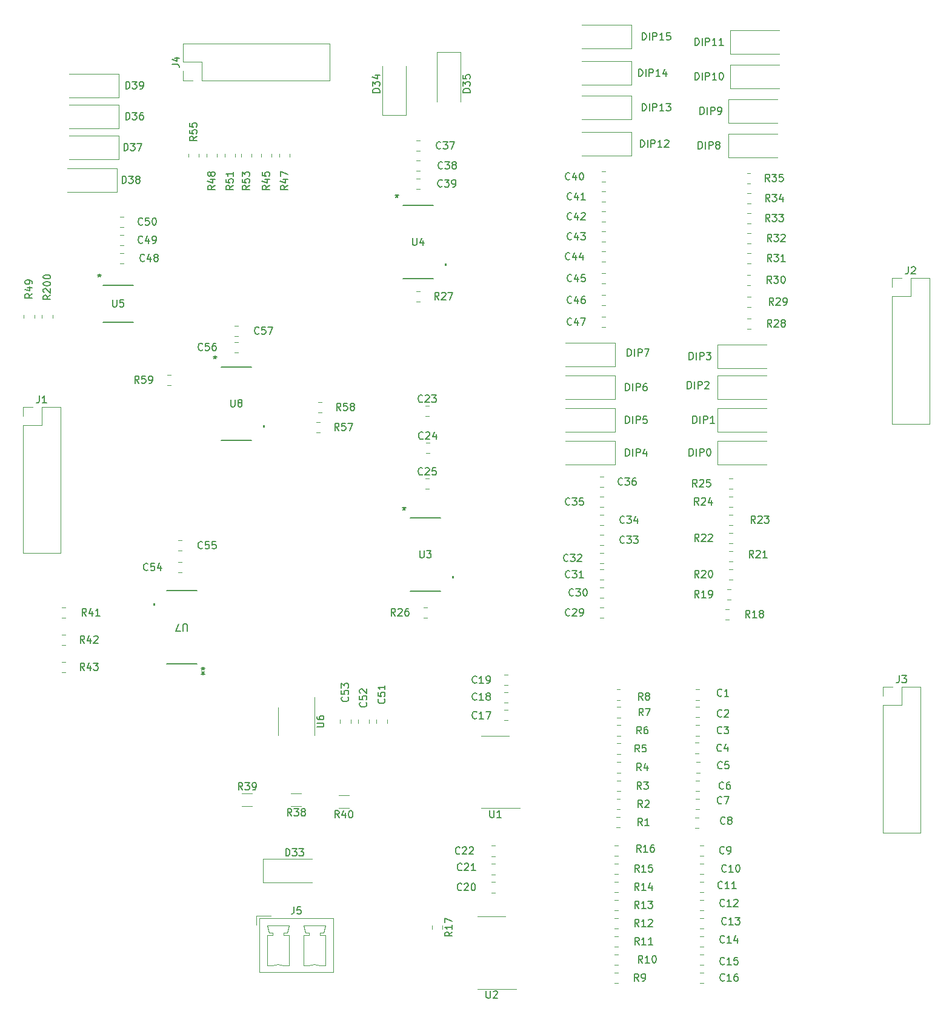
<source format=gbr>
%TF.GenerationSoftware,KiCad,Pcbnew,(6.0.1)*%
%TF.CreationDate,2026-02-13T09:13:13+05:30*%
%TF.ProjectId,bluetooth-daq-digital-submodule,626c7565-746f-46f7-9468-2d6461712d64,rev?*%
%TF.SameCoordinates,Original*%
%TF.FileFunction,Legend,Top*%
%TF.FilePolarity,Positive*%
%FSLAX46Y46*%
G04 Gerber Fmt 4.6, Leading zero omitted, Abs format (unit mm)*
G04 Created by KiCad (PCBNEW (6.0.1)) date 2026-02-13 09:13:13*
%MOMM*%
%LPD*%
G01*
G04 APERTURE LIST*
%ADD10C,0.150000*%
%ADD11C,0.120000*%
%ADD12C,0.152400*%
G04 APERTURE END LIST*
D10*
%TO.C,C13*%
X192905142Y-205335142D02*
X192857523Y-205382761D01*
X192714666Y-205430380D01*
X192619428Y-205430380D01*
X192476571Y-205382761D01*
X192381333Y-205287523D01*
X192333714Y-205192285D01*
X192286095Y-205001809D01*
X192286095Y-204858952D01*
X192333714Y-204668476D01*
X192381333Y-204573238D01*
X192476571Y-204478000D01*
X192619428Y-204430380D01*
X192714666Y-204430380D01*
X192857523Y-204478000D01*
X192905142Y-204525619D01*
X193857523Y-205430380D02*
X193286095Y-205430380D01*
X193571809Y-205430380D02*
X193571809Y-204430380D01*
X193476571Y-204573238D01*
X193381333Y-204668476D01*
X193286095Y-204716095D01*
X194190857Y-204430380D02*
X194809904Y-204430380D01*
X194476571Y-204811333D01*
X194619428Y-204811333D01*
X194714666Y-204858952D01*
X194762285Y-204906571D01*
X194809904Y-205001809D01*
X194809904Y-205239904D01*
X194762285Y-205335142D01*
X194714666Y-205382761D01*
X194619428Y-205430380D01*
X194333714Y-205430380D01*
X194238476Y-205382761D01*
X194190857Y-205335142D01*
%TO.C,R22*%
X189095142Y-151836380D02*
X188761809Y-151360190D01*
X188523714Y-151836380D02*
X188523714Y-150836380D01*
X188904666Y-150836380D01*
X188999904Y-150884000D01*
X189047523Y-150931619D01*
X189095142Y-151026857D01*
X189095142Y-151169714D01*
X189047523Y-151264952D01*
X188999904Y-151312571D01*
X188904666Y-151360190D01*
X188523714Y-151360190D01*
X189476095Y-150931619D02*
X189523714Y-150884000D01*
X189618952Y-150836380D01*
X189857047Y-150836380D01*
X189952285Y-150884000D01*
X189999904Y-150931619D01*
X190047523Y-151026857D01*
X190047523Y-151122095D01*
X189999904Y-151264952D01*
X189428476Y-151836380D01*
X190047523Y-151836380D01*
X190428476Y-150931619D02*
X190476095Y-150884000D01*
X190571333Y-150836380D01*
X190809428Y-150836380D01*
X190904666Y-150884000D01*
X190952285Y-150931619D01*
X190999904Y-151026857D01*
X190999904Y-151122095D01*
X190952285Y-151264952D01*
X190380857Y-151836380D01*
X190999904Y-151836380D01*
%TO.C,R28*%
X199255142Y-121864380D02*
X198921809Y-121388190D01*
X198683714Y-121864380D02*
X198683714Y-120864380D01*
X199064666Y-120864380D01*
X199159904Y-120912000D01*
X199207523Y-120959619D01*
X199255142Y-121054857D01*
X199255142Y-121197714D01*
X199207523Y-121292952D01*
X199159904Y-121340571D01*
X199064666Y-121388190D01*
X198683714Y-121388190D01*
X199636095Y-120959619D02*
X199683714Y-120912000D01*
X199778952Y-120864380D01*
X200017047Y-120864380D01*
X200112285Y-120912000D01*
X200159904Y-120959619D01*
X200207523Y-121054857D01*
X200207523Y-121150095D01*
X200159904Y-121292952D01*
X199588476Y-121864380D01*
X200207523Y-121864380D01*
X200778952Y-121292952D02*
X200683714Y-121245333D01*
X200636095Y-121197714D01*
X200588476Y-121102476D01*
X200588476Y-121054857D01*
X200636095Y-120959619D01*
X200683714Y-120912000D01*
X200778952Y-120864380D01*
X200969428Y-120864380D01*
X201064666Y-120912000D01*
X201112285Y-120959619D01*
X201159904Y-121054857D01*
X201159904Y-121102476D01*
X201112285Y-121197714D01*
X201064666Y-121245333D01*
X200969428Y-121292952D01*
X200778952Y-121292952D01*
X200683714Y-121340571D01*
X200636095Y-121388190D01*
X200588476Y-121483428D01*
X200588476Y-121673904D01*
X200636095Y-121769142D01*
X200683714Y-121816761D01*
X200778952Y-121864380D01*
X200969428Y-121864380D01*
X201064666Y-121816761D01*
X201112285Y-121769142D01*
X201159904Y-121673904D01*
X201159904Y-121483428D01*
X201112285Y-121388190D01*
X201064666Y-121340571D01*
X200969428Y-121292952D01*
%TO.C,R16*%
X180983142Y-195270380D02*
X180649809Y-194794190D01*
X180411714Y-195270380D02*
X180411714Y-194270380D01*
X180792666Y-194270380D01*
X180887904Y-194318000D01*
X180935523Y-194365619D01*
X180983142Y-194460857D01*
X180983142Y-194603714D01*
X180935523Y-194698952D01*
X180887904Y-194746571D01*
X180792666Y-194794190D01*
X180411714Y-194794190D01*
X181935523Y-195270380D02*
X181364095Y-195270380D01*
X181649809Y-195270380D02*
X181649809Y-194270380D01*
X181554571Y-194413238D01*
X181459333Y-194508476D01*
X181364095Y-194556095D01*
X182792666Y-194270380D02*
X182602190Y-194270380D01*
X182506952Y-194318000D01*
X182459333Y-194365619D01*
X182364095Y-194508476D01*
X182316476Y-194698952D01*
X182316476Y-195079904D01*
X182364095Y-195175142D01*
X182411714Y-195222761D01*
X182506952Y-195270380D01*
X182697428Y-195270380D01*
X182792666Y-195222761D01*
X182840285Y-195175142D01*
X182887904Y-195079904D01*
X182887904Y-194841809D01*
X182840285Y-194746571D01*
X182792666Y-194698952D01*
X182697428Y-194651333D01*
X182506952Y-194651333D01*
X182411714Y-194698952D01*
X182364095Y-194746571D01*
X182316476Y-194841809D01*
%TO.C,DIP3*%
X187753809Y-126436380D02*
X187753809Y-125436380D01*
X187991904Y-125436380D01*
X188134761Y-125484000D01*
X188230000Y-125579238D01*
X188277619Y-125674476D01*
X188325238Y-125864952D01*
X188325238Y-126007809D01*
X188277619Y-126198285D01*
X188230000Y-126293523D01*
X188134761Y-126388761D01*
X187991904Y-126436380D01*
X187753809Y-126436380D01*
X188753809Y-126436380D02*
X188753809Y-125436380D01*
X189230000Y-126436380D02*
X189230000Y-125436380D01*
X189610952Y-125436380D01*
X189706190Y-125484000D01*
X189753809Y-125531619D01*
X189801428Y-125626857D01*
X189801428Y-125769714D01*
X189753809Y-125864952D01*
X189706190Y-125912571D01*
X189610952Y-125960190D01*
X189230000Y-125960190D01*
X190134761Y-125436380D02*
X190753809Y-125436380D01*
X190420476Y-125817333D01*
X190563333Y-125817333D01*
X190658571Y-125864952D01*
X190706190Y-125912571D01*
X190753809Y-126007809D01*
X190753809Y-126245904D01*
X190706190Y-126341142D01*
X190658571Y-126388761D01*
X190563333Y-126436380D01*
X190277619Y-126436380D01*
X190182380Y-126388761D01*
X190134761Y-126341142D01*
%TO.C,DIP11*%
X188547619Y-82494380D02*
X188547619Y-81494380D01*
X188785714Y-81494380D01*
X188928571Y-81542000D01*
X189023809Y-81637238D01*
X189071428Y-81732476D01*
X189119047Y-81922952D01*
X189119047Y-82065809D01*
X189071428Y-82256285D01*
X189023809Y-82351523D01*
X188928571Y-82446761D01*
X188785714Y-82494380D01*
X188547619Y-82494380D01*
X189547619Y-82494380D02*
X189547619Y-81494380D01*
X190023809Y-82494380D02*
X190023809Y-81494380D01*
X190404761Y-81494380D01*
X190500000Y-81542000D01*
X190547619Y-81589619D01*
X190595238Y-81684857D01*
X190595238Y-81827714D01*
X190547619Y-81922952D01*
X190500000Y-81970571D01*
X190404761Y-82018190D01*
X190023809Y-82018190D01*
X191547619Y-82494380D02*
X190976190Y-82494380D01*
X191261904Y-82494380D02*
X191261904Y-81494380D01*
X191166666Y-81637238D01*
X191071428Y-81732476D01*
X190976190Y-81780095D01*
X192500000Y-82494380D02*
X191928571Y-82494380D01*
X192214285Y-82494380D02*
X192214285Y-81494380D01*
X192119047Y-81637238D01*
X192023809Y-81732476D01*
X191928571Y-81780095D01*
%TO.C,C30*%
X171569142Y-159386542D02*
X171521523Y-159434161D01*
X171378666Y-159481780D01*
X171283428Y-159481780D01*
X171140571Y-159434161D01*
X171045333Y-159338923D01*
X170997714Y-159243685D01*
X170950095Y-159053209D01*
X170950095Y-158910352D01*
X170997714Y-158719876D01*
X171045333Y-158624638D01*
X171140571Y-158529400D01*
X171283428Y-158481780D01*
X171378666Y-158481780D01*
X171521523Y-158529400D01*
X171569142Y-158577019D01*
X171902476Y-158481780D02*
X172521523Y-158481780D01*
X172188190Y-158862733D01*
X172331047Y-158862733D01*
X172426285Y-158910352D01*
X172473904Y-158957971D01*
X172521523Y-159053209D01*
X172521523Y-159291304D01*
X172473904Y-159386542D01*
X172426285Y-159434161D01*
X172331047Y-159481780D01*
X172045333Y-159481780D01*
X171950095Y-159434161D01*
X171902476Y-159386542D01*
X173140571Y-158481780D02*
X173235809Y-158481780D01*
X173331047Y-158529400D01*
X173378666Y-158577019D01*
X173426285Y-158672257D01*
X173473904Y-158862733D01*
X173473904Y-159100828D01*
X173426285Y-159291304D01*
X173378666Y-159386542D01*
X173331047Y-159434161D01*
X173235809Y-159481780D01*
X173140571Y-159481780D01*
X173045333Y-159434161D01*
X172997714Y-159386542D01*
X172950095Y-159291304D01*
X172902476Y-159100828D01*
X172902476Y-158862733D01*
X172950095Y-158672257D01*
X172997714Y-158577019D01*
X173045333Y-158529400D01*
X173140571Y-158481780D01*
%TO.C,DIP2*%
X187499809Y-130500380D02*
X187499809Y-129500380D01*
X187737904Y-129500380D01*
X187880761Y-129548000D01*
X187976000Y-129643238D01*
X188023619Y-129738476D01*
X188071238Y-129928952D01*
X188071238Y-130071809D01*
X188023619Y-130262285D01*
X187976000Y-130357523D01*
X187880761Y-130452761D01*
X187737904Y-130500380D01*
X187499809Y-130500380D01*
X188499809Y-130500380D02*
X188499809Y-129500380D01*
X188976000Y-130500380D02*
X188976000Y-129500380D01*
X189356952Y-129500380D01*
X189452190Y-129548000D01*
X189499809Y-129595619D01*
X189547428Y-129690857D01*
X189547428Y-129833714D01*
X189499809Y-129928952D01*
X189452190Y-129976571D01*
X189356952Y-130024190D01*
X188976000Y-130024190D01*
X189928380Y-129595619D02*
X189976000Y-129548000D01*
X190071238Y-129500380D01*
X190309333Y-129500380D01*
X190404571Y-129548000D01*
X190452190Y-129595619D01*
X190499809Y-129690857D01*
X190499809Y-129786095D01*
X190452190Y-129928952D01*
X189880761Y-130500380D01*
X190499809Y-130500380D01*
%TO.C,R47*%
X131643380Y-102115857D02*
X131167190Y-102449190D01*
X131643380Y-102687285D02*
X130643380Y-102687285D01*
X130643380Y-102306333D01*
X130691000Y-102211095D01*
X130738619Y-102163476D01*
X130833857Y-102115857D01*
X130976714Y-102115857D01*
X131071952Y-102163476D01*
X131119571Y-102211095D01*
X131167190Y-102306333D01*
X131167190Y-102687285D01*
X130976714Y-101258714D02*
X131643380Y-101258714D01*
X130595761Y-101496809D02*
X131310047Y-101734904D01*
X131310047Y-101115857D01*
X130643380Y-100830142D02*
X130643380Y-100163476D01*
X131643380Y-100592047D01*
%TO.C,U4*%
X149098095Y-109459780D02*
X149098095Y-110269304D01*
X149145714Y-110364542D01*
X149193333Y-110412161D01*
X149288571Y-110459780D01*
X149479047Y-110459780D01*
X149574285Y-110412161D01*
X149621904Y-110364542D01*
X149669523Y-110269304D01*
X149669523Y-109459780D01*
X150574285Y-109793114D02*
X150574285Y-110459780D01*
X150336190Y-109412161D02*
X150098095Y-110126447D01*
X150717142Y-110126447D01*
X146884650Y-103313780D02*
X146884650Y-103551876D01*
X146646554Y-103456638D02*
X146884650Y-103551876D01*
X147122745Y-103456638D01*
X146741792Y-103742352D02*
X146884650Y-103551876D01*
X147027507Y-103742352D01*
X146884650Y-103313780D02*
X146884650Y-103551876D01*
X146646554Y-103456638D02*
X146884650Y-103551876D01*
X147122745Y-103456638D01*
X146741792Y-103742352D02*
X146884650Y-103551876D01*
X147027507Y-103742352D01*
%TO.C,R23*%
X196969142Y-149296380D02*
X196635809Y-148820190D01*
X196397714Y-149296380D02*
X196397714Y-148296380D01*
X196778666Y-148296380D01*
X196873904Y-148344000D01*
X196921523Y-148391619D01*
X196969142Y-148486857D01*
X196969142Y-148629714D01*
X196921523Y-148724952D01*
X196873904Y-148772571D01*
X196778666Y-148820190D01*
X196397714Y-148820190D01*
X197350095Y-148391619D02*
X197397714Y-148344000D01*
X197492952Y-148296380D01*
X197731047Y-148296380D01*
X197826285Y-148344000D01*
X197873904Y-148391619D01*
X197921523Y-148486857D01*
X197921523Y-148582095D01*
X197873904Y-148724952D01*
X197302476Y-149296380D01*
X197921523Y-149296380D01*
X198254857Y-148296380D02*
X198873904Y-148296380D01*
X198540571Y-148677333D01*
X198683428Y-148677333D01*
X198778666Y-148724952D01*
X198826285Y-148772571D01*
X198873904Y-148867809D01*
X198873904Y-149105904D01*
X198826285Y-149201142D01*
X198778666Y-149248761D01*
X198683428Y-149296380D01*
X198397714Y-149296380D01*
X198302476Y-149248761D01*
X198254857Y-149201142D01*
%TO.C,C6*%
X192543133Y-186386742D02*
X192495514Y-186434361D01*
X192352657Y-186481980D01*
X192257419Y-186481980D01*
X192114561Y-186434361D01*
X192019323Y-186339123D01*
X191971704Y-186243885D01*
X191924085Y-186053409D01*
X191924085Y-185910552D01*
X191971704Y-185720076D01*
X192019323Y-185624838D01*
X192114561Y-185529600D01*
X192257419Y-185481980D01*
X192352657Y-185481980D01*
X192495514Y-185529600D01*
X192543133Y-185577219D01*
X193400276Y-185481980D02*
X193209800Y-185481980D01*
X193114561Y-185529600D01*
X193066942Y-185577219D01*
X192971704Y-185720076D01*
X192924085Y-185910552D01*
X192924085Y-186291504D01*
X192971704Y-186386742D01*
X193019323Y-186434361D01*
X193114561Y-186481980D01*
X193305038Y-186481980D01*
X193400276Y-186434361D01*
X193447895Y-186386742D01*
X193495514Y-186291504D01*
X193495514Y-186053409D01*
X193447895Y-185958171D01*
X193400276Y-185910552D01*
X193305038Y-185862933D01*
X193114561Y-185862933D01*
X193019323Y-185910552D01*
X192971704Y-185958171D01*
X192924085Y-186053409D01*
%TO.C,C39*%
X153230342Y-102211142D02*
X153182723Y-102258761D01*
X153039866Y-102306380D01*
X152944628Y-102306380D01*
X152801771Y-102258761D01*
X152706533Y-102163523D01*
X152658914Y-102068285D01*
X152611295Y-101877809D01*
X152611295Y-101734952D01*
X152658914Y-101544476D01*
X152706533Y-101449238D01*
X152801771Y-101354000D01*
X152944628Y-101306380D01*
X153039866Y-101306380D01*
X153182723Y-101354000D01*
X153230342Y-101401619D01*
X153563676Y-101306380D02*
X154182723Y-101306380D01*
X153849390Y-101687333D01*
X153992247Y-101687333D01*
X154087485Y-101734952D01*
X154135104Y-101782571D01*
X154182723Y-101877809D01*
X154182723Y-102115904D01*
X154135104Y-102211142D01*
X154087485Y-102258761D01*
X153992247Y-102306380D01*
X153706533Y-102306380D01*
X153611295Y-102258761D01*
X153563676Y-102211142D01*
X154658914Y-102306380D02*
X154849390Y-102306380D01*
X154944628Y-102258761D01*
X154992247Y-102211142D01*
X155087485Y-102068285D01*
X155135104Y-101877809D01*
X155135104Y-101496857D01*
X155087485Y-101401619D01*
X155039866Y-101354000D01*
X154944628Y-101306380D01*
X154754152Y-101306380D01*
X154658914Y-101354000D01*
X154611295Y-101401619D01*
X154563676Y-101496857D01*
X154563676Y-101734952D01*
X154611295Y-101830190D01*
X154658914Y-101877809D01*
X154754152Y-101925428D01*
X154944628Y-101925428D01*
X155039866Y-101877809D01*
X155087485Y-101830190D01*
X155135104Y-101734952D01*
%TO.C,C44*%
X171061142Y-112396542D02*
X171013523Y-112444161D01*
X170870666Y-112491780D01*
X170775428Y-112491780D01*
X170632571Y-112444161D01*
X170537333Y-112348923D01*
X170489714Y-112253685D01*
X170442095Y-112063209D01*
X170442095Y-111920352D01*
X170489714Y-111729876D01*
X170537333Y-111634638D01*
X170632571Y-111539400D01*
X170775428Y-111491780D01*
X170870666Y-111491780D01*
X171013523Y-111539400D01*
X171061142Y-111587019D01*
X171918285Y-111825114D02*
X171918285Y-112491780D01*
X171680190Y-111444161D02*
X171442095Y-112158447D01*
X172061142Y-112158447D01*
X172870666Y-111825114D02*
X172870666Y-112491780D01*
X172632571Y-111444161D02*
X172394476Y-112158447D01*
X173013523Y-112158447D01*
%TO.C,R12*%
X180713142Y-205684380D02*
X180379809Y-205208190D01*
X180141714Y-205684380D02*
X180141714Y-204684380D01*
X180522666Y-204684380D01*
X180617904Y-204732000D01*
X180665523Y-204779619D01*
X180713142Y-204874857D01*
X180713142Y-205017714D01*
X180665523Y-205112952D01*
X180617904Y-205160571D01*
X180522666Y-205208190D01*
X180141714Y-205208190D01*
X181665523Y-205684380D02*
X181094095Y-205684380D01*
X181379809Y-205684380D02*
X181379809Y-204684380D01*
X181284571Y-204827238D01*
X181189333Y-204922476D01*
X181094095Y-204970095D01*
X182046476Y-204779619D02*
X182094095Y-204732000D01*
X182189333Y-204684380D01*
X182427428Y-204684380D01*
X182522666Y-204732000D01*
X182570285Y-204779619D01*
X182617904Y-204874857D01*
X182617904Y-204970095D01*
X182570285Y-205112952D01*
X181998857Y-205684380D01*
X182617904Y-205684380D01*
%TO.C,D37*%
X108767714Y-97226380D02*
X108767714Y-96226380D01*
X109005809Y-96226380D01*
X109148666Y-96274000D01*
X109243904Y-96369238D01*
X109291523Y-96464476D01*
X109339142Y-96654952D01*
X109339142Y-96797809D01*
X109291523Y-96988285D01*
X109243904Y-97083523D01*
X109148666Y-97178761D01*
X109005809Y-97226380D01*
X108767714Y-97226380D01*
X109672476Y-96226380D02*
X110291523Y-96226380D01*
X109958190Y-96607333D01*
X110101047Y-96607333D01*
X110196285Y-96654952D01*
X110243904Y-96702571D01*
X110291523Y-96797809D01*
X110291523Y-97035904D01*
X110243904Y-97131142D01*
X110196285Y-97178761D01*
X110101047Y-97226380D01*
X109815333Y-97226380D01*
X109720095Y-97178761D01*
X109672476Y-97131142D01*
X110624857Y-96226380D02*
X111291523Y-96226380D01*
X110862952Y-97226380D01*
%TO.C,C46*%
X171315142Y-118492542D02*
X171267523Y-118540161D01*
X171124666Y-118587780D01*
X171029428Y-118587780D01*
X170886571Y-118540161D01*
X170791333Y-118444923D01*
X170743714Y-118349685D01*
X170696095Y-118159209D01*
X170696095Y-118016352D01*
X170743714Y-117825876D01*
X170791333Y-117730638D01*
X170886571Y-117635400D01*
X171029428Y-117587780D01*
X171124666Y-117587780D01*
X171267523Y-117635400D01*
X171315142Y-117683019D01*
X172172285Y-117921114D02*
X172172285Y-118587780D01*
X171934190Y-117540161D02*
X171696095Y-118254447D01*
X172315142Y-118254447D01*
X173124666Y-117587780D02*
X172934190Y-117587780D01*
X172838952Y-117635400D01*
X172791333Y-117683019D01*
X172696095Y-117825876D01*
X172648476Y-118016352D01*
X172648476Y-118397304D01*
X172696095Y-118492542D01*
X172743714Y-118540161D01*
X172838952Y-118587780D01*
X173029428Y-118587780D01*
X173124666Y-118540161D01*
X173172285Y-118492542D01*
X173219904Y-118397304D01*
X173219904Y-118159209D01*
X173172285Y-118063971D01*
X173124666Y-118016352D01*
X173029428Y-117968733D01*
X172838952Y-117968733D01*
X172743714Y-118016352D01*
X172696095Y-118063971D01*
X172648476Y-118159209D01*
%TO.C,J4*%
X115501380Y-85174333D02*
X116215666Y-85174333D01*
X116358523Y-85221952D01*
X116453761Y-85317190D01*
X116501380Y-85460047D01*
X116501380Y-85555285D01*
X115834714Y-84269571D02*
X116501380Y-84269571D01*
X115453761Y-84507666D02*
X116168047Y-84745761D01*
X116168047Y-84126714D01*
%TO.C,C25*%
X150487142Y-142466542D02*
X150439523Y-142514161D01*
X150296666Y-142561780D01*
X150201428Y-142561780D01*
X150058571Y-142514161D01*
X149963333Y-142418923D01*
X149915714Y-142323685D01*
X149868095Y-142133209D01*
X149868095Y-141990352D01*
X149915714Y-141799876D01*
X149963333Y-141704638D01*
X150058571Y-141609400D01*
X150201428Y-141561780D01*
X150296666Y-141561780D01*
X150439523Y-141609400D01*
X150487142Y-141657019D01*
X150868095Y-141657019D02*
X150915714Y-141609400D01*
X151010952Y-141561780D01*
X151249047Y-141561780D01*
X151344285Y-141609400D01*
X151391904Y-141657019D01*
X151439523Y-141752257D01*
X151439523Y-141847495D01*
X151391904Y-141990352D01*
X150820476Y-142561780D01*
X151439523Y-142561780D01*
X152344285Y-141561780D02*
X151868095Y-141561780D01*
X151820476Y-142037971D01*
X151868095Y-141990352D01*
X151963333Y-141942733D01*
X152201428Y-141942733D01*
X152296666Y-141990352D01*
X152344285Y-142037971D01*
X152391904Y-142133209D01*
X152391904Y-142371304D01*
X152344285Y-142466542D01*
X152296666Y-142514161D01*
X152201428Y-142561780D01*
X151963333Y-142561780D01*
X151868095Y-142514161D01*
X151820476Y-142466542D01*
%TO.C,C10*%
X192905142Y-197969142D02*
X192857523Y-198016761D01*
X192714666Y-198064380D01*
X192619428Y-198064380D01*
X192476571Y-198016761D01*
X192381333Y-197921523D01*
X192333714Y-197826285D01*
X192286095Y-197635809D01*
X192286095Y-197492952D01*
X192333714Y-197302476D01*
X192381333Y-197207238D01*
X192476571Y-197112000D01*
X192619428Y-197064380D01*
X192714666Y-197064380D01*
X192857523Y-197112000D01*
X192905142Y-197159619D01*
X193857523Y-198064380D02*
X193286095Y-198064380D01*
X193571809Y-198064380D02*
X193571809Y-197064380D01*
X193476571Y-197207238D01*
X193381333Y-197302476D01*
X193286095Y-197350095D01*
X194476571Y-197064380D02*
X194571809Y-197064380D01*
X194667047Y-197112000D01*
X194714666Y-197159619D01*
X194762285Y-197254857D01*
X194809904Y-197445333D01*
X194809904Y-197683428D01*
X194762285Y-197873904D01*
X194714666Y-197969142D01*
X194667047Y-198016761D01*
X194571809Y-198064380D01*
X194476571Y-198064380D01*
X194381333Y-198016761D01*
X194333714Y-197969142D01*
X194286095Y-197873904D01*
X194238476Y-197683428D01*
X194238476Y-197445333D01*
X194286095Y-197254857D01*
X194333714Y-197159619D01*
X194381333Y-197112000D01*
X194476571Y-197064380D01*
%TO.C,R8*%
X181256133Y-174010580D02*
X180922800Y-173534390D01*
X180684704Y-174010580D02*
X180684704Y-173010580D01*
X181065657Y-173010580D01*
X181160895Y-173058200D01*
X181208514Y-173105819D01*
X181256133Y-173201057D01*
X181256133Y-173343914D01*
X181208514Y-173439152D01*
X181160895Y-173486771D01*
X181065657Y-173534390D01*
X180684704Y-173534390D01*
X181827561Y-173439152D02*
X181732323Y-173391533D01*
X181684704Y-173343914D01*
X181637085Y-173248676D01*
X181637085Y-173201057D01*
X181684704Y-173105819D01*
X181732323Y-173058200D01*
X181827561Y-173010580D01*
X182018038Y-173010580D01*
X182113276Y-173058200D01*
X182160895Y-173105819D01*
X182208514Y-173201057D01*
X182208514Y-173248676D01*
X182160895Y-173343914D01*
X182113276Y-173391533D01*
X182018038Y-173439152D01*
X181827561Y-173439152D01*
X181732323Y-173486771D01*
X181684704Y-173534390D01*
X181637085Y-173629628D01*
X181637085Y-173820104D01*
X181684704Y-173915342D01*
X181732323Y-173962961D01*
X181827561Y-174010580D01*
X182018038Y-174010580D01*
X182113276Y-173962961D01*
X182160895Y-173915342D01*
X182208514Y-173820104D01*
X182208514Y-173629628D01*
X182160895Y-173534390D01*
X182113276Y-173486771D01*
X182018038Y-173439152D01*
%TO.C,D39*%
X109021714Y-88590380D02*
X109021714Y-87590380D01*
X109259809Y-87590380D01*
X109402666Y-87638000D01*
X109497904Y-87733238D01*
X109545523Y-87828476D01*
X109593142Y-88018952D01*
X109593142Y-88161809D01*
X109545523Y-88352285D01*
X109497904Y-88447523D01*
X109402666Y-88542761D01*
X109259809Y-88590380D01*
X109021714Y-88590380D01*
X109926476Y-87590380D02*
X110545523Y-87590380D01*
X110212190Y-87971333D01*
X110355047Y-87971333D01*
X110450285Y-88018952D01*
X110497904Y-88066571D01*
X110545523Y-88161809D01*
X110545523Y-88399904D01*
X110497904Y-88495142D01*
X110450285Y-88542761D01*
X110355047Y-88590380D01*
X110069333Y-88590380D01*
X109974095Y-88542761D01*
X109926476Y-88495142D01*
X111021714Y-88590380D02*
X111212190Y-88590380D01*
X111307428Y-88542761D01*
X111355047Y-88495142D01*
X111450285Y-88352285D01*
X111497904Y-88161809D01*
X111497904Y-87780857D01*
X111450285Y-87685619D01*
X111402666Y-87638000D01*
X111307428Y-87590380D01*
X111116952Y-87590380D01*
X111021714Y-87638000D01*
X110974095Y-87685619D01*
X110926476Y-87780857D01*
X110926476Y-88018952D01*
X110974095Y-88114190D01*
X111021714Y-88161809D01*
X111116952Y-88209428D01*
X111307428Y-88209428D01*
X111402666Y-88161809D01*
X111450285Y-88114190D01*
X111497904Y-88018952D01*
%TO.C,R59*%
X110863142Y-129738380D02*
X110529809Y-129262190D01*
X110291714Y-129738380D02*
X110291714Y-128738380D01*
X110672666Y-128738380D01*
X110767904Y-128786000D01*
X110815523Y-128833619D01*
X110863142Y-128928857D01*
X110863142Y-129071714D01*
X110815523Y-129166952D01*
X110767904Y-129214571D01*
X110672666Y-129262190D01*
X110291714Y-129262190D01*
X111767904Y-128738380D02*
X111291714Y-128738380D01*
X111244095Y-129214571D01*
X111291714Y-129166952D01*
X111386952Y-129119333D01*
X111625047Y-129119333D01*
X111720285Y-129166952D01*
X111767904Y-129214571D01*
X111815523Y-129309809D01*
X111815523Y-129547904D01*
X111767904Y-129643142D01*
X111720285Y-129690761D01*
X111625047Y-129738380D01*
X111386952Y-129738380D01*
X111291714Y-129690761D01*
X111244095Y-129643142D01*
X112291714Y-129738380D02*
X112482190Y-129738380D01*
X112577428Y-129690761D01*
X112625047Y-129643142D01*
X112720285Y-129500285D01*
X112767904Y-129309809D01*
X112767904Y-128928857D01*
X112720285Y-128833619D01*
X112672666Y-128786000D01*
X112577428Y-128738380D01*
X112386952Y-128738380D01*
X112291714Y-128786000D01*
X112244095Y-128833619D01*
X112196476Y-128928857D01*
X112196476Y-129166952D01*
X112244095Y-129262190D01*
X112291714Y-129309809D01*
X112386952Y-129357428D01*
X112577428Y-129357428D01*
X112672666Y-129309809D01*
X112720285Y-129262190D01*
X112767904Y-129166952D01*
%TO.C,C2*%
X192289133Y-176302942D02*
X192241514Y-176350561D01*
X192098657Y-176398180D01*
X192003419Y-176398180D01*
X191860561Y-176350561D01*
X191765323Y-176255323D01*
X191717704Y-176160085D01*
X191670085Y-175969609D01*
X191670085Y-175826752D01*
X191717704Y-175636276D01*
X191765323Y-175541038D01*
X191860561Y-175445800D01*
X192003419Y-175398180D01*
X192098657Y-175398180D01*
X192241514Y-175445800D01*
X192289133Y-175493419D01*
X192670085Y-175493419D02*
X192717704Y-175445800D01*
X192812942Y-175398180D01*
X193051038Y-175398180D01*
X193146276Y-175445800D01*
X193193895Y-175493419D01*
X193241514Y-175588657D01*
X193241514Y-175683895D01*
X193193895Y-175826752D01*
X192622466Y-176398180D01*
X193241514Y-176398180D01*
%TO.C,C5*%
X192339933Y-183541942D02*
X192292314Y-183589561D01*
X192149457Y-183637180D01*
X192054219Y-183637180D01*
X191911361Y-183589561D01*
X191816123Y-183494323D01*
X191768504Y-183399085D01*
X191720885Y-183208609D01*
X191720885Y-183065752D01*
X191768504Y-182875276D01*
X191816123Y-182780038D01*
X191911361Y-182684800D01*
X192054219Y-182637180D01*
X192149457Y-182637180D01*
X192292314Y-182684800D01*
X192339933Y-182732419D01*
X193244695Y-182637180D02*
X192768504Y-182637180D01*
X192720885Y-183113371D01*
X192768504Y-183065752D01*
X192863742Y-183018133D01*
X193101838Y-183018133D01*
X193197076Y-183065752D01*
X193244695Y-183113371D01*
X193292314Y-183208609D01*
X193292314Y-183446704D01*
X193244695Y-183541942D01*
X193197076Y-183589561D01*
X193101838Y-183637180D01*
X192863742Y-183637180D01*
X192768504Y-183589561D01*
X192720885Y-183541942D01*
%TO.C,R48*%
X121483380Y-102115857D02*
X121007190Y-102449190D01*
X121483380Y-102687285D02*
X120483380Y-102687285D01*
X120483380Y-102306333D01*
X120531000Y-102211095D01*
X120578619Y-102163476D01*
X120673857Y-102115857D01*
X120816714Y-102115857D01*
X120911952Y-102163476D01*
X120959571Y-102211095D01*
X121007190Y-102306333D01*
X121007190Y-102687285D01*
X120816714Y-101258714D02*
X121483380Y-101258714D01*
X120435761Y-101496809D02*
X121150047Y-101734904D01*
X121150047Y-101115857D01*
X120911952Y-100592047D02*
X120864333Y-100687285D01*
X120816714Y-100734904D01*
X120721476Y-100782523D01*
X120673857Y-100782523D01*
X120578619Y-100734904D01*
X120531000Y-100687285D01*
X120483380Y-100592047D01*
X120483380Y-100401571D01*
X120531000Y-100306333D01*
X120578619Y-100258714D01*
X120673857Y-100211095D01*
X120721476Y-100211095D01*
X120816714Y-100258714D01*
X120864333Y-100306333D01*
X120911952Y-100401571D01*
X120911952Y-100592047D01*
X120959571Y-100687285D01*
X121007190Y-100734904D01*
X121102428Y-100782523D01*
X121292904Y-100782523D01*
X121388142Y-100734904D01*
X121435761Y-100687285D01*
X121483380Y-100592047D01*
X121483380Y-100401571D01*
X121435761Y-100306333D01*
X121388142Y-100258714D01*
X121292904Y-100211095D01*
X121102428Y-100211095D01*
X121007190Y-100258714D01*
X120959571Y-100306333D01*
X120911952Y-100401571D01*
%TO.C,R200*%
X98496380Y-117451047D02*
X98020190Y-117784380D01*
X98496380Y-118022476D02*
X97496380Y-118022476D01*
X97496380Y-117641523D01*
X97544000Y-117546285D01*
X97591619Y-117498666D01*
X97686857Y-117451047D01*
X97829714Y-117451047D01*
X97924952Y-117498666D01*
X97972571Y-117546285D01*
X98020190Y-117641523D01*
X98020190Y-118022476D01*
X97591619Y-117070095D02*
X97544000Y-117022476D01*
X97496380Y-116927238D01*
X97496380Y-116689142D01*
X97544000Y-116593904D01*
X97591619Y-116546285D01*
X97686857Y-116498666D01*
X97782095Y-116498666D01*
X97924952Y-116546285D01*
X98496380Y-117117714D01*
X98496380Y-116498666D01*
X97496380Y-115879619D02*
X97496380Y-115784380D01*
X97544000Y-115689142D01*
X97591619Y-115641523D01*
X97686857Y-115593904D01*
X97877333Y-115546285D01*
X98115428Y-115546285D01*
X98305904Y-115593904D01*
X98401142Y-115641523D01*
X98448761Y-115689142D01*
X98496380Y-115784380D01*
X98496380Y-115879619D01*
X98448761Y-115974857D01*
X98401142Y-116022476D01*
X98305904Y-116070095D01*
X98115428Y-116117714D01*
X97877333Y-116117714D01*
X97686857Y-116070095D01*
X97591619Y-116022476D01*
X97544000Y-115974857D01*
X97496380Y-115879619D01*
X97496380Y-114927238D02*
X97496380Y-114832000D01*
X97544000Y-114736761D01*
X97591619Y-114689142D01*
X97686857Y-114641523D01*
X97877333Y-114593904D01*
X98115428Y-114593904D01*
X98305904Y-114641523D01*
X98401142Y-114689142D01*
X98448761Y-114736761D01*
X98496380Y-114832000D01*
X98496380Y-114927238D01*
X98448761Y-115022476D01*
X98401142Y-115070095D01*
X98305904Y-115117714D01*
X98115428Y-115165333D01*
X97877333Y-115165333D01*
X97686857Y-115117714D01*
X97591619Y-115070095D01*
X97544000Y-115022476D01*
X97496380Y-114927238D01*
%TO.C,R6*%
X181036933Y-178734980D02*
X180703600Y-178258790D01*
X180465504Y-178734980D02*
X180465504Y-177734980D01*
X180846457Y-177734980D01*
X180941695Y-177782600D01*
X180989314Y-177830219D01*
X181036933Y-177925457D01*
X181036933Y-178068314D01*
X180989314Y-178163552D01*
X180941695Y-178211171D01*
X180846457Y-178258790D01*
X180465504Y-178258790D01*
X181894076Y-177734980D02*
X181703600Y-177734980D01*
X181608361Y-177782600D01*
X181560742Y-177830219D01*
X181465504Y-177973076D01*
X181417885Y-178163552D01*
X181417885Y-178544504D01*
X181465504Y-178639742D01*
X181513123Y-178687361D01*
X181608361Y-178734980D01*
X181798838Y-178734980D01*
X181894076Y-178687361D01*
X181941695Y-178639742D01*
X181989314Y-178544504D01*
X181989314Y-178306409D01*
X181941695Y-178211171D01*
X181894076Y-178163552D01*
X181798838Y-178115933D01*
X181608361Y-178115933D01*
X181513123Y-178163552D01*
X181465504Y-178211171D01*
X181417885Y-178306409D01*
%TO.C,R38*%
X132199142Y-190232380D02*
X131865809Y-189756190D01*
X131627714Y-190232380D02*
X131627714Y-189232380D01*
X132008666Y-189232380D01*
X132103904Y-189280000D01*
X132151523Y-189327619D01*
X132199142Y-189422857D01*
X132199142Y-189565714D01*
X132151523Y-189660952D01*
X132103904Y-189708571D01*
X132008666Y-189756190D01*
X131627714Y-189756190D01*
X132532476Y-189232380D02*
X133151523Y-189232380D01*
X132818190Y-189613333D01*
X132961047Y-189613333D01*
X133056285Y-189660952D01*
X133103904Y-189708571D01*
X133151523Y-189803809D01*
X133151523Y-190041904D01*
X133103904Y-190137142D01*
X133056285Y-190184761D01*
X132961047Y-190232380D01*
X132675333Y-190232380D01*
X132580095Y-190184761D01*
X132532476Y-190137142D01*
X133722952Y-189660952D02*
X133627714Y-189613333D01*
X133580095Y-189565714D01*
X133532476Y-189470476D01*
X133532476Y-189422857D01*
X133580095Y-189327619D01*
X133627714Y-189280000D01*
X133722952Y-189232380D01*
X133913428Y-189232380D01*
X134008666Y-189280000D01*
X134056285Y-189327619D01*
X134103904Y-189422857D01*
X134103904Y-189470476D01*
X134056285Y-189565714D01*
X134008666Y-189613333D01*
X133913428Y-189660952D01*
X133722952Y-189660952D01*
X133627714Y-189708571D01*
X133580095Y-189756190D01*
X133532476Y-189851428D01*
X133532476Y-190041904D01*
X133580095Y-190137142D01*
X133627714Y-190184761D01*
X133722952Y-190232380D01*
X133913428Y-190232380D01*
X134008666Y-190184761D01*
X134056285Y-190137142D01*
X134103904Y-190041904D01*
X134103904Y-189851428D01*
X134056285Y-189756190D01*
X134008666Y-189708571D01*
X133913428Y-189660952D01*
%TO.C,R43*%
X103243142Y-169870380D02*
X102909809Y-169394190D01*
X102671714Y-169870380D02*
X102671714Y-168870380D01*
X103052666Y-168870380D01*
X103147904Y-168918000D01*
X103195523Y-168965619D01*
X103243142Y-169060857D01*
X103243142Y-169203714D01*
X103195523Y-169298952D01*
X103147904Y-169346571D01*
X103052666Y-169394190D01*
X102671714Y-169394190D01*
X104100285Y-169203714D02*
X104100285Y-169870380D01*
X103862190Y-168822761D02*
X103624095Y-169537047D01*
X104243142Y-169537047D01*
X104528857Y-168870380D02*
X105147904Y-168870380D01*
X104814571Y-169251333D01*
X104957428Y-169251333D01*
X105052666Y-169298952D01*
X105100285Y-169346571D01*
X105147904Y-169441809D01*
X105147904Y-169679904D01*
X105100285Y-169775142D01*
X105052666Y-169822761D01*
X104957428Y-169870380D01*
X104671714Y-169870380D01*
X104576476Y-169822761D01*
X104528857Y-169775142D01*
%TO.C,U8*%
X123698095Y-132040380D02*
X123698095Y-132849904D01*
X123745714Y-132945142D01*
X123793333Y-132992761D01*
X123888571Y-133040380D01*
X124079047Y-133040380D01*
X124174285Y-132992761D01*
X124221904Y-132945142D01*
X124269523Y-132849904D01*
X124269523Y-132040380D01*
X124888571Y-132468952D02*
X124793333Y-132421333D01*
X124745714Y-132373714D01*
X124698095Y-132278476D01*
X124698095Y-132230857D01*
X124745714Y-132135619D01*
X124793333Y-132088000D01*
X124888571Y-132040380D01*
X125079047Y-132040380D01*
X125174285Y-132088000D01*
X125221904Y-132135619D01*
X125269523Y-132230857D01*
X125269523Y-132278476D01*
X125221904Y-132373714D01*
X125174285Y-132421333D01*
X125079047Y-132468952D01*
X124888571Y-132468952D01*
X124793333Y-132516571D01*
X124745714Y-132564190D01*
X124698095Y-132659428D01*
X124698095Y-132849904D01*
X124745714Y-132945142D01*
X124793333Y-132992761D01*
X124888571Y-133040380D01*
X125079047Y-133040380D01*
X125174285Y-132992761D01*
X125221904Y-132945142D01*
X125269523Y-132849904D01*
X125269523Y-132659428D01*
X125221904Y-132564190D01*
X125174285Y-132516571D01*
X125079047Y-132468952D01*
X121484650Y-125894380D02*
X121484650Y-126132476D01*
X121246554Y-126037238D02*
X121484650Y-126132476D01*
X121722745Y-126037238D01*
X121341792Y-126322952D02*
X121484650Y-126132476D01*
X121627507Y-126322952D01*
X121484650Y-125894380D02*
X121484650Y-126132476D01*
X121246554Y-126037238D02*
X121484650Y-126132476D01*
X121722745Y-126037238D01*
X121341792Y-126322952D02*
X121484650Y-126132476D01*
X121627507Y-126322952D01*
%TO.C,C18*%
X158045142Y-173951042D02*
X157997523Y-173998661D01*
X157854666Y-174046280D01*
X157759428Y-174046280D01*
X157616571Y-173998661D01*
X157521333Y-173903423D01*
X157473714Y-173808185D01*
X157426095Y-173617709D01*
X157426095Y-173474852D01*
X157473714Y-173284376D01*
X157521333Y-173189138D01*
X157616571Y-173093900D01*
X157759428Y-173046280D01*
X157854666Y-173046280D01*
X157997523Y-173093900D01*
X158045142Y-173141519D01*
X158997523Y-174046280D02*
X158426095Y-174046280D01*
X158711809Y-174046280D02*
X158711809Y-173046280D01*
X158616571Y-173189138D01*
X158521333Y-173284376D01*
X158426095Y-173331995D01*
X159568952Y-173474852D02*
X159473714Y-173427233D01*
X159426095Y-173379614D01*
X159378476Y-173284376D01*
X159378476Y-173236757D01*
X159426095Y-173141519D01*
X159473714Y-173093900D01*
X159568952Y-173046280D01*
X159759428Y-173046280D01*
X159854666Y-173093900D01*
X159902285Y-173141519D01*
X159949904Y-173236757D01*
X159949904Y-173284376D01*
X159902285Y-173379614D01*
X159854666Y-173427233D01*
X159759428Y-173474852D01*
X159568952Y-173474852D01*
X159473714Y-173522471D01*
X159426095Y-173570090D01*
X159378476Y-173665328D01*
X159378476Y-173855804D01*
X159426095Y-173951042D01*
X159473714Y-173998661D01*
X159568952Y-174046280D01*
X159759428Y-174046280D01*
X159854666Y-173998661D01*
X159902285Y-173951042D01*
X159949904Y-173855804D01*
X159949904Y-173665328D01*
X159902285Y-173570090D01*
X159854666Y-173522471D01*
X159759428Y-173474852D01*
%TO.C,R41*%
X103497142Y-162250380D02*
X103163809Y-161774190D01*
X102925714Y-162250380D02*
X102925714Y-161250380D01*
X103306666Y-161250380D01*
X103401904Y-161298000D01*
X103449523Y-161345619D01*
X103497142Y-161440857D01*
X103497142Y-161583714D01*
X103449523Y-161678952D01*
X103401904Y-161726571D01*
X103306666Y-161774190D01*
X102925714Y-161774190D01*
X104354285Y-161583714D02*
X104354285Y-162250380D01*
X104116190Y-161202761D02*
X103878095Y-161917047D01*
X104497142Y-161917047D01*
X105401904Y-162250380D02*
X104830476Y-162250380D01*
X105116190Y-162250380D02*
X105116190Y-161250380D01*
X105020952Y-161393238D01*
X104925714Y-161488476D01*
X104830476Y-161536095D01*
%TO.C,D34*%
X144510380Y-89098285D02*
X143510380Y-89098285D01*
X143510380Y-88860190D01*
X143558000Y-88717333D01*
X143653238Y-88622095D01*
X143748476Y-88574476D01*
X143938952Y-88526857D01*
X144081809Y-88526857D01*
X144272285Y-88574476D01*
X144367523Y-88622095D01*
X144462761Y-88717333D01*
X144510380Y-88860190D01*
X144510380Y-89098285D01*
X143510380Y-88193523D02*
X143510380Y-87574476D01*
X143891333Y-87907809D01*
X143891333Y-87764952D01*
X143938952Y-87669714D01*
X143986571Y-87622095D01*
X144081809Y-87574476D01*
X144319904Y-87574476D01*
X144415142Y-87622095D01*
X144462761Y-87669714D01*
X144510380Y-87764952D01*
X144510380Y-88050666D01*
X144462761Y-88145904D01*
X144415142Y-88193523D01*
X143843714Y-86717333D02*
X144510380Y-86717333D01*
X143462761Y-86955428D02*
X144177047Y-87193523D01*
X144177047Y-86574476D01*
%TO.C,R3*%
X181052933Y-186481980D02*
X180719600Y-186005790D01*
X180481504Y-186481980D02*
X180481504Y-185481980D01*
X180862457Y-185481980D01*
X180957695Y-185529600D01*
X181005314Y-185577219D01*
X181052933Y-185672457D01*
X181052933Y-185815314D01*
X181005314Y-185910552D01*
X180957695Y-185958171D01*
X180862457Y-186005790D01*
X180481504Y-186005790D01*
X181386266Y-185481980D02*
X182005314Y-185481980D01*
X181671980Y-185862933D01*
X181814838Y-185862933D01*
X181910076Y-185910552D01*
X181957695Y-185958171D01*
X182005314Y-186053409D01*
X182005314Y-186291504D01*
X181957695Y-186386742D01*
X181910076Y-186434361D01*
X181814838Y-186481980D01*
X181529123Y-186481980D01*
X181433885Y-186434361D01*
X181386266Y-186386742D01*
%TO.C,R57*%
X138803142Y-136342380D02*
X138469809Y-135866190D01*
X138231714Y-136342380D02*
X138231714Y-135342380D01*
X138612666Y-135342380D01*
X138707904Y-135390000D01*
X138755523Y-135437619D01*
X138803142Y-135532857D01*
X138803142Y-135675714D01*
X138755523Y-135770952D01*
X138707904Y-135818571D01*
X138612666Y-135866190D01*
X138231714Y-135866190D01*
X139707904Y-135342380D02*
X139231714Y-135342380D01*
X139184095Y-135818571D01*
X139231714Y-135770952D01*
X139326952Y-135723333D01*
X139565047Y-135723333D01*
X139660285Y-135770952D01*
X139707904Y-135818571D01*
X139755523Y-135913809D01*
X139755523Y-136151904D01*
X139707904Y-136247142D01*
X139660285Y-136294761D01*
X139565047Y-136342380D01*
X139326952Y-136342380D01*
X139231714Y-136294761D01*
X139184095Y-136247142D01*
X140088857Y-135342380D02*
X140755523Y-135342380D01*
X140326952Y-136342380D01*
%TO.C,C7*%
X192289133Y-188444142D02*
X192241514Y-188491761D01*
X192098657Y-188539380D01*
X192003419Y-188539380D01*
X191860561Y-188491761D01*
X191765323Y-188396523D01*
X191717704Y-188301285D01*
X191670085Y-188110809D01*
X191670085Y-187967952D01*
X191717704Y-187777476D01*
X191765323Y-187682238D01*
X191860561Y-187587000D01*
X192003419Y-187539380D01*
X192098657Y-187539380D01*
X192241514Y-187587000D01*
X192289133Y-187634619D01*
X192622466Y-187539380D02*
X193289133Y-187539380D01*
X192860561Y-188539380D01*
%TO.C,DIP14*%
X180673619Y-86837780D02*
X180673619Y-85837780D01*
X180911714Y-85837780D01*
X181054571Y-85885400D01*
X181149809Y-85980638D01*
X181197428Y-86075876D01*
X181245047Y-86266352D01*
X181245047Y-86409209D01*
X181197428Y-86599685D01*
X181149809Y-86694923D01*
X181054571Y-86790161D01*
X180911714Y-86837780D01*
X180673619Y-86837780D01*
X181673619Y-86837780D02*
X181673619Y-85837780D01*
X182149809Y-86837780D02*
X182149809Y-85837780D01*
X182530761Y-85837780D01*
X182626000Y-85885400D01*
X182673619Y-85933019D01*
X182721238Y-86028257D01*
X182721238Y-86171114D01*
X182673619Y-86266352D01*
X182626000Y-86313971D01*
X182530761Y-86361590D01*
X182149809Y-86361590D01*
X183673619Y-86837780D02*
X183102190Y-86837780D01*
X183387904Y-86837780D02*
X183387904Y-85837780D01*
X183292666Y-85980638D01*
X183197428Y-86075876D01*
X183102190Y-86123495D01*
X184530761Y-86171114D02*
X184530761Y-86837780D01*
X184292666Y-85790161D02*
X184054571Y-86504447D01*
X184673619Y-86504447D01*
%TO.C,DIP15*%
X181181619Y-81757780D02*
X181181619Y-80757780D01*
X181419714Y-80757780D01*
X181562571Y-80805400D01*
X181657809Y-80900638D01*
X181705428Y-80995876D01*
X181753047Y-81186352D01*
X181753047Y-81329209D01*
X181705428Y-81519685D01*
X181657809Y-81614923D01*
X181562571Y-81710161D01*
X181419714Y-81757780D01*
X181181619Y-81757780D01*
X182181619Y-81757780D02*
X182181619Y-80757780D01*
X182657809Y-81757780D02*
X182657809Y-80757780D01*
X183038761Y-80757780D01*
X183134000Y-80805400D01*
X183181619Y-80853019D01*
X183229238Y-80948257D01*
X183229238Y-81091114D01*
X183181619Y-81186352D01*
X183134000Y-81233971D01*
X183038761Y-81281590D01*
X182657809Y-81281590D01*
X184181619Y-81757780D02*
X183610190Y-81757780D01*
X183895904Y-81757780D02*
X183895904Y-80757780D01*
X183800666Y-80900638D01*
X183705428Y-80995876D01*
X183610190Y-81043495D01*
X185086380Y-80757780D02*
X184610190Y-80757780D01*
X184562571Y-81233971D01*
X184610190Y-81186352D01*
X184705428Y-81138733D01*
X184943523Y-81138733D01*
X185038761Y-81186352D01*
X185086380Y-81233971D01*
X185134000Y-81329209D01*
X185134000Y-81567304D01*
X185086380Y-81662542D01*
X185038761Y-81710161D01*
X184943523Y-81757780D01*
X184705428Y-81757780D01*
X184610190Y-81710161D01*
X184562571Y-81662542D01*
%TO.C,C36*%
X178427142Y-143892542D02*
X178379523Y-143940161D01*
X178236666Y-143987780D01*
X178141428Y-143987780D01*
X177998571Y-143940161D01*
X177903333Y-143844923D01*
X177855714Y-143749685D01*
X177808095Y-143559209D01*
X177808095Y-143416352D01*
X177855714Y-143225876D01*
X177903333Y-143130638D01*
X177998571Y-143035400D01*
X178141428Y-142987780D01*
X178236666Y-142987780D01*
X178379523Y-143035400D01*
X178427142Y-143083019D01*
X178760476Y-142987780D02*
X179379523Y-142987780D01*
X179046190Y-143368733D01*
X179189047Y-143368733D01*
X179284285Y-143416352D01*
X179331904Y-143463971D01*
X179379523Y-143559209D01*
X179379523Y-143797304D01*
X179331904Y-143892542D01*
X179284285Y-143940161D01*
X179189047Y-143987780D01*
X178903333Y-143987780D01*
X178808095Y-143940161D01*
X178760476Y-143892542D01*
X180236666Y-142987780D02*
X180046190Y-142987780D01*
X179950952Y-143035400D01*
X179903333Y-143083019D01*
X179808095Y-143225876D01*
X179760476Y-143416352D01*
X179760476Y-143797304D01*
X179808095Y-143892542D01*
X179855714Y-143940161D01*
X179950952Y-143987780D01*
X180141428Y-143987780D01*
X180236666Y-143940161D01*
X180284285Y-143892542D01*
X180331904Y-143797304D01*
X180331904Y-143559209D01*
X180284285Y-143463971D01*
X180236666Y-143416352D01*
X180141428Y-143368733D01*
X179950952Y-143368733D01*
X179855714Y-143416352D01*
X179808095Y-143463971D01*
X179760476Y-143559209D01*
%TO.C,R55*%
X118943380Y-95257857D02*
X118467190Y-95591190D01*
X118943380Y-95829285D02*
X117943380Y-95829285D01*
X117943380Y-95448333D01*
X117991000Y-95353095D01*
X118038619Y-95305476D01*
X118133857Y-95257857D01*
X118276714Y-95257857D01*
X118371952Y-95305476D01*
X118419571Y-95353095D01*
X118467190Y-95448333D01*
X118467190Y-95829285D01*
X117943380Y-94353095D02*
X117943380Y-94829285D01*
X118419571Y-94876904D01*
X118371952Y-94829285D01*
X118324333Y-94734047D01*
X118324333Y-94495952D01*
X118371952Y-94400714D01*
X118419571Y-94353095D01*
X118514809Y-94305476D01*
X118752904Y-94305476D01*
X118848142Y-94353095D01*
X118895761Y-94400714D01*
X118943380Y-94495952D01*
X118943380Y-94734047D01*
X118895761Y-94829285D01*
X118848142Y-94876904D01*
X117943380Y-93400714D02*
X117943380Y-93876904D01*
X118419571Y-93924523D01*
X118371952Y-93876904D01*
X118324333Y-93781666D01*
X118324333Y-93543571D01*
X118371952Y-93448333D01*
X118419571Y-93400714D01*
X118514809Y-93353095D01*
X118752904Y-93353095D01*
X118848142Y-93400714D01*
X118895761Y-93448333D01*
X118943380Y-93543571D01*
X118943380Y-93781666D01*
X118895761Y-93876904D01*
X118848142Y-93924523D01*
%TO.C,R5*%
X180782933Y-181274980D02*
X180449600Y-180798790D01*
X180211504Y-181274980D02*
X180211504Y-180274980D01*
X180592457Y-180274980D01*
X180687695Y-180322600D01*
X180735314Y-180370219D01*
X180782933Y-180465457D01*
X180782933Y-180608314D01*
X180735314Y-180703552D01*
X180687695Y-180751171D01*
X180592457Y-180798790D01*
X180211504Y-180798790D01*
X181687695Y-180274980D02*
X181211504Y-180274980D01*
X181163885Y-180751171D01*
X181211504Y-180703552D01*
X181306742Y-180655933D01*
X181544838Y-180655933D01*
X181640076Y-180703552D01*
X181687695Y-180751171D01*
X181735314Y-180846409D01*
X181735314Y-181084504D01*
X181687695Y-181179742D01*
X181640076Y-181227361D01*
X181544838Y-181274980D01*
X181306742Y-181274980D01*
X181211504Y-181227361D01*
X181163885Y-181179742D01*
%TO.C,DIP0*%
X187753809Y-139898380D02*
X187753809Y-138898380D01*
X187991904Y-138898380D01*
X188134761Y-138946000D01*
X188230000Y-139041238D01*
X188277619Y-139136476D01*
X188325238Y-139326952D01*
X188325238Y-139469809D01*
X188277619Y-139660285D01*
X188230000Y-139755523D01*
X188134761Y-139850761D01*
X187991904Y-139898380D01*
X187753809Y-139898380D01*
X188753809Y-139898380D02*
X188753809Y-138898380D01*
X189230000Y-139898380D02*
X189230000Y-138898380D01*
X189610952Y-138898380D01*
X189706190Y-138946000D01*
X189753809Y-138993619D01*
X189801428Y-139088857D01*
X189801428Y-139231714D01*
X189753809Y-139326952D01*
X189706190Y-139374571D01*
X189610952Y-139422190D01*
X189230000Y-139422190D01*
X190420476Y-138898380D02*
X190515714Y-138898380D01*
X190610952Y-138946000D01*
X190658571Y-138993619D01*
X190706190Y-139088857D01*
X190753809Y-139279333D01*
X190753809Y-139517428D01*
X190706190Y-139707904D01*
X190658571Y-139803142D01*
X190610952Y-139850761D01*
X190515714Y-139898380D01*
X190420476Y-139898380D01*
X190325238Y-139850761D01*
X190277619Y-139803142D01*
X190230000Y-139707904D01*
X190182380Y-139517428D01*
X190182380Y-139279333D01*
X190230000Y-139088857D01*
X190277619Y-138993619D01*
X190325238Y-138946000D01*
X190420476Y-138898380D01*
%TO.C,C47*%
X171315142Y-121540542D02*
X171267523Y-121588161D01*
X171124666Y-121635780D01*
X171029428Y-121635780D01*
X170886571Y-121588161D01*
X170791333Y-121492923D01*
X170743714Y-121397685D01*
X170696095Y-121207209D01*
X170696095Y-121064352D01*
X170743714Y-120873876D01*
X170791333Y-120778638D01*
X170886571Y-120683400D01*
X171029428Y-120635780D01*
X171124666Y-120635780D01*
X171267523Y-120683400D01*
X171315142Y-120731019D01*
X172172285Y-120969114D02*
X172172285Y-121635780D01*
X171934190Y-120588161D02*
X171696095Y-121302447D01*
X172315142Y-121302447D01*
X172600857Y-120635780D02*
X173267523Y-120635780D01*
X172838952Y-121635780D01*
%TO.C,J1*%
X96943666Y-131503380D02*
X96943666Y-132217666D01*
X96896047Y-132360523D01*
X96800809Y-132455761D01*
X96657952Y-132503380D01*
X96562714Y-132503380D01*
X97943666Y-132503380D02*
X97372238Y-132503380D01*
X97657952Y-132503380D02*
X97657952Y-131503380D01*
X97562714Y-131646238D01*
X97467476Y-131741476D01*
X97372238Y-131789095D01*
%TO.C,R20*%
X189095142Y-156916380D02*
X188761809Y-156440190D01*
X188523714Y-156916380D02*
X188523714Y-155916380D01*
X188904666Y-155916380D01*
X188999904Y-155964000D01*
X189047523Y-156011619D01*
X189095142Y-156106857D01*
X189095142Y-156249714D01*
X189047523Y-156344952D01*
X188999904Y-156392571D01*
X188904666Y-156440190D01*
X188523714Y-156440190D01*
X189476095Y-156011619D02*
X189523714Y-155964000D01*
X189618952Y-155916380D01*
X189857047Y-155916380D01*
X189952285Y-155964000D01*
X189999904Y-156011619D01*
X190047523Y-156106857D01*
X190047523Y-156202095D01*
X189999904Y-156344952D01*
X189428476Y-156916380D01*
X190047523Y-156916380D01*
X190666571Y-155916380D02*
X190761809Y-155916380D01*
X190857047Y-155964000D01*
X190904666Y-156011619D01*
X190952285Y-156106857D01*
X190999904Y-156297333D01*
X190999904Y-156535428D01*
X190952285Y-156725904D01*
X190904666Y-156821142D01*
X190857047Y-156868761D01*
X190761809Y-156916380D01*
X190666571Y-156916380D01*
X190571333Y-156868761D01*
X190523714Y-156821142D01*
X190476095Y-156725904D01*
X190428476Y-156535428D01*
X190428476Y-156297333D01*
X190476095Y-156106857D01*
X190523714Y-156011619D01*
X190571333Y-155964000D01*
X190666571Y-155916380D01*
%TO.C,C32*%
X170807142Y-154560542D02*
X170759523Y-154608161D01*
X170616666Y-154655780D01*
X170521428Y-154655780D01*
X170378571Y-154608161D01*
X170283333Y-154512923D01*
X170235714Y-154417685D01*
X170188095Y-154227209D01*
X170188095Y-154084352D01*
X170235714Y-153893876D01*
X170283333Y-153798638D01*
X170378571Y-153703400D01*
X170521428Y-153655780D01*
X170616666Y-153655780D01*
X170759523Y-153703400D01*
X170807142Y-153751019D01*
X171140476Y-153655780D02*
X171759523Y-153655780D01*
X171426190Y-154036733D01*
X171569047Y-154036733D01*
X171664285Y-154084352D01*
X171711904Y-154131971D01*
X171759523Y-154227209D01*
X171759523Y-154465304D01*
X171711904Y-154560542D01*
X171664285Y-154608161D01*
X171569047Y-154655780D01*
X171283333Y-154655780D01*
X171188095Y-154608161D01*
X171140476Y-154560542D01*
X172140476Y-153751019D02*
X172188095Y-153703400D01*
X172283333Y-153655780D01*
X172521428Y-153655780D01*
X172616666Y-153703400D01*
X172664285Y-153751019D01*
X172711904Y-153846257D01*
X172711904Y-153941495D01*
X172664285Y-154084352D01*
X172092857Y-154655780D01*
X172711904Y-154655780D01*
%TO.C,U7*%
X117601904Y-164377619D02*
X117601904Y-163568095D01*
X117554285Y-163472857D01*
X117506666Y-163425238D01*
X117411428Y-163377619D01*
X117220952Y-163377619D01*
X117125714Y-163425238D01*
X117078095Y-163472857D01*
X117030476Y-163568095D01*
X117030476Y-164377619D01*
X116649523Y-164377619D02*
X115982857Y-164377619D01*
X116411428Y-163377619D01*
X119815350Y-170523619D02*
X119815350Y-170285523D01*
X120053445Y-170380761D02*
X119815350Y-170285523D01*
X119577254Y-170380761D01*
X119958207Y-170095047D02*
X119815350Y-170285523D01*
X119672492Y-170095047D01*
X119815350Y-169428380D02*
X119815350Y-169666476D01*
X119577254Y-169571238D02*
X119815350Y-169666476D01*
X120053445Y-169571238D01*
X119672492Y-169856952D02*
X119815350Y-169666476D01*
X119958207Y-169856952D01*
%TO.C,C37*%
X153027142Y-96902542D02*
X152979523Y-96950161D01*
X152836666Y-96997780D01*
X152741428Y-96997780D01*
X152598571Y-96950161D01*
X152503333Y-96854923D01*
X152455714Y-96759685D01*
X152408095Y-96569209D01*
X152408095Y-96426352D01*
X152455714Y-96235876D01*
X152503333Y-96140638D01*
X152598571Y-96045400D01*
X152741428Y-95997780D01*
X152836666Y-95997780D01*
X152979523Y-96045400D01*
X153027142Y-96093019D01*
X153360476Y-95997780D02*
X153979523Y-95997780D01*
X153646190Y-96378733D01*
X153789047Y-96378733D01*
X153884285Y-96426352D01*
X153931904Y-96473971D01*
X153979523Y-96569209D01*
X153979523Y-96807304D01*
X153931904Y-96902542D01*
X153884285Y-96950161D01*
X153789047Y-96997780D01*
X153503333Y-96997780D01*
X153408095Y-96950161D01*
X153360476Y-96902542D01*
X154312857Y-95997780D02*
X154979523Y-95997780D01*
X154550952Y-96997780D01*
%TO.C,U6*%
X135694380Y-177799904D02*
X136503904Y-177799904D01*
X136599142Y-177752285D01*
X136646761Y-177704666D01*
X136694380Y-177609428D01*
X136694380Y-177418952D01*
X136646761Y-177323714D01*
X136599142Y-177276095D01*
X136503904Y-177228476D01*
X135694380Y-177228476D01*
X135694380Y-176323714D02*
X135694380Y-176514190D01*
X135742000Y-176609428D01*
X135789619Y-176657047D01*
X135932476Y-176752285D01*
X136122952Y-176799904D01*
X136503904Y-176799904D01*
X136599142Y-176752285D01*
X136646761Y-176704666D01*
X136694380Y-176609428D01*
X136694380Y-176418952D01*
X136646761Y-176323714D01*
X136599142Y-176276095D01*
X136503904Y-176228476D01*
X136265809Y-176228476D01*
X136170571Y-176276095D01*
X136122952Y-176323714D01*
X136075333Y-176418952D01*
X136075333Y-176609428D01*
X136122952Y-176704666D01*
X136170571Y-176752285D01*
X136265809Y-176799904D01*
%TO.C,C21*%
X155969642Y-197765942D02*
X155922023Y-197813561D01*
X155779166Y-197861180D01*
X155683928Y-197861180D01*
X155541071Y-197813561D01*
X155445833Y-197718323D01*
X155398214Y-197623085D01*
X155350595Y-197432609D01*
X155350595Y-197289752D01*
X155398214Y-197099276D01*
X155445833Y-197004038D01*
X155541071Y-196908800D01*
X155683928Y-196861180D01*
X155779166Y-196861180D01*
X155922023Y-196908800D01*
X155969642Y-196956419D01*
X156350595Y-196956419D02*
X156398214Y-196908800D01*
X156493452Y-196861180D01*
X156731547Y-196861180D01*
X156826785Y-196908800D01*
X156874404Y-196956419D01*
X156922023Y-197051657D01*
X156922023Y-197146895D01*
X156874404Y-197289752D01*
X156302976Y-197861180D01*
X156922023Y-197861180D01*
X157874404Y-197861180D02*
X157302976Y-197861180D01*
X157588690Y-197861180D02*
X157588690Y-196861180D01*
X157493452Y-197004038D01*
X157398214Y-197099276D01*
X157302976Y-197146895D01*
%TO.C,R45*%
X129103380Y-102115857D02*
X128627190Y-102449190D01*
X129103380Y-102687285D02*
X128103380Y-102687285D01*
X128103380Y-102306333D01*
X128151000Y-102211095D01*
X128198619Y-102163476D01*
X128293857Y-102115857D01*
X128436714Y-102115857D01*
X128531952Y-102163476D01*
X128579571Y-102211095D01*
X128627190Y-102306333D01*
X128627190Y-102687285D01*
X128436714Y-101258714D02*
X129103380Y-101258714D01*
X128055761Y-101496809D02*
X128770047Y-101734904D01*
X128770047Y-101115857D01*
X128103380Y-100258714D02*
X128103380Y-100734904D01*
X128579571Y-100782523D01*
X128531952Y-100734904D01*
X128484333Y-100639666D01*
X128484333Y-100401571D01*
X128531952Y-100306333D01*
X128579571Y-100258714D01*
X128674809Y-100211095D01*
X128912904Y-100211095D01*
X129008142Y-100258714D01*
X129055761Y-100306333D01*
X129103380Y-100401571D01*
X129103380Y-100639666D01*
X129055761Y-100734904D01*
X129008142Y-100782523D01*
%TO.C,DIP12*%
X180927619Y-96743780D02*
X180927619Y-95743780D01*
X181165714Y-95743780D01*
X181308571Y-95791400D01*
X181403809Y-95886638D01*
X181451428Y-95981876D01*
X181499047Y-96172352D01*
X181499047Y-96315209D01*
X181451428Y-96505685D01*
X181403809Y-96600923D01*
X181308571Y-96696161D01*
X181165714Y-96743780D01*
X180927619Y-96743780D01*
X181927619Y-96743780D02*
X181927619Y-95743780D01*
X182403809Y-96743780D02*
X182403809Y-95743780D01*
X182784761Y-95743780D01*
X182880000Y-95791400D01*
X182927619Y-95839019D01*
X182975238Y-95934257D01*
X182975238Y-96077114D01*
X182927619Y-96172352D01*
X182880000Y-96219971D01*
X182784761Y-96267590D01*
X182403809Y-96267590D01*
X183927619Y-96743780D02*
X183356190Y-96743780D01*
X183641904Y-96743780D02*
X183641904Y-95743780D01*
X183546666Y-95886638D01*
X183451428Y-95981876D01*
X183356190Y-96029495D01*
X184308571Y-95839019D02*
X184356190Y-95791400D01*
X184451428Y-95743780D01*
X184689523Y-95743780D01*
X184784761Y-95791400D01*
X184832380Y-95839019D01*
X184880000Y-95934257D01*
X184880000Y-96029495D01*
X184832380Y-96172352D01*
X184260952Y-96743780D01*
X184880000Y-96743780D01*
%TO.C,R32*%
X199255142Y-109926380D02*
X198921809Y-109450190D01*
X198683714Y-109926380D02*
X198683714Y-108926380D01*
X199064666Y-108926380D01*
X199159904Y-108974000D01*
X199207523Y-109021619D01*
X199255142Y-109116857D01*
X199255142Y-109259714D01*
X199207523Y-109354952D01*
X199159904Y-109402571D01*
X199064666Y-109450190D01*
X198683714Y-109450190D01*
X199588476Y-108926380D02*
X200207523Y-108926380D01*
X199874190Y-109307333D01*
X200017047Y-109307333D01*
X200112285Y-109354952D01*
X200159904Y-109402571D01*
X200207523Y-109497809D01*
X200207523Y-109735904D01*
X200159904Y-109831142D01*
X200112285Y-109878761D01*
X200017047Y-109926380D01*
X199731333Y-109926380D01*
X199636095Y-109878761D01*
X199588476Y-109831142D01*
X200588476Y-109021619D02*
X200636095Y-108974000D01*
X200731333Y-108926380D01*
X200969428Y-108926380D01*
X201064666Y-108974000D01*
X201112285Y-109021619D01*
X201159904Y-109116857D01*
X201159904Y-109212095D01*
X201112285Y-109354952D01*
X200540857Y-109926380D01*
X201159904Y-109926380D01*
%TO.C,C54*%
X112115642Y-155824642D02*
X112068023Y-155872261D01*
X111925166Y-155919880D01*
X111829928Y-155919880D01*
X111687071Y-155872261D01*
X111591833Y-155777023D01*
X111544214Y-155681785D01*
X111496595Y-155491309D01*
X111496595Y-155348452D01*
X111544214Y-155157976D01*
X111591833Y-155062738D01*
X111687071Y-154967500D01*
X111829928Y-154919880D01*
X111925166Y-154919880D01*
X112068023Y-154967500D01*
X112115642Y-155015119D01*
X113020404Y-154919880D02*
X112544214Y-154919880D01*
X112496595Y-155396071D01*
X112544214Y-155348452D01*
X112639452Y-155300833D01*
X112877547Y-155300833D01*
X112972785Y-155348452D01*
X113020404Y-155396071D01*
X113068023Y-155491309D01*
X113068023Y-155729404D01*
X113020404Y-155824642D01*
X112972785Y-155872261D01*
X112877547Y-155919880D01*
X112639452Y-155919880D01*
X112544214Y-155872261D01*
X112496595Y-155824642D01*
X113925166Y-155253214D02*
X113925166Y-155919880D01*
X113687071Y-154872261D02*
X113448976Y-155586547D01*
X114068023Y-155586547D01*
%TO.C,C14*%
X192651142Y-207875142D02*
X192603523Y-207922761D01*
X192460666Y-207970380D01*
X192365428Y-207970380D01*
X192222571Y-207922761D01*
X192127333Y-207827523D01*
X192079714Y-207732285D01*
X192032095Y-207541809D01*
X192032095Y-207398952D01*
X192079714Y-207208476D01*
X192127333Y-207113238D01*
X192222571Y-207018000D01*
X192365428Y-206970380D01*
X192460666Y-206970380D01*
X192603523Y-207018000D01*
X192651142Y-207065619D01*
X193603523Y-207970380D02*
X193032095Y-207970380D01*
X193317809Y-207970380D02*
X193317809Y-206970380D01*
X193222571Y-207113238D01*
X193127333Y-207208476D01*
X193032095Y-207256095D01*
X194460666Y-207303714D02*
X194460666Y-207970380D01*
X194222571Y-206922761D02*
X193984476Y-207637047D01*
X194603523Y-207637047D01*
%TO.C,R25*%
X188825142Y-144216380D02*
X188491809Y-143740190D01*
X188253714Y-144216380D02*
X188253714Y-143216380D01*
X188634666Y-143216380D01*
X188729904Y-143264000D01*
X188777523Y-143311619D01*
X188825142Y-143406857D01*
X188825142Y-143549714D01*
X188777523Y-143644952D01*
X188729904Y-143692571D01*
X188634666Y-143740190D01*
X188253714Y-143740190D01*
X189206095Y-143311619D02*
X189253714Y-143264000D01*
X189348952Y-143216380D01*
X189587047Y-143216380D01*
X189682285Y-143264000D01*
X189729904Y-143311619D01*
X189777523Y-143406857D01*
X189777523Y-143502095D01*
X189729904Y-143644952D01*
X189158476Y-144216380D01*
X189777523Y-144216380D01*
X190682285Y-143216380D02*
X190206095Y-143216380D01*
X190158476Y-143692571D01*
X190206095Y-143644952D01*
X190301333Y-143597333D01*
X190539428Y-143597333D01*
X190634666Y-143644952D01*
X190682285Y-143692571D01*
X190729904Y-143787809D01*
X190729904Y-144025904D01*
X190682285Y-144121142D01*
X190634666Y-144168761D01*
X190539428Y-144216380D01*
X190301333Y-144216380D01*
X190206095Y-144168761D01*
X190158476Y-144121142D01*
%TO.C,R31*%
X199255142Y-112720380D02*
X198921809Y-112244190D01*
X198683714Y-112720380D02*
X198683714Y-111720380D01*
X199064666Y-111720380D01*
X199159904Y-111768000D01*
X199207523Y-111815619D01*
X199255142Y-111910857D01*
X199255142Y-112053714D01*
X199207523Y-112148952D01*
X199159904Y-112196571D01*
X199064666Y-112244190D01*
X198683714Y-112244190D01*
X199588476Y-111720380D02*
X200207523Y-111720380D01*
X199874190Y-112101333D01*
X200017047Y-112101333D01*
X200112285Y-112148952D01*
X200159904Y-112196571D01*
X200207523Y-112291809D01*
X200207523Y-112529904D01*
X200159904Y-112625142D01*
X200112285Y-112672761D01*
X200017047Y-112720380D01*
X199731333Y-112720380D01*
X199636095Y-112672761D01*
X199588476Y-112625142D01*
X201159904Y-112720380D02*
X200588476Y-112720380D01*
X200874190Y-112720380D02*
X200874190Y-111720380D01*
X200778952Y-111863238D01*
X200683714Y-111958476D01*
X200588476Y-112006095D01*
%TO.C,R51*%
X124023380Y-102115857D02*
X123547190Y-102449190D01*
X124023380Y-102687285D02*
X123023380Y-102687285D01*
X123023380Y-102306333D01*
X123071000Y-102211095D01*
X123118619Y-102163476D01*
X123213857Y-102115857D01*
X123356714Y-102115857D01*
X123451952Y-102163476D01*
X123499571Y-102211095D01*
X123547190Y-102306333D01*
X123547190Y-102687285D01*
X123023380Y-101211095D02*
X123023380Y-101687285D01*
X123499571Y-101734904D01*
X123451952Y-101687285D01*
X123404333Y-101592047D01*
X123404333Y-101353952D01*
X123451952Y-101258714D01*
X123499571Y-101211095D01*
X123594809Y-101163476D01*
X123832904Y-101163476D01*
X123928142Y-101211095D01*
X123975761Y-101258714D01*
X124023380Y-101353952D01*
X124023380Y-101592047D01*
X123975761Y-101687285D01*
X123928142Y-101734904D01*
X124023380Y-100211095D02*
X124023380Y-100782523D01*
X124023380Y-100496809D02*
X123023380Y-100496809D01*
X123166238Y-100592047D01*
X123261476Y-100687285D01*
X123309095Y-100782523D01*
%TO.C,DIP13*%
X181181619Y-91663780D02*
X181181619Y-90663780D01*
X181419714Y-90663780D01*
X181562571Y-90711400D01*
X181657809Y-90806638D01*
X181705428Y-90901876D01*
X181753047Y-91092352D01*
X181753047Y-91235209D01*
X181705428Y-91425685D01*
X181657809Y-91520923D01*
X181562571Y-91616161D01*
X181419714Y-91663780D01*
X181181619Y-91663780D01*
X182181619Y-91663780D02*
X182181619Y-90663780D01*
X182657809Y-91663780D02*
X182657809Y-90663780D01*
X183038761Y-90663780D01*
X183134000Y-90711400D01*
X183181619Y-90759019D01*
X183229238Y-90854257D01*
X183229238Y-90997114D01*
X183181619Y-91092352D01*
X183134000Y-91139971D01*
X183038761Y-91187590D01*
X182657809Y-91187590D01*
X184181619Y-91663780D02*
X183610190Y-91663780D01*
X183895904Y-91663780D02*
X183895904Y-90663780D01*
X183800666Y-90806638D01*
X183705428Y-90901876D01*
X183610190Y-90949495D01*
X184514952Y-90663780D02*
X185134000Y-90663780D01*
X184800666Y-91044733D01*
X184943523Y-91044733D01*
X185038761Y-91092352D01*
X185086380Y-91139971D01*
X185134000Y-91235209D01*
X185134000Y-91473304D01*
X185086380Y-91568542D01*
X185038761Y-91616161D01*
X184943523Y-91663780D01*
X184657809Y-91663780D01*
X184562571Y-91616161D01*
X184514952Y-91568542D01*
%TO.C,C9*%
X192619333Y-195429142D02*
X192571714Y-195476761D01*
X192428857Y-195524380D01*
X192333619Y-195524380D01*
X192190761Y-195476761D01*
X192095523Y-195381523D01*
X192047904Y-195286285D01*
X192000285Y-195095809D01*
X192000285Y-194952952D01*
X192047904Y-194762476D01*
X192095523Y-194667238D01*
X192190761Y-194572000D01*
X192333619Y-194524380D01*
X192428857Y-194524380D01*
X192571714Y-194572000D01*
X192619333Y-194619619D01*
X193095523Y-195524380D02*
X193286000Y-195524380D01*
X193381238Y-195476761D01*
X193428857Y-195429142D01*
X193524095Y-195286285D01*
X193571714Y-195095809D01*
X193571714Y-194714857D01*
X193524095Y-194619619D01*
X193476476Y-194572000D01*
X193381238Y-194524380D01*
X193190761Y-194524380D01*
X193095523Y-194572000D01*
X193047904Y-194619619D01*
X193000285Y-194714857D01*
X193000285Y-194952952D01*
X193047904Y-195048190D01*
X193095523Y-195095809D01*
X193190761Y-195143428D01*
X193381238Y-195143428D01*
X193476476Y-195095809D01*
X193524095Y-195048190D01*
X193571714Y-194952952D01*
%TO.C,R9*%
X180681333Y-213304380D02*
X180348000Y-212828190D01*
X180109904Y-213304380D02*
X180109904Y-212304380D01*
X180490857Y-212304380D01*
X180586095Y-212352000D01*
X180633714Y-212399619D01*
X180681333Y-212494857D01*
X180681333Y-212637714D01*
X180633714Y-212732952D01*
X180586095Y-212780571D01*
X180490857Y-212828190D01*
X180109904Y-212828190D01*
X181157523Y-213304380D02*
X181348000Y-213304380D01*
X181443238Y-213256761D01*
X181490857Y-213209142D01*
X181586095Y-213066285D01*
X181633714Y-212875809D01*
X181633714Y-212494857D01*
X181586095Y-212399619D01*
X181538476Y-212352000D01*
X181443238Y-212304380D01*
X181252761Y-212304380D01*
X181157523Y-212352000D01*
X181109904Y-212399619D01*
X181062285Y-212494857D01*
X181062285Y-212732952D01*
X181109904Y-212828190D01*
X181157523Y-212875809D01*
X181252761Y-212923428D01*
X181443238Y-212923428D01*
X181538476Y-212875809D01*
X181586095Y-212828190D01*
X181633714Y-212732952D01*
%TO.C,DIP5*%
X178863809Y-135351780D02*
X178863809Y-134351780D01*
X179101904Y-134351780D01*
X179244761Y-134399400D01*
X179340000Y-134494638D01*
X179387619Y-134589876D01*
X179435238Y-134780352D01*
X179435238Y-134923209D01*
X179387619Y-135113685D01*
X179340000Y-135208923D01*
X179244761Y-135304161D01*
X179101904Y-135351780D01*
X178863809Y-135351780D01*
X179863809Y-135351780D02*
X179863809Y-134351780D01*
X180340000Y-135351780D02*
X180340000Y-134351780D01*
X180720952Y-134351780D01*
X180816190Y-134399400D01*
X180863809Y-134447019D01*
X180911428Y-134542257D01*
X180911428Y-134685114D01*
X180863809Y-134780352D01*
X180816190Y-134827971D01*
X180720952Y-134875590D01*
X180340000Y-134875590D01*
X181816190Y-134351780D02*
X181340000Y-134351780D01*
X181292380Y-134827971D01*
X181340000Y-134780352D01*
X181435238Y-134732733D01*
X181673333Y-134732733D01*
X181768571Y-134780352D01*
X181816190Y-134827971D01*
X181863809Y-134923209D01*
X181863809Y-135161304D01*
X181816190Y-135256542D01*
X181768571Y-135304161D01*
X181673333Y-135351780D01*
X181435238Y-135351780D01*
X181340000Y-135304161D01*
X181292380Y-135256542D01*
%TO.C,R18*%
X196207142Y-162504380D02*
X195873809Y-162028190D01*
X195635714Y-162504380D02*
X195635714Y-161504380D01*
X196016666Y-161504380D01*
X196111904Y-161552000D01*
X196159523Y-161599619D01*
X196207142Y-161694857D01*
X196207142Y-161837714D01*
X196159523Y-161932952D01*
X196111904Y-161980571D01*
X196016666Y-162028190D01*
X195635714Y-162028190D01*
X197159523Y-162504380D02*
X196588095Y-162504380D01*
X196873809Y-162504380D02*
X196873809Y-161504380D01*
X196778571Y-161647238D01*
X196683333Y-161742476D01*
X196588095Y-161790095D01*
X197730952Y-161932952D02*
X197635714Y-161885333D01*
X197588095Y-161837714D01*
X197540476Y-161742476D01*
X197540476Y-161694857D01*
X197588095Y-161599619D01*
X197635714Y-161552000D01*
X197730952Y-161504380D01*
X197921428Y-161504380D01*
X198016666Y-161552000D01*
X198064285Y-161599619D01*
X198111904Y-161694857D01*
X198111904Y-161742476D01*
X198064285Y-161837714D01*
X198016666Y-161885333D01*
X197921428Y-161932952D01*
X197730952Y-161932952D01*
X197635714Y-161980571D01*
X197588095Y-162028190D01*
X197540476Y-162123428D01*
X197540476Y-162313904D01*
X197588095Y-162409142D01*
X197635714Y-162456761D01*
X197730952Y-162504380D01*
X197921428Y-162504380D01*
X198016666Y-162456761D01*
X198064285Y-162409142D01*
X198111904Y-162313904D01*
X198111904Y-162123428D01*
X198064285Y-162028190D01*
X198016666Y-161980571D01*
X197921428Y-161932952D01*
%TO.C,D35*%
X157130380Y-89098285D02*
X156130380Y-89098285D01*
X156130380Y-88860190D01*
X156178000Y-88717333D01*
X156273238Y-88622095D01*
X156368476Y-88574476D01*
X156558952Y-88526857D01*
X156701809Y-88526857D01*
X156892285Y-88574476D01*
X156987523Y-88622095D01*
X157082761Y-88717333D01*
X157130380Y-88860190D01*
X157130380Y-89098285D01*
X156130380Y-88193523D02*
X156130380Y-87574476D01*
X156511333Y-87907809D01*
X156511333Y-87764952D01*
X156558952Y-87669714D01*
X156606571Y-87622095D01*
X156701809Y-87574476D01*
X156939904Y-87574476D01*
X157035142Y-87622095D01*
X157082761Y-87669714D01*
X157130380Y-87764952D01*
X157130380Y-88050666D01*
X157082761Y-88145904D01*
X157035142Y-88193523D01*
X156130380Y-86669714D02*
X156130380Y-87145904D01*
X156606571Y-87193523D01*
X156558952Y-87145904D01*
X156511333Y-87050666D01*
X156511333Y-86812571D01*
X156558952Y-86717333D01*
X156606571Y-86669714D01*
X156701809Y-86622095D01*
X156939904Y-86622095D01*
X157035142Y-86669714D01*
X157082761Y-86717333D01*
X157130380Y-86812571D01*
X157130380Y-87050666D01*
X157082761Y-87145904D01*
X157035142Y-87193523D01*
%TO.C,C15*%
X192651142Y-210923142D02*
X192603523Y-210970761D01*
X192460666Y-211018380D01*
X192365428Y-211018380D01*
X192222571Y-210970761D01*
X192127333Y-210875523D01*
X192079714Y-210780285D01*
X192032095Y-210589809D01*
X192032095Y-210446952D01*
X192079714Y-210256476D01*
X192127333Y-210161238D01*
X192222571Y-210066000D01*
X192365428Y-210018380D01*
X192460666Y-210018380D01*
X192603523Y-210066000D01*
X192651142Y-210113619D01*
X193603523Y-211018380D02*
X193032095Y-211018380D01*
X193317809Y-211018380D02*
X193317809Y-210018380D01*
X193222571Y-210161238D01*
X193127333Y-210256476D01*
X193032095Y-210304095D01*
X194508285Y-210018380D02*
X194032095Y-210018380D01*
X193984476Y-210494571D01*
X194032095Y-210446952D01*
X194127333Y-210399333D01*
X194365428Y-210399333D01*
X194460666Y-210446952D01*
X194508285Y-210494571D01*
X194555904Y-210589809D01*
X194555904Y-210827904D01*
X194508285Y-210923142D01*
X194460666Y-210970761D01*
X194365428Y-211018380D01*
X194127333Y-211018380D01*
X194032095Y-210970761D01*
X193984476Y-210923142D01*
%TO.C,R39*%
X125341142Y-186592380D02*
X125007809Y-186116190D01*
X124769714Y-186592380D02*
X124769714Y-185592380D01*
X125150666Y-185592380D01*
X125245904Y-185640000D01*
X125293523Y-185687619D01*
X125341142Y-185782857D01*
X125341142Y-185925714D01*
X125293523Y-186020952D01*
X125245904Y-186068571D01*
X125150666Y-186116190D01*
X124769714Y-186116190D01*
X125674476Y-185592380D02*
X126293523Y-185592380D01*
X125960190Y-185973333D01*
X126103047Y-185973333D01*
X126198285Y-186020952D01*
X126245904Y-186068571D01*
X126293523Y-186163809D01*
X126293523Y-186401904D01*
X126245904Y-186497142D01*
X126198285Y-186544761D01*
X126103047Y-186592380D01*
X125817333Y-186592380D01*
X125722095Y-186544761D01*
X125674476Y-186497142D01*
X126769714Y-186592380D02*
X126960190Y-186592380D01*
X127055428Y-186544761D01*
X127103047Y-186497142D01*
X127198285Y-186354285D01*
X127245904Y-186163809D01*
X127245904Y-185782857D01*
X127198285Y-185687619D01*
X127150666Y-185640000D01*
X127055428Y-185592380D01*
X126864952Y-185592380D01*
X126769714Y-185640000D01*
X126722095Y-185687619D01*
X126674476Y-185782857D01*
X126674476Y-186020952D01*
X126722095Y-186116190D01*
X126769714Y-186163809D01*
X126864952Y-186211428D01*
X127055428Y-186211428D01*
X127150666Y-186163809D01*
X127198285Y-186116190D01*
X127245904Y-186020952D01*
%TO.C,C35*%
X171061142Y-146686542D02*
X171013523Y-146734161D01*
X170870666Y-146781780D01*
X170775428Y-146781780D01*
X170632571Y-146734161D01*
X170537333Y-146638923D01*
X170489714Y-146543685D01*
X170442095Y-146353209D01*
X170442095Y-146210352D01*
X170489714Y-146019876D01*
X170537333Y-145924638D01*
X170632571Y-145829400D01*
X170775428Y-145781780D01*
X170870666Y-145781780D01*
X171013523Y-145829400D01*
X171061142Y-145877019D01*
X171394476Y-145781780D02*
X172013523Y-145781780D01*
X171680190Y-146162733D01*
X171823047Y-146162733D01*
X171918285Y-146210352D01*
X171965904Y-146257971D01*
X172013523Y-146353209D01*
X172013523Y-146591304D01*
X171965904Y-146686542D01*
X171918285Y-146734161D01*
X171823047Y-146781780D01*
X171537333Y-146781780D01*
X171442095Y-146734161D01*
X171394476Y-146686542D01*
X172918285Y-145781780D02*
X172442095Y-145781780D01*
X172394476Y-146257971D01*
X172442095Y-146210352D01*
X172537333Y-146162733D01*
X172775428Y-146162733D01*
X172870666Y-146210352D01*
X172918285Y-146257971D01*
X172965904Y-146353209D01*
X172965904Y-146591304D01*
X172918285Y-146686542D01*
X172870666Y-146734161D01*
X172775428Y-146781780D01*
X172537333Y-146781780D01*
X172442095Y-146734161D01*
X172394476Y-146686542D01*
%TO.C,C48*%
X111625142Y-112625142D02*
X111577523Y-112672761D01*
X111434666Y-112720380D01*
X111339428Y-112720380D01*
X111196571Y-112672761D01*
X111101333Y-112577523D01*
X111053714Y-112482285D01*
X111006095Y-112291809D01*
X111006095Y-112148952D01*
X111053714Y-111958476D01*
X111101333Y-111863238D01*
X111196571Y-111768000D01*
X111339428Y-111720380D01*
X111434666Y-111720380D01*
X111577523Y-111768000D01*
X111625142Y-111815619D01*
X112482285Y-112053714D02*
X112482285Y-112720380D01*
X112244190Y-111672761D02*
X112006095Y-112387047D01*
X112625142Y-112387047D01*
X113148952Y-112148952D02*
X113053714Y-112101333D01*
X113006095Y-112053714D01*
X112958476Y-111958476D01*
X112958476Y-111910857D01*
X113006095Y-111815619D01*
X113053714Y-111768000D01*
X113148952Y-111720380D01*
X113339428Y-111720380D01*
X113434666Y-111768000D01*
X113482285Y-111815619D01*
X113529904Y-111910857D01*
X113529904Y-111958476D01*
X113482285Y-112053714D01*
X113434666Y-112101333D01*
X113339428Y-112148952D01*
X113148952Y-112148952D01*
X113053714Y-112196571D01*
X113006095Y-112244190D01*
X112958476Y-112339428D01*
X112958476Y-112529904D01*
X113006095Y-112625142D01*
X113053714Y-112672761D01*
X113148952Y-112720380D01*
X113339428Y-112720380D01*
X113434666Y-112672761D01*
X113482285Y-112625142D01*
X113529904Y-112529904D01*
X113529904Y-112339428D01*
X113482285Y-112244190D01*
X113434666Y-112196571D01*
X113339428Y-112148952D01*
%TO.C,R4*%
X181036933Y-183891180D02*
X180703600Y-183414990D01*
X180465504Y-183891180D02*
X180465504Y-182891180D01*
X180846457Y-182891180D01*
X180941695Y-182938800D01*
X180989314Y-182986419D01*
X181036933Y-183081657D01*
X181036933Y-183224514D01*
X180989314Y-183319752D01*
X180941695Y-183367371D01*
X180846457Y-183414990D01*
X180465504Y-183414990D01*
X181894076Y-183224514D02*
X181894076Y-183891180D01*
X181655980Y-182843561D02*
X181417885Y-183557847D01*
X182036933Y-183557847D01*
%TO.C,U1*%
X159893095Y-189451580D02*
X159893095Y-190261104D01*
X159940714Y-190356342D01*
X159988333Y-190403961D01*
X160083571Y-190451580D01*
X160274047Y-190451580D01*
X160369285Y-190403961D01*
X160416904Y-190356342D01*
X160464523Y-190261104D01*
X160464523Y-189451580D01*
X161464523Y-190451580D02*
X160893095Y-190451580D01*
X161178809Y-190451580D02*
X161178809Y-189451580D01*
X161083571Y-189594438D01*
X160988333Y-189689676D01*
X160893095Y-189737295D01*
%TO.C,U2*%
X159385095Y-214699180D02*
X159385095Y-215508704D01*
X159432714Y-215603942D01*
X159480333Y-215651561D01*
X159575571Y-215699180D01*
X159766047Y-215699180D01*
X159861285Y-215651561D01*
X159908904Y-215603942D01*
X159956523Y-215508704D01*
X159956523Y-214699180D01*
X160385095Y-214794419D02*
X160432714Y-214746800D01*
X160527952Y-214699180D01*
X160766047Y-214699180D01*
X160861285Y-214746800D01*
X160908904Y-214794419D01*
X160956523Y-214889657D01*
X160956523Y-214984895D01*
X160908904Y-215127752D01*
X160337476Y-215699180D01*
X160956523Y-215699180D01*
%TO.C,C8*%
X192746333Y-191288942D02*
X192698714Y-191336561D01*
X192555857Y-191384180D01*
X192460619Y-191384180D01*
X192317761Y-191336561D01*
X192222523Y-191241323D01*
X192174904Y-191146085D01*
X192127285Y-190955609D01*
X192127285Y-190812752D01*
X192174904Y-190622276D01*
X192222523Y-190527038D01*
X192317761Y-190431800D01*
X192460619Y-190384180D01*
X192555857Y-190384180D01*
X192698714Y-190431800D01*
X192746333Y-190479419D01*
X193317761Y-190812752D02*
X193222523Y-190765133D01*
X193174904Y-190717514D01*
X193127285Y-190622276D01*
X193127285Y-190574657D01*
X193174904Y-190479419D01*
X193222523Y-190431800D01*
X193317761Y-190384180D01*
X193508238Y-190384180D01*
X193603476Y-190431800D01*
X193651095Y-190479419D01*
X193698714Y-190574657D01*
X193698714Y-190622276D01*
X193651095Y-190717514D01*
X193603476Y-190765133D01*
X193508238Y-190812752D01*
X193317761Y-190812752D01*
X193222523Y-190860371D01*
X193174904Y-190907990D01*
X193127285Y-191003228D01*
X193127285Y-191193704D01*
X193174904Y-191288942D01*
X193222523Y-191336561D01*
X193317761Y-191384180D01*
X193508238Y-191384180D01*
X193603476Y-191336561D01*
X193651095Y-191288942D01*
X193698714Y-191193704D01*
X193698714Y-191003228D01*
X193651095Y-190907990D01*
X193603476Y-190860371D01*
X193508238Y-190812752D01*
%TO.C,U3*%
X150114095Y-153147780D02*
X150114095Y-153957304D01*
X150161714Y-154052542D01*
X150209333Y-154100161D01*
X150304571Y-154147780D01*
X150495047Y-154147780D01*
X150590285Y-154100161D01*
X150637904Y-154052542D01*
X150685523Y-153957304D01*
X150685523Y-153147780D01*
X151066476Y-153147780D02*
X151685523Y-153147780D01*
X151352190Y-153528733D01*
X151495047Y-153528733D01*
X151590285Y-153576352D01*
X151637904Y-153623971D01*
X151685523Y-153719209D01*
X151685523Y-153957304D01*
X151637904Y-154052542D01*
X151590285Y-154100161D01*
X151495047Y-154147780D01*
X151209333Y-154147780D01*
X151114095Y-154100161D01*
X151066476Y-154052542D01*
X147900650Y-147001780D02*
X147900650Y-147239876D01*
X147662554Y-147144638D02*
X147900650Y-147239876D01*
X148138745Y-147144638D01*
X147757792Y-147430352D02*
X147900650Y-147239876D01*
X148043507Y-147430352D01*
X147900650Y-147001780D02*
X147900650Y-147239876D01*
X147662554Y-147144638D02*
X147900650Y-147239876D01*
X148138745Y-147144638D01*
X147757792Y-147430352D02*
X147900650Y-147239876D01*
X148043507Y-147430352D01*
%TO.C,C23*%
X150487142Y-132306542D02*
X150439523Y-132354161D01*
X150296666Y-132401780D01*
X150201428Y-132401780D01*
X150058571Y-132354161D01*
X149963333Y-132258923D01*
X149915714Y-132163685D01*
X149868095Y-131973209D01*
X149868095Y-131830352D01*
X149915714Y-131639876D01*
X149963333Y-131544638D01*
X150058571Y-131449400D01*
X150201428Y-131401780D01*
X150296666Y-131401780D01*
X150439523Y-131449400D01*
X150487142Y-131497019D01*
X150868095Y-131497019D02*
X150915714Y-131449400D01*
X151010952Y-131401780D01*
X151249047Y-131401780D01*
X151344285Y-131449400D01*
X151391904Y-131497019D01*
X151439523Y-131592257D01*
X151439523Y-131687495D01*
X151391904Y-131830352D01*
X150820476Y-132401780D01*
X151439523Y-132401780D01*
X151772857Y-131401780D02*
X152391904Y-131401780D01*
X152058571Y-131782733D01*
X152201428Y-131782733D01*
X152296666Y-131830352D01*
X152344285Y-131877971D01*
X152391904Y-131973209D01*
X152391904Y-132211304D01*
X152344285Y-132306542D01*
X152296666Y-132354161D01*
X152201428Y-132401780D01*
X151915714Y-132401780D01*
X151820476Y-132354161D01*
X151772857Y-132306542D01*
%TO.C,C40*%
X171061142Y-101220542D02*
X171013523Y-101268161D01*
X170870666Y-101315780D01*
X170775428Y-101315780D01*
X170632571Y-101268161D01*
X170537333Y-101172923D01*
X170489714Y-101077685D01*
X170442095Y-100887209D01*
X170442095Y-100744352D01*
X170489714Y-100553876D01*
X170537333Y-100458638D01*
X170632571Y-100363400D01*
X170775428Y-100315780D01*
X170870666Y-100315780D01*
X171013523Y-100363400D01*
X171061142Y-100411019D01*
X171918285Y-100649114D02*
X171918285Y-101315780D01*
X171680190Y-100268161D02*
X171442095Y-100982447D01*
X172061142Y-100982447D01*
X172632571Y-100315780D02*
X172727809Y-100315780D01*
X172823047Y-100363400D01*
X172870666Y-100411019D01*
X172918285Y-100506257D01*
X172965904Y-100696733D01*
X172965904Y-100934828D01*
X172918285Y-101125304D01*
X172870666Y-101220542D01*
X172823047Y-101268161D01*
X172727809Y-101315780D01*
X172632571Y-101315780D01*
X172537333Y-101268161D01*
X172489714Y-101220542D01*
X172442095Y-101125304D01*
X172394476Y-100934828D01*
X172394476Y-100696733D01*
X172442095Y-100506257D01*
X172489714Y-100411019D01*
X172537333Y-100363400D01*
X172632571Y-100315780D01*
%TO.C,DIP8*%
X189023809Y-96972380D02*
X189023809Y-95972380D01*
X189261904Y-95972380D01*
X189404761Y-96020000D01*
X189500000Y-96115238D01*
X189547619Y-96210476D01*
X189595238Y-96400952D01*
X189595238Y-96543809D01*
X189547619Y-96734285D01*
X189500000Y-96829523D01*
X189404761Y-96924761D01*
X189261904Y-96972380D01*
X189023809Y-96972380D01*
X190023809Y-96972380D02*
X190023809Y-95972380D01*
X190500000Y-96972380D02*
X190500000Y-95972380D01*
X190880952Y-95972380D01*
X190976190Y-96020000D01*
X191023809Y-96067619D01*
X191071428Y-96162857D01*
X191071428Y-96305714D01*
X191023809Y-96400952D01*
X190976190Y-96448571D01*
X190880952Y-96496190D01*
X190500000Y-96496190D01*
X191642857Y-96400952D02*
X191547619Y-96353333D01*
X191500000Y-96305714D01*
X191452380Y-96210476D01*
X191452380Y-96162857D01*
X191500000Y-96067619D01*
X191547619Y-96020000D01*
X191642857Y-95972380D01*
X191833333Y-95972380D01*
X191928571Y-96020000D01*
X191976190Y-96067619D01*
X192023809Y-96162857D01*
X192023809Y-96210476D01*
X191976190Y-96305714D01*
X191928571Y-96353333D01*
X191833333Y-96400952D01*
X191642857Y-96400952D01*
X191547619Y-96448571D01*
X191500000Y-96496190D01*
X191452380Y-96591428D01*
X191452380Y-96781904D01*
X191500000Y-96877142D01*
X191547619Y-96924761D01*
X191642857Y-96972380D01*
X191833333Y-96972380D01*
X191928571Y-96924761D01*
X191976190Y-96877142D01*
X192023809Y-96781904D01*
X192023809Y-96591428D01*
X191976190Y-96496190D01*
X191928571Y-96448571D01*
X191833333Y-96400952D01*
%TO.C,C50*%
X111371142Y-107545142D02*
X111323523Y-107592761D01*
X111180666Y-107640380D01*
X111085428Y-107640380D01*
X110942571Y-107592761D01*
X110847333Y-107497523D01*
X110799714Y-107402285D01*
X110752095Y-107211809D01*
X110752095Y-107068952D01*
X110799714Y-106878476D01*
X110847333Y-106783238D01*
X110942571Y-106688000D01*
X111085428Y-106640380D01*
X111180666Y-106640380D01*
X111323523Y-106688000D01*
X111371142Y-106735619D01*
X112275904Y-106640380D02*
X111799714Y-106640380D01*
X111752095Y-107116571D01*
X111799714Y-107068952D01*
X111894952Y-107021333D01*
X112133047Y-107021333D01*
X112228285Y-107068952D01*
X112275904Y-107116571D01*
X112323523Y-107211809D01*
X112323523Y-107449904D01*
X112275904Y-107545142D01*
X112228285Y-107592761D01*
X112133047Y-107640380D01*
X111894952Y-107640380D01*
X111799714Y-107592761D01*
X111752095Y-107545142D01*
X112942571Y-106640380D02*
X113037809Y-106640380D01*
X113133047Y-106688000D01*
X113180666Y-106735619D01*
X113228285Y-106830857D01*
X113275904Y-107021333D01*
X113275904Y-107259428D01*
X113228285Y-107449904D01*
X113180666Y-107545142D01*
X113133047Y-107592761D01*
X113037809Y-107640380D01*
X112942571Y-107640380D01*
X112847333Y-107592761D01*
X112799714Y-107545142D01*
X112752095Y-107449904D01*
X112704476Y-107259428D01*
X112704476Y-107021333D01*
X112752095Y-106830857D01*
X112799714Y-106735619D01*
X112847333Y-106688000D01*
X112942571Y-106640380D01*
%TO.C,DIP7*%
X179117809Y-125953780D02*
X179117809Y-124953780D01*
X179355904Y-124953780D01*
X179498761Y-125001400D01*
X179594000Y-125096638D01*
X179641619Y-125191876D01*
X179689238Y-125382352D01*
X179689238Y-125525209D01*
X179641619Y-125715685D01*
X179594000Y-125810923D01*
X179498761Y-125906161D01*
X179355904Y-125953780D01*
X179117809Y-125953780D01*
X180117809Y-125953780D02*
X180117809Y-124953780D01*
X180594000Y-125953780D02*
X180594000Y-124953780D01*
X180974952Y-124953780D01*
X181070190Y-125001400D01*
X181117809Y-125049019D01*
X181165428Y-125144257D01*
X181165428Y-125287114D01*
X181117809Y-125382352D01*
X181070190Y-125429971D01*
X180974952Y-125477590D01*
X180594000Y-125477590D01*
X181498761Y-124953780D02*
X182165428Y-124953780D01*
X181736857Y-125953780D01*
%TO.C,C31*%
X171061142Y-156846542D02*
X171013523Y-156894161D01*
X170870666Y-156941780D01*
X170775428Y-156941780D01*
X170632571Y-156894161D01*
X170537333Y-156798923D01*
X170489714Y-156703685D01*
X170442095Y-156513209D01*
X170442095Y-156370352D01*
X170489714Y-156179876D01*
X170537333Y-156084638D01*
X170632571Y-155989400D01*
X170775428Y-155941780D01*
X170870666Y-155941780D01*
X171013523Y-155989400D01*
X171061142Y-156037019D01*
X171394476Y-155941780D02*
X172013523Y-155941780D01*
X171680190Y-156322733D01*
X171823047Y-156322733D01*
X171918285Y-156370352D01*
X171965904Y-156417971D01*
X172013523Y-156513209D01*
X172013523Y-156751304D01*
X171965904Y-156846542D01*
X171918285Y-156894161D01*
X171823047Y-156941780D01*
X171537333Y-156941780D01*
X171442095Y-156894161D01*
X171394476Y-156846542D01*
X172965904Y-156941780D02*
X172394476Y-156941780D01*
X172680190Y-156941780D02*
X172680190Y-155941780D01*
X172584952Y-156084638D01*
X172489714Y-156179876D01*
X172394476Y-156227495D01*
%TO.C,DIP9*%
X189277809Y-92146380D02*
X189277809Y-91146380D01*
X189515904Y-91146380D01*
X189658761Y-91194000D01*
X189754000Y-91289238D01*
X189801619Y-91384476D01*
X189849238Y-91574952D01*
X189849238Y-91717809D01*
X189801619Y-91908285D01*
X189754000Y-92003523D01*
X189658761Y-92098761D01*
X189515904Y-92146380D01*
X189277809Y-92146380D01*
X190277809Y-92146380D02*
X190277809Y-91146380D01*
X190754000Y-92146380D02*
X190754000Y-91146380D01*
X191134952Y-91146380D01*
X191230190Y-91194000D01*
X191277809Y-91241619D01*
X191325428Y-91336857D01*
X191325428Y-91479714D01*
X191277809Y-91574952D01*
X191230190Y-91622571D01*
X191134952Y-91670190D01*
X190754000Y-91670190D01*
X191801619Y-92146380D02*
X191992095Y-92146380D01*
X192087333Y-92098761D01*
X192134952Y-92051142D01*
X192230190Y-91908285D01*
X192277809Y-91717809D01*
X192277809Y-91336857D01*
X192230190Y-91241619D01*
X192182571Y-91194000D01*
X192087333Y-91146380D01*
X191896857Y-91146380D01*
X191801619Y-91194000D01*
X191754000Y-91241619D01*
X191706380Y-91336857D01*
X191706380Y-91574952D01*
X191754000Y-91670190D01*
X191801619Y-91717809D01*
X191896857Y-91765428D01*
X192087333Y-91765428D01*
X192182571Y-91717809D01*
X192230190Y-91670190D01*
X192277809Y-91574952D01*
%TO.C,C24*%
X150557142Y-137472542D02*
X150509523Y-137520161D01*
X150366666Y-137567780D01*
X150271428Y-137567780D01*
X150128571Y-137520161D01*
X150033333Y-137424923D01*
X149985714Y-137329685D01*
X149938095Y-137139209D01*
X149938095Y-136996352D01*
X149985714Y-136805876D01*
X150033333Y-136710638D01*
X150128571Y-136615400D01*
X150271428Y-136567780D01*
X150366666Y-136567780D01*
X150509523Y-136615400D01*
X150557142Y-136663019D01*
X150938095Y-136663019D02*
X150985714Y-136615400D01*
X151080952Y-136567780D01*
X151319047Y-136567780D01*
X151414285Y-136615400D01*
X151461904Y-136663019D01*
X151509523Y-136758257D01*
X151509523Y-136853495D01*
X151461904Y-136996352D01*
X150890476Y-137567780D01*
X151509523Y-137567780D01*
X152366666Y-136901114D02*
X152366666Y-137567780D01*
X152128571Y-136520161D02*
X151890476Y-137234447D01*
X152509523Y-137234447D01*
%TO.C,D33*%
X131373714Y-195818380D02*
X131373714Y-194818380D01*
X131611809Y-194818380D01*
X131754666Y-194866000D01*
X131849904Y-194961238D01*
X131897523Y-195056476D01*
X131945142Y-195246952D01*
X131945142Y-195389809D01*
X131897523Y-195580285D01*
X131849904Y-195675523D01*
X131754666Y-195770761D01*
X131611809Y-195818380D01*
X131373714Y-195818380D01*
X132278476Y-194818380D02*
X132897523Y-194818380D01*
X132564190Y-195199333D01*
X132707047Y-195199333D01*
X132802285Y-195246952D01*
X132849904Y-195294571D01*
X132897523Y-195389809D01*
X132897523Y-195627904D01*
X132849904Y-195723142D01*
X132802285Y-195770761D01*
X132707047Y-195818380D01*
X132421333Y-195818380D01*
X132326095Y-195770761D01*
X132278476Y-195723142D01*
X133230857Y-194818380D02*
X133849904Y-194818380D01*
X133516571Y-195199333D01*
X133659428Y-195199333D01*
X133754666Y-195246952D01*
X133802285Y-195294571D01*
X133849904Y-195389809D01*
X133849904Y-195627904D01*
X133802285Y-195723142D01*
X133754666Y-195770761D01*
X133659428Y-195818380D01*
X133373714Y-195818380D01*
X133278476Y-195770761D01*
X133230857Y-195723142D01*
%TO.C,R27*%
X152773142Y-118054380D02*
X152439809Y-117578190D01*
X152201714Y-118054380D02*
X152201714Y-117054380D01*
X152582666Y-117054380D01*
X152677904Y-117102000D01*
X152725523Y-117149619D01*
X152773142Y-117244857D01*
X152773142Y-117387714D01*
X152725523Y-117482952D01*
X152677904Y-117530571D01*
X152582666Y-117578190D01*
X152201714Y-117578190D01*
X153154095Y-117149619D02*
X153201714Y-117102000D01*
X153296952Y-117054380D01*
X153535047Y-117054380D01*
X153630285Y-117102000D01*
X153677904Y-117149619D01*
X153725523Y-117244857D01*
X153725523Y-117340095D01*
X153677904Y-117482952D01*
X153106476Y-118054380D01*
X153725523Y-118054380D01*
X154058857Y-117054380D02*
X154725523Y-117054380D01*
X154296952Y-118054380D01*
%TO.C,C3*%
X192289133Y-178639742D02*
X192241514Y-178687361D01*
X192098657Y-178734980D01*
X192003419Y-178734980D01*
X191860561Y-178687361D01*
X191765323Y-178592123D01*
X191717704Y-178496885D01*
X191670085Y-178306409D01*
X191670085Y-178163552D01*
X191717704Y-177973076D01*
X191765323Y-177877838D01*
X191860561Y-177782600D01*
X192003419Y-177734980D01*
X192098657Y-177734980D01*
X192241514Y-177782600D01*
X192289133Y-177830219D01*
X192622466Y-177734980D02*
X193241514Y-177734980D01*
X192908180Y-178115933D01*
X193051038Y-178115933D01*
X193146276Y-178163552D01*
X193193895Y-178211171D01*
X193241514Y-178306409D01*
X193241514Y-178544504D01*
X193193895Y-178639742D01*
X193146276Y-178687361D01*
X193051038Y-178734980D01*
X192765323Y-178734980D01*
X192670085Y-178687361D01*
X192622466Y-178639742D01*
%TO.C,C4*%
X192238333Y-181103542D02*
X192190714Y-181151161D01*
X192047857Y-181198780D01*
X191952619Y-181198780D01*
X191809761Y-181151161D01*
X191714523Y-181055923D01*
X191666904Y-180960685D01*
X191619285Y-180770209D01*
X191619285Y-180627352D01*
X191666904Y-180436876D01*
X191714523Y-180341638D01*
X191809761Y-180246400D01*
X191952619Y-180198780D01*
X192047857Y-180198780D01*
X192190714Y-180246400D01*
X192238333Y-180294019D01*
X193095476Y-180532114D02*
X193095476Y-181198780D01*
X192857380Y-180151161D02*
X192619285Y-180865447D01*
X193238333Y-180865447D01*
%TO.C,C22*%
X155694142Y-195479942D02*
X155646523Y-195527561D01*
X155503666Y-195575180D01*
X155408428Y-195575180D01*
X155265571Y-195527561D01*
X155170333Y-195432323D01*
X155122714Y-195337085D01*
X155075095Y-195146609D01*
X155075095Y-195003752D01*
X155122714Y-194813276D01*
X155170333Y-194718038D01*
X155265571Y-194622800D01*
X155408428Y-194575180D01*
X155503666Y-194575180D01*
X155646523Y-194622800D01*
X155694142Y-194670419D01*
X156075095Y-194670419D02*
X156122714Y-194622800D01*
X156217952Y-194575180D01*
X156456047Y-194575180D01*
X156551285Y-194622800D01*
X156598904Y-194670419D01*
X156646523Y-194765657D01*
X156646523Y-194860895D01*
X156598904Y-195003752D01*
X156027476Y-195575180D01*
X156646523Y-195575180D01*
X157027476Y-194670419D02*
X157075095Y-194622800D01*
X157170333Y-194575180D01*
X157408428Y-194575180D01*
X157503666Y-194622800D01*
X157551285Y-194670419D01*
X157598904Y-194765657D01*
X157598904Y-194860895D01*
X157551285Y-195003752D01*
X156979857Y-195575180D01*
X157598904Y-195575180D01*
%TO.C,DIP4*%
X178863809Y-139923780D02*
X178863809Y-138923780D01*
X179101904Y-138923780D01*
X179244761Y-138971400D01*
X179340000Y-139066638D01*
X179387619Y-139161876D01*
X179435238Y-139352352D01*
X179435238Y-139495209D01*
X179387619Y-139685685D01*
X179340000Y-139780923D01*
X179244761Y-139876161D01*
X179101904Y-139923780D01*
X178863809Y-139923780D01*
X179863809Y-139923780D02*
X179863809Y-138923780D01*
X180340000Y-139923780D02*
X180340000Y-138923780D01*
X180720952Y-138923780D01*
X180816190Y-138971400D01*
X180863809Y-139019019D01*
X180911428Y-139114257D01*
X180911428Y-139257114D01*
X180863809Y-139352352D01*
X180816190Y-139399971D01*
X180720952Y-139447590D01*
X180340000Y-139447590D01*
X181768571Y-139257114D02*
X181768571Y-139923780D01*
X181530476Y-138876161D02*
X181292380Y-139590447D01*
X181911428Y-139590447D01*
%TO.C,C49*%
X111371142Y-110085142D02*
X111323523Y-110132761D01*
X111180666Y-110180380D01*
X111085428Y-110180380D01*
X110942571Y-110132761D01*
X110847333Y-110037523D01*
X110799714Y-109942285D01*
X110752095Y-109751809D01*
X110752095Y-109608952D01*
X110799714Y-109418476D01*
X110847333Y-109323238D01*
X110942571Y-109228000D01*
X111085428Y-109180380D01*
X111180666Y-109180380D01*
X111323523Y-109228000D01*
X111371142Y-109275619D01*
X112228285Y-109513714D02*
X112228285Y-110180380D01*
X111990190Y-109132761D02*
X111752095Y-109847047D01*
X112371142Y-109847047D01*
X112799714Y-110180380D02*
X112990190Y-110180380D01*
X113085428Y-110132761D01*
X113133047Y-110085142D01*
X113228285Y-109942285D01*
X113275904Y-109751809D01*
X113275904Y-109370857D01*
X113228285Y-109275619D01*
X113180666Y-109228000D01*
X113085428Y-109180380D01*
X112894952Y-109180380D01*
X112799714Y-109228000D01*
X112752095Y-109275619D01*
X112704476Y-109370857D01*
X112704476Y-109608952D01*
X112752095Y-109704190D01*
X112799714Y-109751809D01*
X112894952Y-109799428D01*
X113085428Y-109799428D01*
X113180666Y-109751809D01*
X113228285Y-109704190D01*
X113275904Y-109608952D01*
%TO.C,C20*%
X155948142Y-200559942D02*
X155900523Y-200607561D01*
X155757666Y-200655180D01*
X155662428Y-200655180D01*
X155519571Y-200607561D01*
X155424333Y-200512323D01*
X155376714Y-200417085D01*
X155329095Y-200226609D01*
X155329095Y-200083752D01*
X155376714Y-199893276D01*
X155424333Y-199798038D01*
X155519571Y-199702800D01*
X155662428Y-199655180D01*
X155757666Y-199655180D01*
X155900523Y-199702800D01*
X155948142Y-199750419D01*
X156329095Y-199750419D02*
X156376714Y-199702800D01*
X156471952Y-199655180D01*
X156710047Y-199655180D01*
X156805285Y-199702800D01*
X156852904Y-199750419D01*
X156900523Y-199845657D01*
X156900523Y-199940895D01*
X156852904Y-200083752D01*
X156281476Y-200655180D01*
X156900523Y-200655180D01*
X157519571Y-199655180D02*
X157614809Y-199655180D01*
X157710047Y-199702800D01*
X157757666Y-199750419D01*
X157805285Y-199845657D01*
X157852904Y-200036133D01*
X157852904Y-200274228D01*
X157805285Y-200464704D01*
X157757666Y-200559942D01*
X157710047Y-200607561D01*
X157614809Y-200655180D01*
X157519571Y-200655180D01*
X157424333Y-200607561D01*
X157376714Y-200559942D01*
X157329095Y-200464704D01*
X157281476Y-200274228D01*
X157281476Y-200036133D01*
X157329095Y-199845657D01*
X157376714Y-199750419D01*
X157424333Y-199702800D01*
X157519571Y-199655180D01*
%TO.C,DIP6*%
X178863809Y-130779780D02*
X178863809Y-129779780D01*
X179101904Y-129779780D01*
X179244761Y-129827400D01*
X179340000Y-129922638D01*
X179387619Y-130017876D01*
X179435238Y-130208352D01*
X179435238Y-130351209D01*
X179387619Y-130541685D01*
X179340000Y-130636923D01*
X179244761Y-130732161D01*
X179101904Y-130779780D01*
X178863809Y-130779780D01*
X179863809Y-130779780D02*
X179863809Y-129779780D01*
X180340000Y-130779780D02*
X180340000Y-129779780D01*
X180720952Y-129779780D01*
X180816190Y-129827400D01*
X180863809Y-129875019D01*
X180911428Y-129970257D01*
X180911428Y-130113114D01*
X180863809Y-130208352D01*
X180816190Y-130255971D01*
X180720952Y-130303590D01*
X180340000Y-130303590D01*
X181768571Y-129779780D02*
X181578095Y-129779780D01*
X181482857Y-129827400D01*
X181435238Y-129875019D01*
X181340000Y-130017876D01*
X181292380Y-130208352D01*
X181292380Y-130589304D01*
X181340000Y-130684542D01*
X181387619Y-130732161D01*
X181482857Y-130779780D01*
X181673333Y-130779780D01*
X181768571Y-130732161D01*
X181816190Y-130684542D01*
X181863809Y-130589304D01*
X181863809Y-130351209D01*
X181816190Y-130255971D01*
X181768571Y-130208352D01*
X181673333Y-130160733D01*
X181482857Y-130160733D01*
X181387619Y-130208352D01*
X181340000Y-130255971D01*
X181292380Y-130351209D01*
%TO.C,C16*%
X192672642Y-213209142D02*
X192625023Y-213256761D01*
X192482166Y-213304380D01*
X192386928Y-213304380D01*
X192244071Y-213256761D01*
X192148833Y-213161523D01*
X192101214Y-213066285D01*
X192053595Y-212875809D01*
X192053595Y-212732952D01*
X192101214Y-212542476D01*
X192148833Y-212447238D01*
X192244071Y-212352000D01*
X192386928Y-212304380D01*
X192482166Y-212304380D01*
X192625023Y-212352000D01*
X192672642Y-212399619D01*
X193625023Y-213304380D02*
X193053595Y-213304380D01*
X193339309Y-213304380D02*
X193339309Y-212304380D01*
X193244071Y-212447238D01*
X193148833Y-212542476D01*
X193053595Y-212590095D01*
X194482166Y-212304380D02*
X194291690Y-212304380D01*
X194196452Y-212352000D01*
X194148833Y-212399619D01*
X194053595Y-212542476D01*
X194005976Y-212732952D01*
X194005976Y-213113904D01*
X194053595Y-213209142D01*
X194101214Y-213256761D01*
X194196452Y-213304380D01*
X194386928Y-213304380D01*
X194482166Y-213256761D01*
X194529785Y-213209142D01*
X194577404Y-213113904D01*
X194577404Y-212875809D01*
X194529785Y-212780571D01*
X194482166Y-212732952D01*
X194386928Y-212685333D01*
X194196452Y-212685333D01*
X194101214Y-212732952D01*
X194053595Y-212780571D01*
X194005976Y-212875809D01*
%TO.C,C38*%
X153281142Y-99696542D02*
X153233523Y-99744161D01*
X153090666Y-99791780D01*
X152995428Y-99791780D01*
X152852571Y-99744161D01*
X152757333Y-99648923D01*
X152709714Y-99553685D01*
X152662095Y-99363209D01*
X152662095Y-99220352D01*
X152709714Y-99029876D01*
X152757333Y-98934638D01*
X152852571Y-98839400D01*
X152995428Y-98791780D01*
X153090666Y-98791780D01*
X153233523Y-98839400D01*
X153281142Y-98887019D01*
X153614476Y-98791780D02*
X154233523Y-98791780D01*
X153900190Y-99172733D01*
X154043047Y-99172733D01*
X154138285Y-99220352D01*
X154185904Y-99267971D01*
X154233523Y-99363209D01*
X154233523Y-99601304D01*
X154185904Y-99696542D01*
X154138285Y-99744161D01*
X154043047Y-99791780D01*
X153757333Y-99791780D01*
X153662095Y-99744161D01*
X153614476Y-99696542D01*
X154804952Y-99220352D02*
X154709714Y-99172733D01*
X154662095Y-99125114D01*
X154614476Y-99029876D01*
X154614476Y-98982257D01*
X154662095Y-98887019D01*
X154709714Y-98839400D01*
X154804952Y-98791780D01*
X154995428Y-98791780D01*
X155090666Y-98839400D01*
X155138285Y-98887019D01*
X155185904Y-98982257D01*
X155185904Y-99029876D01*
X155138285Y-99125114D01*
X155090666Y-99172733D01*
X154995428Y-99220352D01*
X154804952Y-99220352D01*
X154709714Y-99267971D01*
X154662095Y-99315590D01*
X154614476Y-99410828D01*
X154614476Y-99601304D01*
X154662095Y-99696542D01*
X154709714Y-99744161D01*
X154804952Y-99791780D01*
X154995428Y-99791780D01*
X155090666Y-99744161D01*
X155138285Y-99696542D01*
X155185904Y-99601304D01*
X155185904Y-99410828D01*
X155138285Y-99315590D01*
X155090666Y-99267971D01*
X154995428Y-99220352D01*
%TO.C,C43*%
X171315142Y-109602542D02*
X171267523Y-109650161D01*
X171124666Y-109697780D01*
X171029428Y-109697780D01*
X170886571Y-109650161D01*
X170791333Y-109554923D01*
X170743714Y-109459685D01*
X170696095Y-109269209D01*
X170696095Y-109126352D01*
X170743714Y-108935876D01*
X170791333Y-108840638D01*
X170886571Y-108745400D01*
X171029428Y-108697780D01*
X171124666Y-108697780D01*
X171267523Y-108745400D01*
X171315142Y-108793019D01*
X172172285Y-109031114D02*
X172172285Y-109697780D01*
X171934190Y-108650161D02*
X171696095Y-109364447D01*
X172315142Y-109364447D01*
X172600857Y-108697780D02*
X173219904Y-108697780D01*
X172886571Y-109078733D01*
X173029428Y-109078733D01*
X173124666Y-109126352D01*
X173172285Y-109173971D01*
X173219904Y-109269209D01*
X173219904Y-109507304D01*
X173172285Y-109602542D01*
X173124666Y-109650161D01*
X173029428Y-109697780D01*
X172743714Y-109697780D01*
X172648476Y-109650161D01*
X172600857Y-109602542D01*
%TO.C,R19*%
X189095142Y-159710380D02*
X188761809Y-159234190D01*
X188523714Y-159710380D02*
X188523714Y-158710380D01*
X188904666Y-158710380D01*
X188999904Y-158758000D01*
X189047523Y-158805619D01*
X189095142Y-158900857D01*
X189095142Y-159043714D01*
X189047523Y-159138952D01*
X188999904Y-159186571D01*
X188904666Y-159234190D01*
X188523714Y-159234190D01*
X190047523Y-159710380D02*
X189476095Y-159710380D01*
X189761809Y-159710380D02*
X189761809Y-158710380D01*
X189666571Y-158853238D01*
X189571333Y-158948476D01*
X189476095Y-158996095D01*
X190523714Y-159710380D02*
X190714190Y-159710380D01*
X190809428Y-159662761D01*
X190857047Y-159615142D01*
X190952285Y-159472285D01*
X190999904Y-159281809D01*
X190999904Y-158900857D01*
X190952285Y-158805619D01*
X190904666Y-158758000D01*
X190809428Y-158710380D01*
X190618952Y-158710380D01*
X190523714Y-158758000D01*
X190476095Y-158805619D01*
X190428476Y-158900857D01*
X190428476Y-159138952D01*
X190476095Y-159234190D01*
X190523714Y-159281809D01*
X190618952Y-159329428D01*
X190809428Y-159329428D01*
X190904666Y-159281809D01*
X190952285Y-159234190D01*
X190999904Y-159138952D01*
%TO.C,R21*%
X196715142Y-154122380D02*
X196381809Y-153646190D01*
X196143714Y-154122380D02*
X196143714Y-153122380D01*
X196524666Y-153122380D01*
X196619904Y-153170000D01*
X196667523Y-153217619D01*
X196715142Y-153312857D01*
X196715142Y-153455714D01*
X196667523Y-153550952D01*
X196619904Y-153598571D01*
X196524666Y-153646190D01*
X196143714Y-153646190D01*
X197096095Y-153217619D02*
X197143714Y-153170000D01*
X197238952Y-153122380D01*
X197477047Y-153122380D01*
X197572285Y-153170000D01*
X197619904Y-153217619D01*
X197667523Y-153312857D01*
X197667523Y-153408095D01*
X197619904Y-153550952D01*
X197048476Y-154122380D01*
X197667523Y-154122380D01*
X198619904Y-154122380D02*
X198048476Y-154122380D01*
X198334190Y-154122380D02*
X198334190Y-153122380D01*
X198238952Y-153265238D01*
X198143714Y-153360476D01*
X198048476Y-153408095D01*
%TO.C,C51*%
X145156642Y-173888357D02*
X145204261Y-173935976D01*
X145251880Y-174078833D01*
X145251880Y-174174071D01*
X145204261Y-174316928D01*
X145109023Y-174412166D01*
X145013785Y-174459785D01*
X144823309Y-174507404D01*
X144680452Y-174507404D01*
X144489976Y-174459785D01*
X144394738Y-174412166D01*
X144299500Y-174316928D01*
X144251880Y-174174071D01*
X144251880Y-174078833D01*
X144299500Y-173935976D01*
X144347119Y-173888357D01*
X144251880Y-172983595D02*
X144251880Y-173459785D01*
X144728071Y-173507404D01*
X144680452Y-173459785D01*
X144632833Y-173364547D01*
X144632833Y-173126452D01*
X144680452Y-173031214D01*
X144728071Y-172983595D01*
X144823309Y-172935976D01*
X145061404Y-172935976D01*
X145156642Y-172983595D01*
X145204261Y-173031214D01*
X145251880Y-173126452D01*
X145251880Y-173364547D01*
X145204261Y-173459785D01*
X145156642Y-173507404D01*
X145251880Y-171983595D02*
X145251880Y-172555023D01*
X145251880Y-172269309D02*
X144251880Y-172269309D01*
X144394738Y-172364547D01*
X144489976Y-172459785D01*
X144537595Y-172555023D01*
%TO.C,C41*%
X171315142Y-104014542D02*
X171267523Y-104062161D01*
X171124666Y-104109780D01*
X171029428Y-104109780D01*
X170886571Y-104062161D01*
X170791333Y-103966923D01*
X170743714Y-103871685D01*
X170696095Y-103681209D01*
X170696095Y-103538352D01*
X170743714Y-103347876D01*
X170791333Y-103252638D01*
X170886571Y-103157400D01*
X171029428Y-103109780D01*
X171124666Y-103109780D01*
X171267523Y-103157400D01*
X171315142Y-103205019D01*
X172172285Y-103443114D02*
X172172285Y-104109780D01*
X171934190Y-103062161D02*
X171696095Y-103776447D01*
X172315142Y-103776447D01*
X173219904Y-104109780D02*
X172648476Y-104109780D01*
X172934190Y-104109780D02*
X172934190Y-103109780D01*
X172838952Y-103252638D01*
X172743714Y-103347876D01*
X172648476Y-103395495D01*
%TO.C,R14*%
X180713142Y-200604380D02*
X180379809Y-200128190D01*
X180141714Y-200604380D02*
X180141714Y-199604380D01*
X180522666Y-199604380D01*
X180617904Y-199652000D01*
X180665523Y-199699619D01*
X180713142Y-199794857D01*
X180713142Y-199937714D01*
X180665523Y-200032952D01*
X180617904Y-200080571D01*
X180522666Y-200128190D01*
X180141714Y-200128190D01*
X181665523Y-200604380D02*
X181094095Y-200604380D01*
X181379809Y-200604380D02*
X181379809Y-199604380D01*
X181284571Y-199747238D01*
X181189333Y-199842476D01*
X181094095Y-199890095D01*
X182522666Y-199937714D02*
X182522666Y-200604380D01*
X182284571Y-199556761D02*
X182046476Y-200271047D01*
X182665523Y-200271047D01*
%TO.C,R58*%
X139057142Y-133548380D02*
X138723809Y-133072190D01*
X138485714Y-133548380D02*
X138485714Y-132548380D01*
X138866666Y-132548380D01*
X138961904Y-132596000D01*
X139009523Y-132643619D01*
X139057142Y-132738857D01*
X139057142Y-132881714D01*
X139009523Y-132976952D01*
X138961904Y-133024571D01*
X138866666Y-133072190D01*
X138485714Y-133072190D01*
X139961904Y-132548380D02*
X139485714Y-132548380D01*
X139438095Y-133024571D01*
X139485714Y-132976952D01*
X139580952Y-132929333D01*
X139819047Y-132929333D01*
X139914285Y-132976952D01*
X139961904Y-133024571D01*
X140009523Y-133119809D01*
X140009523Y-133357904D01*
X139961904Y-133453142D01*
X139914285Y-133500761D01*
X139819047Y-133548380D01*
X139580952Y-133548380D01*
X139485714Y-133500761D01*
X139438095Y-133453142D01*
X140580952Y-132976952D02*
X140485714Y-132929333D01*
X140438095Y-132881714D01*
X140390476Y-132786476D01*
X140390476Y-132738857D01*
X140438095Y-132643619D01*
X140485714Y-132596000D01*
X140580952Y-132548380D01*
X140771428Y-132548380D01*
X140866666Y-132596000D01*
X140914285Y-132643619D01*
X140961904Y-132738857D01*
X140961904Y-132786476D01*
X140914285Y-132881714D01*
X140866666Y-132929333D01*
X140771428Y-132976952D01*
X140580952Y-132976952D01*
X140485714Y-133024571D01*
X140438095Y-133072190D01*
X140390476Y-133167428D01*
X140390476Y-133357904D01*
X140438095Y-133453142D01*
X140485714Y-133500761D01*
X140580952Y-133548380D01*
X140771428Y-133548380D01*
X140866666Y-133500761D01*
X140914285Y-133453142D01*
X140961904Y-133357904D01*
X140961904Y-133167428D01*
X140914285Y-133072190D01*
X140866666Y-133024571D01*
X140771428Y-132976952D01*
%TO.C,C52*%
X142597142Y-174378857D02*
X142644761Y-174426476D01*
X142692380Y-174569333D01*
X142692380Y-174664571D01*
X142644761Y-174807428D01*
X142549523Y-174902666D01*
X142454285Y-174950285D01*
X142263809Y-174997904D01*
X142120952Y-174997904D01*
X141930476Y-174950285D01*
X141835238Y-174902666D01*
X141740000Y-174807428D01*
X141692380Y-174664571D01*
X141692380Y-174569333D01*
X141740000Y-174426476D01*
X141787619Y-174378857D01*
X141692380Y-173474095D02*
X141692380Y-173950285D01*
X142168571Y-173997904D01*
X142120952Y-173950285D01*
X142073333Y-173855047D01*
X142073333Y-173616952D01*
X142120952Y-173521714D01*
X142168571Y-173474095D01*
X142263809Y-173426476D01*
X142501904Y-173426476D01*
X142597142Y-173474095D01*
X142644761Y-173521714D01*
X142692380Y-173616952D01*
X142692380Y-173855047D01*
X142644761Y-173950285D01*
X142597142Y-173997904D01*
X141787619Y-173045523D02*
X141740000Y-172997904D01*
X141692380Y-172902666D01*
X141692380Y-172664571D01*
X141740000Y-172569333D01*
X141787619Y-172521714D01*
X141882857Y-172474095D01*
X141978095Y-172474095D01*
X142120952Y-172521714D01*
X142692380Y-173093142D01*
X142692380Y-172474095D01*
%TO.C,C33*%
X178681142Y-152020542D02*
X178633523Y-152068161D01*
X178490666Y-152115780D01*
X178395428Y-152115780D01*
X178252571Y-152068161D01*
X178157333Y-151972923D01*
X178109714Y-151877685D01*
X178062095Y-151687209D01*
X178062095Y-151544352D01*
X178109714Y-151353876D01*
X178157333Y-151258638D01*
X178252571Y-151163400D01*
X178395428Y-151115780D01*
X178490666Y-151115780D01*
X178633523Y-151163400D01*
X178681142Y-151211019D01*
X179014476Y-151115780D02*
X179633523Y-151115780D01*
X179300190Y-151496733D01*
X179443047Y-151496733D01*
X179538285Y-151544352D01*
X179585904Y-151591971D01*
X179633523Y-151687209D01*
X179633523Y-151925304D01*
X179585904Y-152020542D01*
X179538285Y-152068161D01*
X179443047Y-152115780D01*
X179157333Y-152115780D01*
X179062095Y-152068161D01*
X179014476Y-152020542D01*
X179966857Y-151115780D02*
X180585904Y-151115780D01*
X180252571Y-151496733D01*
X180395428Y-151496733D01*
X180490666Y-151544352D01*
X180538285Y-151591971D01*
X180585904Y-151687209D01*
X180585904Y-151925304D01*
X180538285Y-152020542D01*
X180490666Y-152068161D01*
X180395428Y-152115780D01*
X180109714Y-152115780D01*
X180014476Y-152068161D01*
X179966857Y-152020542D01*
%TO.C,U5*%
X107188095Y-118070380D02*
X107188095Y-118879904D01*
X107235714Y-118975142D01*
X107283333Y-119022761D01*
X107378571Y-119070380D01*
X107569047Y-119070380D01*
X107664285Y-119022761D01*
X107711904Y-118975142D01*
X107759523Y-118879904D01*
X107759523Y-118070380D01*
X108711904Y-118070380D02*
X108235714Y-118070380D01*
X108188095Y-118546571D01*
X108235714Y-118498952D01*
X108330952Y-118451333D01*
X108569047Y-118451333D01*
X108664285Y-118498952D01*
X108711904Y-118546571D01*
X108759523Y-118641809D01*
X108759523Y-118879904D01*
X108711904Y-118975142D01*
X108664285Y-119022761D01*
X108569047Y-119070380D01*
X108330952Y-119070380D01*
X108235714Y-119022761D01*
X108188095Y-118975142D01*
X105333800Y-114464380D02*
X105333800Y-114702476D01*
X105095704Y-114607238D02*
X105333800Y-114702476D01*
X105571895Y-114607238D01*
X105190942Y-114892952D02*
X105333800Y-114702476D01*
X105476657Y-114892952D01*
X105333800Y-114464380D02*
X105333800Y-114702476D01*
X105095704Y-114607238D02*
X105333800Y-114702476D01*
X105571895Y-114607238D01*
X105190942Y-114892952D02*
X105333800Y-114702476D01*
X105476657Y-114892952D01*
%TO.C,D38*%
X108513714Y-101798380D02*
X108513714Y-100798380D01*
X108751809Y-100798380D01*
X108894666Y-100846000D01*
X108989904Y-100941238D01*
X109037523Y-101036476D01*
X109085142Y-101226952D01*
X109085142Y-101369809D01*
X109037523Y-101560285D01*
X108989904Y-101655523D01*
X108894666Y-101750761D01*
X108751809Y-101798380D01*
X108513714Y-101798380D01*
X109418476Y-100798380D02*
X110037523Y-100798380D01*
X109704190Y-101179333D01*
X109847047Y-101179333D01*
X109942285Y-101226952D01*
X109989904Y-101274571D01*
X110037523Y-101369809D01*
X110037523Y-101607904D01*
X109989904Y-101703142D01*
X109942285Y-101750761D01*
X109847047Y-101798380D01*
X109561333Y-101798380D01*
X109466095Y-101750761D01*
X109418476Y-101703142D01*
X110608952Y-101226952D02*
X110513714Y-101179333D01*
X110466095Y-101131714D01*
X110418476Y-101036476D01*
X110418476Y-100988857D01*
X110466095Y-100893619D01*
X110513714Y-100846000D01*
X110608952Y-100798380D01*
X110799428Y-100798380D01*
X110894666Y-100846000D01*
X110942285Y-100893619D01*
X110989904Y-100988857D01*
X110989904Y-101036476D01*
X110942285Y-101131714D01*
X110894666Y-101179333D01*
X110799428Y-101226952D01*
X110608952Y-101226952D01*
X110513714Y-101274571D01*
X110466095Y-101322190D01*
X110418476Y-101417428D01*
X110418476Y-101607904D01*
X110466095Y-101703142D01*
X110513714Y-101750761D01*
X110608952Y-101798380D01*
X110799428Y-101798380D01*
X110894666Y-101750761D01*
X110942285Y-101703142D01*
X110989904Y-101607904D01*
X110989904Y-101417428D01*
X110942285Y-101322190D01*
X110894666Y-101274571D01*
X110799428Y-101226952D01*
%TO.C,R53*%
X126309380Y-102115857D02*
X125833190Y-102449190D01*
X126309380Y-102687285D02*
X125309380Y-102687285D01*
X125309380Y-102306333D01*
X125357000Y-102211095D01*
X125404619Y-102163476D01*
X125499857Y-102115857D01*
X125642714Y-102115857D01*
X125737952Y-102163476D01*
X125785571Y-102211095D01*
X125833190Y-102306333D01*
X125833190Y-102687285D01*
X125309380Y-101211095D02*
X125309380Y-101687285D01*
X125785571Y-101734904D01*
X125737952Y-101687285D01*
X125690333Y-101592047D01*
X125690333Y-101353952D01*
X125737952Y-101258714D01*
X125785571Y-101211095D01*
X125880809Y-101163476D01*
X126118904Y-101163476D01*
X126214142Y-101211095D01*
X126261761Y-101258714D01*
X126309380Y-101353952D01*
X126309380Y-101592047D01*
X126261761Y-101687285D01*
X126214142Y-101734904D01*
X125309380Y-100830142D02*
X125309380Y-100211095D01*
X125690333Y-100544428D01*
X125690333Y-100401571D01*
X125737952Y-100306333D01*
X125785571Y-100258714D01*
X125880809Y-100211095D01*
X126118904Y-100211095D01*
X126214142Y-100258714D01*
X126261761Y-100306333D01*
X126309380Y-100401571D01*
X126309380Y-100687285D01*
X126261761Y-100782523D01*
X126214142Y-100830142D01*
%TO.C,DIP1*%
X188261809Y-135326380D02*
X188261809Y-134326380D01*
X188499904Y-134326380D01*
X188642761Y-134374000D01*
X188738000Y-134469238D01*
X188785619Y-134564476D01*
X188833238Y-134754952D01*
X188833238Y-134897809D01*
X188785619Y-135088285D01*
X188738000Y-135183523D01*
X188642761Y-135278761D01*
X188499904Y-135326380D01*
X188261809Y-135326380D01*
X189261809Y-135326380D02*
X189261809Y-134326380D01*
X189738000Y-135326380D02*
X189738000Y-134326380D01*
X190118952Y-134326380D01*
X190214190Y-134374000D01*
X190261809Y-134421619D01*
X190309428Y-134516857D01*
X190309428Y-134659714D01*
X190261809Y-134754952D01*
X190214190Y-134802571D01*
X190118952Y-134850190D01*
X189738000Y-134850190D01*
X191261809Y-135326380D02*
X190690380Y-135326380D01*
X190976095Y-135326380D02*
X190976095Y-134326380D01*
X190880857Y-134469238D01*
X190785619Y-134564476D01*
X190690380Y-134612095D01*
%TO.C,D36*%
X109021714Y-92908380D02*
X109021714Y-91908380D01*
X109259809Y-91908380D01*
X109402666Y-91956000D01*
X109497904Y-92051238D01*
X109545523Y-92146476D01*
X109593142Y-92336952D01*
X109593142Y-92479809D01*
X109545523Y-92670285D01*
X109497904Y-92765523D01*
X109402666Y-92860761D01*
X109259809Y-92908380D01*
X109021714Y-92908380D01*
X109926476Y-91908380D02*
X110545523Y-91908380D01*
X110212190Y-92289333D01*
X110355047Y-92289333D01*
X110450285Y-92336952D01*
X110497904Y-92384571D01*
X110545523Y-92479809D01*
X110545523Y-92717904D01*
X110497904Y-92813142D01*
X110450285Y-92860761D01*
X110355047Y-92908380D01*
X110069333Y-92908380D01*
X109974095Y-92860761D01*
X109926476Y-92813142D01*
X111402666Y-91908380D02*
X111212190Y-91908380D01*
X111116952Y-91956000D01*
X111069333Y-92003619D01*
X110974095Y-92146476D01*
X110926476Y-92336952D01*
X110926476Y-92717904D01*
X110974095Y-92813142D01*
X111021714Y-92860761D01*
X111116952Y-92908380D01*
X111307428Y-92908380D01*
X111402666Y-92860761D01*
X111450285Y-92813142D01*
X111497904Y-92717904D01*
X111497904Y-92479809D01*
X111450285Y-92384571D01*
X111402666Y-92336952D01*
X111307428Y-92289333D01*
X111116952Y-92289333D01*
X111021714Y-92336952D01*
X110974095Y-92384571D01*
X110926476Y-92479809D01*
%TO.C,C17*%
X158045142Y-176541842D02*
X157997523Y-176589461D01*
X157854666Y-176637080D01*
X157759428Y-176637080D01*
X157616571Y-176589461D01*
X157521333Y-176494223D01*
X157473714Y-176398985D01*
X157426095Y-176208509D01*
X157426095Y-176065652D01*
X157473714Y-175875176D01*
X157521333Y-175779938D01*
X157616571Y-175684700D01*
X157759428Y-175637080D01*
X157854666Y-175637080D01*
X157997523Y-175684700D01*
X158045142Y-175732319D01*
X158997523Y-176637080D02*
X158426095Y-176637080D01*
X158711809Y-176637080D02*
X158711809Y-175637080D01*
X158616571Y-175779938D01*
X158521333Y-175875176D01*
X158426095Y-175922795D01*
X159330857Y-175637080D02*
X159997523Y-175637080D01*
X159568952Y-176637080D01*
%TO.C,C29*%
X171061142Y-162180542D02*
X171013523Y-162228161D01*
X170870666Y-162275780D01*
X170775428Y-162275780D01*
X170632571Y-162228161D01*
X170537333Y-162132923D01*
X170489714Y-162037685D01*
X170442095Y-161847209D01*
X170442095Y-161704352D01*
X170489714Y-161513876D01*
X170537333Y-161418638D01*
X170632571Y-161323400D01*
X170775428Y-161275780D01*
X170870666Y-161275780D01*
X171013523Y-161323400D01*
X171061142Y-161371019D01*
X171442095Y-161371019D02*
X171489714Y-161323400D01*
X171584952Y-161275780D01*
X171823047Y-161275780D01*
X171918285Y-161323400D01*
X171965904Y-161371019D01*
X172013523Y-161466257D01*
X172013523Y-161561495D01*
X171965904Y-161704352D01*
X171394476Y-162275780D01*
X172013523Y-162275780D01*
X172489714Y-162275780D02*
X172680190Y-162275780D01*
X172775428Y-162228161D01*
X172823047Y-162180542D01*
X172918285Y-162037685D01*
X172965904Y-161847209D01*
X172965904Y-161466257D01*
X172918285Y-161371019D01*
X172870666Y-161323400D01*
X172775428Y-161275780D01*
X172584952Y-161275780D01*
X172489714Y-161323400D01*
X172442095Y-161371019D01*
X172394476Y-161466257D01*
X172394476Y-161704352D01*
X172442095Y-161799590D01*
X172489714Y-161847209D01*
X172584952Y-161894828D01*
X172775428Y-161894828D01*
X172870666Y-161847209D01*
X172918285Y-161799590D01*
X172965904Y-161704352D01*
%TO.C,R15*%
X180729142Y-198064380D02*
X180395809Y-197588190D01*
X180157714Y-198064380D02*
X180157714Y-197064380D01*
X180538666Y-197064380D01*
X180633904Y-197112000D01*
X180681523Y-197159619D01*
X180729142Y-197254857D01*
X180729142Y-197397714D01*
X180681523Y-197492952D01*
X180633904Y-197540571D01*
X180538666Y-197588190D01*
X180157714Y-197588190D01*
X181681523Y-198064380D02*
X181110095Y-198064380D01*
X181395809Y-198064380D02*
X181395809Y-197064380D01*
X181300571Y-197207238D01*
X181205333Y-197302476D01*
X181110095Y-197350095D01*
X182586285Y-197064380D02*
X182110095Y-197064380D01*
X182062476Y-197540571D01*
X182110095Y-197492952D01*
X182205333Y-197445333D01*
X182443428Y-197445333D01*
X182538666Y-197492952D01*
X182586285Y-197540571D01*
X182633904Y-197635809D01*
X182633904Y-197873904D01*
X182586285Y-197969142D01*
X182538666Y-198016761D01*
X182443428Y-198064380D01*
X182205333Y-198064380D01*
X182110095Y-198016761D01*
X182062476Y-197969142D01*
%TO.C,R26*%
X146677142Y-162250380D02*
X146343809Y-161774190D01*
X146105714Y-162250380D02*
X146105714Y-161250380D01*
X146486666Y-161250380D01*
X146581904Y-161298000D01*
X146629523Y-161345619D01*
X146677142Y-161440857D01*
X146677142Y-161583714D01*
X146629523Y-161678952D01*
X146581904Y-161726571D01*
X146486666Y-161774190D01*
X146105714Y-161774190D01*
X147058095Y-161345619D02*
X147105714Y-161298000D01*
X147200952Y-161250380D01*
X147439047Y-161250380D01*
X147534285Y-161298000D01*
X147581904Y-161345619D01*
X147629523Y-161440857D01*
X147629523Y-161536095D01*
X147581904Y-161678952D01*
X147010476Y-162250380D01*
X147629523Y-162250380D01*
X148486666Y-161250380D02*
X148296190Y-161250380D01*
X148200952Y-161298000D01*
X148153333Y-161345619D01*
X148058095Y-161488476D01*
X148010476Y-161678952D01*
X148010476Y-162059904D01*
X148058095Y-162155142D01*
X148105714Y-162202761D01*
X148200952Y-162250380D01*
X148391428Y-162250380D01*
X148486666Y-162202761D01*
X148534285Y-162155142D01*
X148581904Y-162059904D01*
X148581904Y-161821809D01*
X148534285Y-161726571D01*
X148486666Y-161678952D01*
X148391428Y-161631333D01*
X148200952Y-161631333D01*
X148105714Y-161678952D01*
X148058095Y-161726571D01*
X148010476Y-161821809D01*
%TO.C,C19*%
X158045142Y-171588842D02*
X157997523Y-171636461D01*
X157854666Y-171684080D01*
X157759428Y-171684080D01*
X157616571Y-171636461D01*
X157521333Y-171541223D01*
X157473714Y-171445985D01*
X157426095Y-171255509D01*
X157426095Y-171112652D01*
X157473714Y-170922176D01*
X157521333Y-170826938D01*
X157616571Y-170731700D01*
X157759428Y-170684080D01*
X157854666Y-170684080D01*
X157997523Y-170731700D01*
X158045142Y-170779319D01*
X158997523Y-171684080D02*
X158426095Y-171684080D01*
X158711809Y-171684080D02*
X158711809Y-170684080D01*
X158616571Y-170826938D01*
X158521333Y-170922176D01*
X158426095Y-170969795D01*
X159473714Y-171684080D02*
X159664190Y-171684080D01*
X159759428Y-171636461D01*
X159807047Y-171588842D01*
X159902285Y-171445985D01*
X159949904Y-171255509D01*
X159949904Y-170874557D01*
X159902285Y-170779319D01*
X159854666Y-170731700D01*
X159759428Y-170684080D01*
X159568952Y-170684080D01*
X159473714Y-170731700D01*
X159426095Y-170779319D01*
X159378476Y-170874557D01*
X159378476Y-171112652D01*
X159426095Y-171207890D01*
X159473714Y-171255509D01*
X159568952Y-171303128D01*
X159759428Y-171303128D01*
X159854666Y-171255509D01*
X159902285Y-171207890D01*
X159949904Y-171112652D01*
%TO.C,R34*%
X199001142Y-104338380D02*
X198667809Y-103862190D01*
X198429714Y-104338380D02*
X198429714Y-103338380D01*
X198810666Y-103338380D01*
X198905904Y-103386000D01*
X198953523Y-103433619D01*
X199001142Y-103528857D01*
X199001142Y-103671714D01*
X198953523Y-103766952D01*
X198905904Y-103814571D01*
X198810666Y-103862190D01*
X198429714Y-103862190D01*
X199334476Y-103338380D02*
X199953523Y-103338380D01*
X199620190Y-103719333D01*
X199763047Y-103719333D01*
X199858285Y-103766952D01*
X199905904Y-103814571D01*
X199953523Y-103909809D01*
X199953523Y-104147904D01*
X199905904Y-104243142D01*
X199858285Y-104290761D01*
X199763047Y-104338380D01*
X199477333Y-104338380D01*
X199382095Y-104290761D01*
X199334476Y-104243142D01*
X200810666Y-103671714D02*
X200810666Y-104338380D01*
X200572571Y-103290761D02*
X200334476Y-104005047D01*
X200953523Y-104005047D01*
%TO.C,R7*%
X181306933Y-176194980D02*
X180973600Y-175718790D01*
X180735504Y-176194980D02*
X180735504Y-175194980D01*
X181116457Y-175194980D01*
X181211695Y-175242600D01*
X181259314Y-175290219D01*
X181306933Y-175385457D01*
X181306933Y-175528314D01*
X181259314Y-175623552D01*
X181211695Y-175671171D01*
X181116457Y-175718790D01*
X180735504Y-175718790D01*
X181640266Y-175194980D02*
X182306933Y-175194980D01*
X181878361Y-176194980D01*
%TO.C,R17*%
X154629380Y-206449657D02*
X154153190Y-206782990D01*
X154629380Y-207021085D02*
X153629380Y-207021085D01*
X153629380Y-206640133D01*
X153677000Y-206544895D01*
X153724619Y-206497276D01*
X153819857Y-206449657D01*
X153962714Y-206449657D01*
X154057952Y-206497276D01*
X154105571Y-206544895D01*
X154153190Y-206640133D01*
X154153190Y-207021085D01*
X154629380Y-205497276D02*
X154629380Y-206068704D01*
X154629380Y-205782990D02*
X153629380Y-205782990D01*
X153772238Y-205878228D01*
X153867476Y-205973466D01*
X153915095Y-206068704D01*
X153629380Y-205163942D02*
X153629380Y-204497276D01*
X154629380Y-204925847D01*
%TO.C,R13*%
X180713142Y-203144380D02*
X180379809Y-202668190D01*
X180141714Y-203144380D02*
X180141714Y-202144380D01*
X180522666Y-202144380D01*
X180617904Y-202192000D01*
X180665523Y-202239619D01*
X180713142Y-202334857D01*
X180713142Y-202477714D01*
X180665523Y-202572952D01*
X180617904Y-202620571D01*
X180522666Y-202668190D01*
X180141714Y-202668190D01*
X181665523Y-203144380D02*
X181094095Y-203144380D01*
X181379809Y-203144380D02*
X181379809Y-202144380D01*
X181284571Y-202287238D01*
X181189333Y-202382476D01*
X181094095Y-202430095D01*
X181998857Y-202144380D02*
X182617904Y-202144380D01*
X182284571Y-202525333D01*
X182427428Y-202525333D01*
X182522666Y-202572952D01*
X182570285Y-202620571D01*
X182617904Y-202715809D01*
X182617904Y-202953904D01*
X182570285Y-203049142D01*
X182522666Y-203096761D01*
X182427428Y-203144380D01*
X182141714Y-203144380D01*
X182046476Y-203096761D01*
X181998857Y-203049142D01*
%TO.C,R49*%
X95956380Y-117228857D02*
X95480190Y-117562190D01*
X95956380Y-117800285D02*
X94956380Y-117800285D01*
X94956380Y-117419333D01*
X95004000Y-117324095D01*
X95051619Y-117276476D01*
X95146857Y-117228857D01*
X95289714Y-117228857D01*
X95384952Y-117276476D01*
X95432571Y-117324095D01*
X95480190Y-117419333D01*
X95480190Y-117800285D01*
X95289714Y-116371714D02*
X95956380Y-116371714D01*
X94908761Y-116609809D02*
X95623047Y-116847904D01*
X95623047Y-116228857D01*
X95956380Y-115800285D02*
X95956380Y-115609809D01*
X95908761Y-115514571D01*
X95861142Y-115466952D01*
X95718285Y-115371714D01*
X95527809Y-115324095D01*
X95146857Y-115324095D01*
X95051619Y-115371714D01*
X95004000Y-115419333D01*
X94956380Y-115514571D01*
X94956380Y-115705047D01*
X95004000Y-115800285D01*
X95051619Y-115847904D01*
X95146857Y-115895523D01*
X95384952Y-115895523D01*
X95480190Y-115847904D01*
X95527809Y-115800285D01*
X95575428Y-115705047D01*
X95575428Y-115514571D01*
X95527809Y-115419333D01*
X95480190Y-115371714D01*
X95384952Y-115324095D01*
%TO.C,C34*%
X178681142Y-149226542D02*
X178633523Y-149274161D01*
X178490666Y-149321780D01*
X178395428Y-149321780D01*
X178252571Y-149274161D01*
X178157333Y-149178923D01*
X178109714Y-149083685D01*
X178062095Y-148893209D01*
X178062095Y-148750352D01*
X178109714Y-148559876D01*
X178157333Y-148464638D01*
X178252571Y-148369400D01*
X178395428Y-148321780D01*
X178490666Y-148321780D01*
X178633523Y-148369400D01*
X178681142Y-148417019D01*
X179014476Y-148321780D02*
X179633523Y-148321780D01*
X179300190Y-148702733D01*
X179443047Y-148702733D01*
X179538285Y-148750352D01*
X179585904Y-148797971D01*
X179633523Y-148893209D01*
X179633523Y-149131304D01*
X179585904Y-149226542D01*
X179538285Y-149274161D01*
X179443047Y-149321780D01*
X179157333Y-149321780D01*
X179062095Y-149274161D01*
X179014476Y-149226542D01*
X180490666Y-148655114D02*
X180490666Y-149321780D01*
X180252571Y-148274161D02*
X180014476Y-148988447D01*
X180633523Y-148988447D01*
%TO.C,C12*%
X192651142Y-202795142D02*
X192603523Y-202842761D01*
X192460666Y-202890380D01*
X192365428Y-202890380D01*
X192222571Y-202842761D01*
X192127333Y-202747523D01*
X192079714Y-202652285D01*
X192032095Y-202461809D01*
X192032095Y-202318952D01*
X192079714Y-202128476D01*
X192127333Y-202033238D01*
X192222571Y-201938000D01*
X192365428Y-201890380D01*
X192460666Y-201890380D01*
X192603523Y-201938000D01*
X192651142Y-201985619D01*
X193603523Y-202890380D02*
X193032095Y-202890380D01*
X193317809Y-202890380D02*
X193317809Y-201890380D01*
X193222571Y-202033238D01*
X193127333Y-202128476D01*
X193032095Y-202176095D01*
X193984476Y-201985619D02*
X194032095Y-201938000D01*
X194127333Y-201890380D01*
X194365428Y-201890380D01*
X194460666Y-201938000D01*
X194508285Y-201985619D01*
X194555904Y-202080857D01*
X194555904Y-202176095D01*
X194508285Y-202318952D01*
X193936857Y-202890380D01*
X194555904Y-202890380D01*
%TO.C,R33*%
X199001142Y-107132380D02*
X198667809Y-106656190D01*
X198429714Y-107132380D02*
X198429714Y-106132380D01*
X198810666Y-106132380D01*
X198905904Y-106180000D01*
X198953523Y-106227619D01*
X199001142Y-106322857D01*
X199001142Y-106465714D01*
X198953523Y-106560952D01*
X198905904Y-106608571D01*
X198810666Y-106656190D01*
X198429714Y-106656190D01*
X199334476Y-106132380D02*
X199953523Y-106132380D01*
X199620190Y-106513333D01*
X199763047Y-106513333D01*
X199858285Y-106560952D01*
X199905904Y-106608571D01*
X199953523Y-106703809D01*
X199953523Y-106941904D01*
X199905904Y-107037142D01*
X199858285Y-107084761D01*
X199763047Y-107132380D01*
X199477333Y-107132380D01*
X199382095Y-107084761D01*
X199334476Y-107037142D01*
X200286857Y-106132380D02*
X200905904Y-106132380D01*
X200572571Y-106513333D01*
X200715428Y-106513333D01*
X200810666Y-106560952D01*
X200858285Y-106608571D01*
X200905904Y-106703809D01*
X200905904Y-106941904D01*
X200858285Y-107037142D01*
X200810666Y-107084761D01*
X200715428Y-107132380D01*
X200429714Y-107132380D01*
X200334476Y-107084761D01*
X200286857Y-107037142D01*
%TO.C,R42*%
X103243142Y-166060380D02*
X102909809Y-165584190D01*
X102671714Y-166060380D02*
X102671714Y-165060380D01*
X103052666Y-165060380D01*
X103147904Y-165108000D01*
X103195523Y-165155619D01*
X103243142Y-165250857D01*
X103243142Y-165393714D01*
X103195523Y-165488952D01*
X103147904Y-165536571D01*
X103052666Y-165584190D01*
X102671714Y-165584190D01*
X104100285Y-165393714D02*
X104100285Y-166060380D01*
X103862190Y-165012761D02*
X103624095Y-165727047D01*
X104243142Y-165727047D01*
X104576476Y-165155619D02*
X104624095Y-165108000D01*
X104719333Y-165060380D01*
X104957428Y-165060380D01*
X105052666Y-165108000D01*
X105100285Y-165155619D01*
X105147904Y-165250857D01*
X105147904Y-165346095D01*
X105100285Y-165488952D01*
X104528857Y-166060380D01*
X105147904Y-166060380D01*
%TO.C,C11*%
X192375642Y-200295142D02*
X192328023Y-200342761D01*
X192185166Y-200390380D01*
X192089928Y-200390380D01*
X191947071Y-200342761D01*
X191851833Y-200247523D01*
X191804214Y-200152285D01*
X191756595Y-199961809D01*
X191756595Y-199818952D01*
X191804214Y-199628476D01*
X191851833Y-199533238D01*
X191947071Y-199438000D01*
X192089928Y-199390380D01*
X192185166Y-199390380D01*
X192328023Y-199438000D01*
X192375642Y-199485619D01*
X193328023Y-200390380D02*
X192756595Y-200390380D01*
X193042309Y-200390380D02*
X193042309Y-199390380D01*
X192947071Y-199533238D01*
X192851833Y-199628476D01*
X192756595Y-199676095D01*
X194280404Y-200390380D02*
X193708976Y-200390380D01*
X193994690Y-200390380D02*
X193994690Y-199390380D01*
X193899452Y-199533238D01*
X193804214Y-199628476D01*
X193708976Y-199676095D01*
%TO.C,R35*%
X198985142Y-101544380D02*
X198651809Y-101068190D01*
X198413714Y-101544380D02*
X198413714Y-100544380D01*
X198794666Y-100544380D01*
X198889904Y-100592000D01*
X198937523Y-100639619D01*
X198985142Y-100734857D01*
X198985142Y-100877714D01*
X198937523Y-100972952D01*
X198889904Y-101020571D01*
X198794666Y-101068190D01*
X198413714Y-101068190D01*
X199318476Y-100544380D02*
X199937523Y-100544380D01*
X199604190Y-100925333D01*
X199747047Y-100925333D01*
X199842285Y-100972952D01*
X199889904Y-101020571D01*
X199937523Y-101115809D01*
X199937523Y-101353904D01*
X199889904Y-101449142D01*
X199842285Y-101496761D01*
X199747047Y-101544380D01*
X199461333Y-101544380D01*
X199366095Y-101496761D01*
X199318476Y-101449142D01*
X200842285Y-100544380D02*
X200366095Y-100544380D01*
X200318476Y-101020571D01*
X200366095Y-100972952D01*
X200461333Y-100925333D01*
X200699428Y-100925333D01*
X200794666Y-100972952D01*
X200842285Y-101020571D01*
X200889904Y-101115809D01*
X200889904Y-101353904D01*
X200842285Y-101449142D01*
X200794666Y-101496761D01*
X200699428Y-101544380D01*
X200461333Y-101544380D01*
X200366095Y-101496761D01*
X200318476Y-101449142D01*
%TO.C,R11*%
X180729142Y-208224380D02*
X180395809Y-207748190D01*
X180157714Y-208224380D02*
X180157714Y-207224380D01*
X180538666Y-207224380D01*
X180633904Y-207272000D01*
X180681523Y-207319619D01*
X180729142Y-207414857D01*
X180729142Y-207557714D01*
X180681523Y-207652952D01*
X180633904Y-207700571D01*
X180538666Y-207748190D01*
X180157714Y-207748190D01*
X181681523Y-208224380D02*
X181110095Y-208224380D01*
X181395809Y-208224380D02*
X181395809Y-207224380D01*
X181300571Y-207367238D01*
X181205333Y-207462476D01*
X181110095Y-207510095D01*
X182633904Y-208224380D02*
X182062476Y-208224380D01*
X182348190Y-208224380D02*
X182348190Y-207224380D01*
X182252952Y-207367238D01*
X182157714Y-207462476D01*
X182062476Y-207510095D01*
%TO.C,R2*%
X181214733Y-189047380D02*
X180881400Y-188571190D01*
X180643304Y-189047380D02*
X180643304Y-188047380D01*
X181024257Y-188047380D01*
X181119495Y-188095000D01*
X181167114Y-188142619D01*
X181214733Y-188237857D01*
X181214733Y-188380714D01*
X181167114Y-188475952D01*
X181119495Y-188523571D01*
X181024257Y-188571190D01*
X180643304Y-188571190D01*
X181595685Y-188142619D02*
X181643304Y-188095000D01*
X181738542Y-188047380D01*
X181976638Y-188047380D01*
X182071876Y-188095000D01*
X182119495Y-188142619D01*
X182167114Y-188237857D01*
X182167114Y-188333095D01*
X182119495Y-188475952D01*
X181548066Y-189047380D01*
X182167114Y-189047380D01*
%TO.C,C45*%
X171315142Y-115444542D02*
X171267523Y-115492161D01*
X171124666Y-115539780D01*
X171029428Y-115539780D01*
X170886571Y-115492161D01*
X170791333Y-115396923D01*
X170743714Y-115301685D01*
X170696095Y-115111209D01*
X170696095Y-114968352D01*
X170743714Y-114777876D01*
X170791333Y-114682638D01*
X170886571Y-114587400D01*
X171029428Y-114539780D01*
X171124666Y-114539780D01*
X171267523Y-114587400D01*
X171315142Y-114635019D01*
X172172285Y-114873114D02*
X172172285Y-115539780D01*
X171934190Y-114492161D02*
X171696095Y-115206447D01*
X172315142Y-115206447D01*
X173172285Y-114539780D02*
X172696095Y-114539780D01*
X172648476Y-115015971D01*
X172696095Y-114968352D01*
X172791333Y-114920733D01*
X173029428Y-114920733D01*
X173124666Y-114968352D01*
X173172285Y-115015971D01*
X173219904Y-115111209D01*
X173219904Y-115349304D01*
X173172285Y-115444542D01*
X173124666Y-115492161D01*
X173029428Y-115539780D01*
X172791333Y-115539780D01*
X172696095Y-115492161D01*
X172648476Y-115444542D01*
%TO.C,J3*%
X217085666Y-170619380D02*
X217085666Y-171333666D01*
X217038047Y-171476523D01*
X216942809Y-171571761D01*
X216799952Y-171619380D01*
X216704714Y-171619380D01*
X217466619Y-170619380D02*
X218085666Y-170619380D01*
X217752333Y-171000333D01*
X217895190Y-171000333D01*
X217990428Y-171047952D01*
X218038047Y-171095571D01*
X218085666Y-171190809D01*
X218085666Y-171428904D01*
X218038047Y-171524142D01*
X217990428Y-171571761D01*
X217895190Y-171619380D01*
X217609476Y-171619380D01*
X217514238Y-171571761D01*
X217466619Y-171524142D01*
%TO.C,J5*%
X132526166Y-202924880D02*
X132526166Y-203639166D01*
X132478547Y-203782023D01*
X132383309Y-203877261D01*
X132240452Y-203924880D01*
X132145214Y-203924880D01*
X133478547Y-202924880D02*
X133002357Y-202924880D01*
X132954738Y-203401071D01*
X133002357Y-203353452D01*
X133097595Y-203305833D01*
X133335690Y-203305833D01*
X133430928Y-203353452D01*
X133478547Y-203401071D01*
X133526166Y-203496309D01*
X133526166Y-203734404D01*
X133478547Y-203829642D01*
X133430928Y-203877261D01*
X133335690Y-203924880D01*
X133097595Y-203924880D01*
X133002357Y-203877261D01*
X132954738Y-203829642D01*
%TO.C,C56*%
X119753142Y-125071142D02*
X119705523Y-125118761D01*
X119562666Y-125166380D01*
X119467428Y-125166380D01*
X119324571Y-125118761D01*
X119229333Y-125023523D01*
X119181714Y-124928285D01*
X119134095Y-124737809D01*
X119134095Y-124594952D01*
X119181714Y-124404476D01*
X119229333Y-124309238D01*
X119324571Y-124214000D01*
X119467428Y-124166380D01*
X119562666Y-124166380D01*
X119705523Y-124214000D01*
X119753142Y-124261619D01*
X120657904Y-124166380D02*
X120181714Y-124166380D01*
X120134095Y-124642571D01*
X120181714Y-124594952D01*
X120276952Y-124547333D01*
X120515047Y-124547333D01*
X120610285Y-124594952D01*
X120657904Y-124642571D01*
X120705523Y-124737809D01*
X120705523Y-124975904D01*
X120657904Y-125071142D01*
X120610285Y-125118761D01*
X120515047Y-125166380D01*
X120276952Y-125166380D01*
X120181714Y-125118761D01*
X120134095Y-125071142D01*
X121562666Y-124166380D02*
X121372190Y-124166380D01*
X121276952Y-124214000D01*
X121229333Y-124261619D01*
X121134095Y-124404476D01*
X121086476Y-124594952D01*
X121086476Y-124975904D01*
X121134095Y-125071142D01*
X121181714Y-125118761D01*
X121276952Y-125166380D01*
X121467428Y-125166380D01*
X121562666Y-125118761D01*
X121610285Y-125071142D01*
X121657904Y-124975904D01*
X121657904Y-124737809D01*
X121610285Y-124642571D01*
X121562666Y-124594952D01*
X121467428Y-124547333D01*
X121276952Y-124547333D01*
X121181714Y-124594952D01*
X121134095Y-124642571D01*
X121086476Y-124737809D01*
%TO.C,R30*%
X199239142Y-115768380D02*
X198905809Y-115292190D01*
X198667714Y-115768380D02*
X198667714Y-114768380D01*
X199048666Y-114768380D01*
X199143904Y-114816000D01*
X199191523Y-114863619D01*
X199239142Y-114958857D01*
X199239142Y-115101714D01*
X199191523Y-115196952D01*
X199143904Y-115244571D01*
X199048666Y-115292190D01*
X198667714Y-115292190D01*
X199572476Y-114768380D02*
X200191523Y-114768380D01*
X199858190Y-115149333D01*
X200001047Y-115149333D01*
X200096285Y-115196952D01*
X200143904Y-115244571D01*
X200191523Y-115339809D01*
X200191523Y-115577904D01*
X200143904Y-115673142D01*
X200096285Y-115720761D01*
X200001047Y-115768380D01*
X199715333Y-115768380D01*
X199620095Y-115720761D01*
X199572476Y-115673142D01*
X200810571Y-114768380D02*
X200905809Y-114768380D01*
X201001047Y-114816000D01*
X201048666Y-114863619D01*
X201096285Y-114958857D01*
X201143904Y-115149333D01*
X201143904Y-115387428D01*
X201096285Y-115577904D01*
X201048666Y-115673142D01*
X201001047Y-115720761D01*
X200905809Y-115768380D01*
X200810571Y-115768380D01*
X200715333Y-115720761D01*
X200667714Y-115673142D01*
X200620095Y-115577904D01*
X200572476Y-115387428D01*
X200572476Y-115149333D01*
X200620095Y-114958857D01*
X200667714Y-114863619D01*
X200715333Y-114816000D01*
X200810571Y-114768380D01*
%TO.C,C42*%
X171315142Y-106808542D02*
X171267523Y-106856161D01*
X171124666Y-106903780D01*
X171029428Y-106903780D01*
X170886571Y-106856161D01*
X170791333Y-106760923D01*
X170743714Y-106665685D01*
X170696095Y-106475209D01*
X170696095Y-106332352D01*
X170743714Y-106141876D01*
X170791333Y-106046638D01*
X170886571Y-105951400D01*
X171029428Y-105903780D01*
X171124666Y-105903780D01*
X171267523Y-105951400D01*
X171315142Y-105999019D01*
X172172285Y-106237114D02*
X172172285Y-106903780D01*
X171934190Y-105856161D02*
X171696095Y-106570447D01*
X172315142Y-106570447D01*
X172648476Y-105999019D02*
X172696095Y-105951400D01*
X172791333Y-105903780D01*
X173029428Y-105903780D01*
X173124666Y-105951400D01*
X173172285Y-105999019D01*
X173219904Y-106094257D01*
X173219904Y-106189495D01*
X173172285Y-106332352D01*
X172600857Y-106903780D01*
X173219904Y-106903780D01*
%TO.C,C53*%
X140057142Y-173616857D02*
X140104761Y-173664476D01*
X140152380Y-173807333D01*
X140152380Y-173902571D01*
X140104761Y-174045428D01*
X140009523Y-174140666D01*
X139914285Y-174188285D01*
X139723809Y-174235904D01*
X139580952Y-174235904D01*
X139390476Y-174188285D01*
X139295238Y-174140666D01*
X139200000Y-174045428D01*
X139152380Y-173902571D01*
X139152380Y-173807333D01*
X139200000Y-173664476D01*
X139247619Y-173616857D01*
X139152380Y-172712095D02*
X139152380Y-173188285D01*
X139628571Y-173235904D01*
X139580952Y-173188285D01*
X139533333Y-173093047D01*
X139533333Y-172854952D01*
X139580952Y-172759714D01*
X139628571Y-172712095D01*
X139723809Y-172664476D01*
X139961904Y-172664476D01*
X140057142Y-172712095D01*
X140104761Y-172759714D01*
X140152380Y-172854952D01*
X140152380Y-173093047D01*
X140104761Y-173188285D01*
X140057142Y-173235904D01*
X139152380Y-172331142D02*
X139152380Y-171712095D01*
X139533333Y-172045428D01*
X139533333Y-171902571D01*
X139580952Y-171807333D01*
X139628571Y-171759714D01*
X139723809Y-171712095D01*
X139961904Y-171712095D01*
X140057142Y-171759714D01*
X140104761Y-171807333D01*
X140152380Y-171902571D01*
X140152380Y-172188285D01*
X140104761Y-172283523D01*
X140057142Y-172331142D01*
%TO.C,C1*%
X192289133Y-173407342D02*
X192241514Y-173454961D01*
X192098657Y-173502580D01*
X192003419Y-173502580D01*
X191860561Y-173454961D01*
X191765323Y-173359723D01*
X191717704Y-173264485D01*
X191670085Y-173074009D01*
X191670085Y-172931152D01*
X191717704Y-172740676D01*
X191765323Y-172645438D01*
X191860561Y-172550200D01*
X192003419Y-172502580D01*
X192098657Y-172502580D01*
X192241514Y-172550200D01*
X192289133Y-172597819D01*
X193241514Y-173502580D02*
X192670085Y-173502580D01*
X192955800Y-173502580D02*
X192955800Y-172502580D01*
X192860561Y-172645438D01*
X192765323Y-172740676D01*
X192670085Y-172788295D01*
%TO.C,R29*%
X199509142Y-118816380D02*
X199175809Y-118340190D01*
X198937714Y-118816380D02*
X198937714Y-117816380D01*
X199318666Y-117816380D01*
X199413904Y-117864000D01*
X199461523Y-117911619D01*
X199509142Y-118006857D01*
X199509142Y-118149714D01*
X199461523Y-118244952D01*
X199413904Y-118292571D01*
X199318666Y-118340190D01*
X198937714Y-118340190D01*
X199890095Y-117911619D02*
X199937714Y-117864000D01*
X200032952Y-117816380D01*
X200271047Y-117816380D01*
X200366285Y-117864000D01*
X200413904Y-117911619D01*
X200461523Y-118006857D01*
X200461523Y-118102095D01*
X200413904Y-118244952D01*
X199842476Y-118816380D01*
X200461523Y-118816380D01*
X200937714Y-118816380D02*
X201128190Y-118816380D01*
X201223428Y-118768761D01*
X201271047Y-118721142D01*
X201366285Y-118578285D01*
X201413904Y-118387809D01*
X201413904Y-118006857D01*
X201366285Y-117911619D01*
X201318666Y-117864000D01*
X201223428Y-117816380D01*
X201032952Y-117816380D01*
X200937714Y-117864000D01*
X200890095Y-117911619D01*
X200842476Y-118006857D01*
X200842476Y-118244952D01*
X200890095Y-118340190D01*
X200937714Y-118387809D01*
X201032952Y-118435428D01*
X201223428Y-118435428D01*
X201318666Y-118387809D01*
X201366285Y-118340190D01*
X201413904Y-118244952D01*
%TO.C,R40*%
X138829142Y-190486380D02*
X138495809Y-190010190D01*
X138257714Y-190486380D02*
X138257714Y-189486380D01*
X138638666Y-189486380D01*
X138733904Y-189534000D01*
X138781523Y-189581619D01*
X138829142Y-189676857D01*
X138829142Y-189819714D01*
X138781523Y-189914952D01*
X138733904Y-189962571D01*
X138638666Y-190010190D01*
X138257714Y-190010190D01*
X139686285Y-189819714D02*
X139686285Y-190486380D01*
X139448190Y-189438761D02*
X139210095Y-190153047D01*
X139829142Y-190153047D01*
X140400571Y-189486380D02*
X140495809Y-189486380D01*
X140591047Y-189534000D01*
X140638666Y-189581619D01*
X140686285Y-189676857D01*
X140733904Y-189867333D01*
X140733904Y-190105428D01*
X140686285Y-190295904D01*
X140638666Y-190391142D01*
X140591047Y-190438761D01*
X140495809Y-190486380D01*
X140400571Y-190486380D01*
X140305333Y-190438761D01*
X140257714Y-190391142D01*
X140210095Y-190295904D01*
X140162476Y-190105428D01*
X140162476Y-189867333D01*
X140210095Y-189676857D01*
X140257714Y-189581619D01*
X140305333Y-189534000D01*
X140400571Y-189486380D01*
%TO.C,R1*%
X181189333Y-191561980D02*
X180856000Y-191085790D01*
X180617904Y-191561980D02*
X180617904Y-190561980D01*
X180998857Y-190561980D01*
X181094095Y-190609600D01*
X181141714Y-190657219D01*
X181189333Y-190752457D01*
X181189333Y-190895314D01*
X181141714Y-190990552D01*
X181094095Y-191038171D01*
X180998857Y-191085790D01*
X180617904Y-191085790D01*
X182141714Y-191561980D02*
X181570285Y-191561980D01*
X181856000Y-191561980D02*
X181856000Y-190561980D01*
X181760761Y-190704838D01*
X181665523Y-190800076D01*
X181570285Y-190847695D01*
%TO.C,DIP10*%
X188547619Y-87320380D02*
X188547619Y-86320380D01*
X188785714Y-86320380D01*
X188928571Y-86368000D01*
X189023809Y-86463238D01*
X189071428Y-86558476D01*
X189119047Y-86748952D01*
X189119047Y-86891809D01*
X189071428Y-87082285D01*
X189023809Y-87177523D01*
X188928571Y-87272761D01*
X188785714Y-87320380D01*
X188547619Y-87320380D01*
X189547619Y-87320380D02*
X189547619Y-86320380D01*
X190023809Y-87320380D02*
X190023809Y-86320380D01*
X190404761Y-86320380D01*
X190500000Y-86368000D01*
X190547619Y-86415619D01*
X190595238Y-86510857D01*
X190595238Y-86653714D01*
X190547619Y-86748952D01*
X190500000Y-86796571D01*
X190404761Y-86844190D01*
X190023809Y-86844190D01*
X191547619Y-87320380D02*
X190976190Y-87320380D01*
X191261904Y-87320380D02*
X191261904Y-86320380D01*
X191166666Y-86463238D01*
X191071428Y-86558476D01*
X190976190Y-86606095D01*
X192166666Y-86320380D02*
X192261904Y-86320380D01*
X192357142Y-86368000D01*
X192404761Y-86415619D01*
X192452380Y-86510857D01*
X192500000Y-86701333D01*
X192500000Y-86939428D01*
X192452380Y-87129904D01*
X192404761Y-87225142D01*
X192357142Y-87272761D01*
X192261904Y-87320380D01*
X192166666Y-87320380D01*
X192071428Y-87272761D01*
X192023809Y-87225142D01*
X191976190Y-87129904D01*
X191928571Y-86939428D01*
X191928571Y-86701333D01*
X191976190Y-86510857D01*
X192023809Y-86415619D01*
X192071428Y-86368000D01*
X192166666Y-86320380D01*
%TO.C,R10*%
X181221142Y-210764380D02*
X180887809Y-210288190D01*
X180649714Y-210764380D02*
X180649714Y-209764380D01*
X181030666Y-209764380D01*
X181125904Y-209812000D01*
X181173523Y-209859619D01*
X181221142Y-209954857D01*
X181221142Y-210097714D01*
X181173523Y-210192952D01*
X181125904Y-210240571D01*
X181030666Y-210288190D01*
X180649714Y-210288190D01*
X182173523Y-210764380D02*
X181602095Y-210764380D01*
X181887809Y-210764380D02*
X181887809Y-209764380D01*
X181792571Y-209907238D01*
X181697333Y-210002476D01*
X181602095Y-210050095D01*
X182792571Y-209764380D02*
X182887809Y-209764380D01*
X182983047Y-209812000D01*
X183030666Y-209859619D01*
X183078285Y-209954857D01*
X183125904Y-210145333D01*
X183125904Y-210383428D01*
X183078285Y-210573904D01*
X183030666Y-210669142D01*
X182983047Y-210716761D01*
X182887809Y-210764380D01*
X182792571Y-210764380D01*
X182697333Y-210716761D01*
X182649714Y-210669142D01*
X182602095Y-210573904D01*
X182554476Y-210383428D01*
X182554476Y-210145333D01*
X182602095Y-209954857D01*
X182649714Y-209859619D01*
X182697333Y-209812000D01*
X182792571Y-209764380D01*
%TO.C,C57*%
X127627142Y-122785142D02*
X127579523Y-122832761D01*
X127436666Y-122880380D01*
X127341428Y-122880380D01*
X127198571Y-122832761D01*
X127103333Y-122737523D01*
X127055714Y-122642285D01*
X127008095Y-122451809D01*
X127008095Y-122308952D01*
X127055714Y-122118476D01*
X127103333Y-122023238D01*
X127198571Y-121928000D01*
X127341428Y-121880380D01*
X127436666Y-121880380D01*
X127579523Y-121928000D01*
X127627142Y-121975619D01*
X128531904Y-121880380D02*
X128055714Y-121880380D01*
X128008095Y-122356571D01*
X128055714Y-122308952D01*
X128150952Y-122261333D01*
X128389047Y-122261333D01*
X128484285Y-122308952D01*
X128531904Y-122356571D01*
X128579523Y-122451809D01*
X128579523Y-122689904D01*
X128531904Y-122785142D01*
X128484285Y-122832761D01*
X128389047Y-122880380D01*
X128150952Y-122880380D01*
X128055714Y-122832761D01*
X128008095Y-122785142D01*
X128912857Y-121880380D02*
X129579523Y-121880380D01*
X129150952Y-122880380D01*
%TO.C,C55*%
X119735642Y-152776642D02*
X119688023Y-152824261D01*
X119545166Y-152871880D01*
X119449928Y-152871880D01*
X119307071Y-152824261D01*
X119211833Y-152729023D01*
X119164214Y-152633785D01*
X119116595Y-152443309D01*
X119116595Y-152300452D01*
X119164214Y-152109976D01*
X119211833Y-152014738D01*
X119307071Y-151919500D01*
X119449928Y-151871880D01*
X119545166Y-151871880D01*
X119688023Y-151919500D01*
X119735642Y-151967119D01*
X120640404Y-151871880D02*
X120164214Y-151871880D01*
X120116595Y-152348071D01*
X120164214Y-152300452D01*
X120259452Y-152252833D01*
X120497547Y-152252833D01*
X120592785Y-152300452D01*
X120640404Y-152348071D01*
X120688023Y-152443309D01*
X120688023Y-152681404D01*
X120640404Y-152776642D01*
X120592785Y-152824261D01*
X120497547Y-152871880D01*
X120259452Y-152871880D01*
X120164214Y-152824261D01*
X120116595Y-152776642D01*
X121592785Y-151871880D02*
X121116595Y-151871880D01*
X121068976Y-152348071D01*
X121116595Y-152300452D01*
X121211833Y-152252833D01*
X121449928Y-152252833D01*
X121545166Y-152300452D01*
X121592785Y-152348071D01*
X121640404Y-152443309D01*
X121640404Y-152681404D01*
X121592785Y-152776642D01*
X121545166Y-152824261D01*
X121449928Y-152871880D01*
X121211833Y-152871880D01*
X121116595Y-152824261D01*
X121068976Y-152776642D01*
%TO.C,R24*%
X189079142Y-146756380D02*
X188745809Y-146280190D01*
X188507714Y-146756380D02*
X188507714Y-145756380D01*
X188888666Y-145756380D01*
X188983904Y-145804000D01*
X189031523Y-145851619D01*
X189079142Y-145946857D01*
X189079142Y-146089714D01*
X189031523Y-146184952D01*
X188983904Y-146232571D01*
X188888666Y-146280190D01*
X188507714Y-146280190D01*
X189460095Y-145851619D02*
X189507714Y-145804000D01*
X189602952Y-145756380D01*
X189841047Y-145756380D01*
X189936285Y-145804000D01*
X189983904Y-145851619D01*
X190031523Y-145946857D01*
X190031523Y-146042095D01*
X189983904Y-146184952D01*
X189412476Y-146756380D01*
X190031523Y-146756380D01*
X190888666Y-146089714D02*
X190888666Y-146756380D01*
X190650571Y-145708761D02*
X190412476Y-146423047D01*
X191031523Y-146423047D01*
%TO.C,J2*%
X218355666Y-113469380D02*
X218355666Y-114183666D01*
X218308047Y-114326523D01*
X218212809Y-114421761D01*
X218069952Y-114469380D01*
X217974714Y-114469380D01*
X218784238Y-113564619D02*
X218831857Y-113517000D01*
X218927095Y-113469380D01*
X219165190Y-113469380D01*
X219260428Y-113517000D01*
X219308047Y-113564619D01*
X219355666Y-113659857D01*
X219355666Y-113755095D01*
X219308047Y-113897952D01*
X218736619Y-114469380D01*
X219355666Y-114469380D01*
D11*
%TO.C,C13*%
X189745252Y-205967000D02*
X189222748Y-205967000D01*
X189745252Y-204497000D02*
X189222748Y-204497000D01*
%TO.C,R22*%
X193775064Y-152119000D02*
X193320936Y-152119000D01*
X193775064Y-150649000D02*
X193320936Y-150649000D01*
%TO.C,R28*%
X196315064Y-122147000D02*
X195860936Y-122147000D01*
X196315064Y-120677000D02*
X195860936Y-120677000D01*
%TO.C,R16*%
X177789064Y-195807000D02*
X177334936Y-195807000D01*
X177789064Y-194337000D02*
X177334936Y-194337000D01*
%TO.C,DIP3*%
X191688000Y-124334000D02*
X191688000Y-127634000D01*
X191688000Y-127634000D02*
X198588000Y-127634000D01*
X191688000Y-124334000D02*
X198588000Y-124334000D01*
%TO.C,DIP11*%
X193466000Y-83692000D02*
X200366000Y-83692000D01*
X193466000Y-80392000D02*
X193466000Y-83692000D01*
X193466000Y-80392000D02*
X200366000Y-80392000D01*
%TO.C,C30*%
X175252748Y-159764400D02*
X175775252Y-159764400D01*
X175252748Y-158294400D02*
X175775252Y-158294400D01*
%TO.C,DIP2*%
X191688000Y-131952000D02*
X198588000Y-131952000D01*
X191688000Y-128652000D02*
X191688000Y-131952000D01*
X191688000Y-128652000D02*
X198588000Y-128652000D01*
%TO.C,R47*%
X130456000Y-98144064D02*
X130456000Y-97689936D01*
X131926000Y-98144064D02*
X131926000Y-97689936D01*
D12*
%TO.C,U4*%
X147739100Y-115138200D02*
X151980900Y-115138200D01*
X151980900Y-104876600D02*
X147739100Y-104876600D01*
G36*
X153816799Y-113372900D02*
G01*
X153562799Y-113372900D01*
X153562799Y-112991900D01*
X153816799Y-112991900D01*
X153816799Y-113372900D01*
G37*
D11*
%TO.C,R23*%
X193775064Y-148109000D02*
X193320936Y-148109000D01*
X193775064Y-149579000D02*
X193320936Y-149579000D01*
%TO.C,C6*%
X189161052Y-185294600D02*
X188638548Y-185294600D01*
X189161052Y-186764600D02*
X188638548Y-186764600D01*
%TO.C,C39*%
X150121252Y-101144400D02*
X149598748Y-101144400D01*
X150121252Y-102614400D02*
X149598748Y-102614400D01*
%TO.C,C44*%
X175506748Y-112774400D02*
X176029252Y-112774400D01*
X175506748Y-111304400D02*
X176029252Y-111304400D01*
%TO.C,R12*%
X177773064Y-204497000D02*
X177318936Y-204497000D01*
X177773064Y-205967000D02*
X177318936Y-205967000D01*
%TO.C,D37*%
X108032000Y-98424000D02*
X101132000Y-98424000D01*
X108032000Y-95124000D02*
X101132000Y-95124000D01*
X108032000Y-98424000D02*
X108032000Y-95124000D01*
%TO.C,C46*%
X175506748Y-117400400D02*
X176029252Y-117400400D01*
X175506748Y-118870400D02*
X176029252Y-118870400D01*
%TO.C,J4*%
X119649000Y-87441000D02*
X137489000Y-87441000D01*
X137489000Y-87441000D02*
X137489000Y-82241000D01*
X117049000Y-87441000D02*
X117049000Y-86111000D01*
X117049000Y-84841000D02*
X117049000Y-82241000D01*
X117049000Y-82241000D02*
X137489000Y-82241000D01*
X118379000Y-87441000D02*
X117049000Y-87441000D01*
X119649000Y-84841000D02*
X117049000Y-84841000D01*
X119649000Y-87441000D02*
X119649000Y-84841000D01*
%TO.C,C25*%
X150868748Y-144524400D02*
X151391252Y-144524400D01*
X150868748Y-143054400D02*
X151391252Y-143054400D01*
%TO.C,C10*%
X189745252Y-198347000D02*
X189222748Y-198347000D01*
X189745252Y-196877000D02*
X189222748Y-196877000D01*
%TO.C,R8*%
X178077864Y-174039200D02*
X177623736Y-174039200D01*
X178077864Y-172569200D02*
X177623736Y-172569200D01*
%TO.C,D39*%
X108032000Y-86488000D02*
X101132000Y-86488000D01*
X108032000Y-89788000D02*
X108032000Y-86488000D01*
X108032000Y-89788000D02*
X101132000Y-89788000D01*
%TO.C,R59*%
X115289064Y-130021000D02*
X114834936Y-130021000D01*
X115289064Y-128551000D02*
X114834936Y-128551000D01*
%TO.C,C2*%
X189161052Y-174956800D02*
X188638548Y-174956800D01*
X189161052Y-176426800D02*
X188638548Y-176426800D01*
%TO.C,C5*%
X189211852Y-184173800D02*
X188689348Y-184173800D01*
X189211852Y-182703800D02*
X188689348Y-182703800D01*
%TO.C,R48*%
X120296000Y-98144064D02*
X120296000Y-97689936D01*
X121766000Y-98144064D02*
X121766000Y-97689936D01*
%TO.C,R200*%
X97309000Y-120623064D02*
X97309000Y-120168936D01*
X98779000Y-120623064D02*
X98779000Y-120168936D01*
%TO.C,R6*%
X178128664Y-177547600D02*
X177674536Y-177547600D01*
X178128664Y-179017600D02*
X177674536Y-179017600D01*
%TO.C,R38*%
X133569064Y-188870000D02*
X132114936Y-188870000D01*
X133569064Y-187050000D02*
X132114936Y-187050000D01*
%TO.C,R43*%
X100557064Y-170153000D02*
X100102936Y-170153000D01*
X100557064Y-168683000D02*
X100102936Y-168683000D01*
D12*
%TO.C,U8*%
X122339100Y-137718800D02*
X126580900Y-137718800D01*
X126580900Y-127457200D02*
X122339100Y-127457200D01*
G36*
X128416799Y-135953500D02*
G01*
X128162799Y-135953500D01*
X128162799Y-135572500D01*
X128416799Y-135572500D01*
X128416799Y-135953500D01*
G37*
D11*
%TO.C,C18*%
X161855748Y-174379700D02*
X162378252Y-174379700D01*
X161855748Y-172909700D02*
X162378252Y-172909700D01*
%TO.C,R41*%
X100557064Y-161063000D02*
X100102936Y-161063000D01*
X100557064Y-162533000D02*
X100102936Y-162533000D01*
%TO.C,D34*%
X144908000Y-92284000D02*
X148208000Y-92284000D01*
X148208000Y-92284000D02*
X148208000Y-85384000D01*
X144908000Y-92284000D02*
X144908000Y-85384000D01*
%TO.C,R3*%
X178128664Y-185294600D02*
X177674536Y-185294600D01*
X178128664Y-186764600D02*
X177674536Y-186764600D01*
%TO.C,R57*%
X136117064Y-135155000D02*
X135662936Y-135155000D01*
X136117064Y-136625000D02*
X135662936Y-136625000D01*
%TO.C,C7*%
X189161052Y-189330000D02*
X188638548Y-189330000D01*
X189161052Y-187860000D02*
X188638548Y-187860000D01*
%TO.C,DIP14*%
X179660000Y-88035400D02*
X179660000Y-84735400D01*
X179660000Y-84735400D02*
X172760000Y-84735400D01*
X179660000Y-88035400D02*
X172760000Y-88035400D01*
%TO.C,DIP15*%
X179660000Y-82955400D02*
X172760000Y-82955400D01*
X179660000Y-79655400D02*
X172760000Y-79655400D01*
X179660000Y-82955400D02*
X179660000Y-79655400D01*
%TO.C,C36*%
X175252748Y-144270400D02*
X175775252Y-144270400D01*
X175252748Y-142800400D02*
X175775252Y-142800400D01*
%TO.C,R55*%
X117756000Y-98144064D02*
X117756000Y-97689936D01*
X119226000Y-98144064D02*
X119226000Y-97689936D01*
%TO.C,R5*%
X178128664Y-180087600D02*
X177674536Y-180087600D01*
X178128664Y-181557600D02*
X177674536Y-181557600D01*
%TO.C,DIP0*%
X191688000Y-137796000D02*
X198588000Y-137796000D01*
X191688000Y-137796000D02*
X191688000Y-141096000D01*
X191688000Y-141096000D02*
X198588000Y-141096000D01*
%TO.C,C47*%
X175506748Y-121918400D02*
X176029252Y-121918400D01*
X175506748Y-120448400D02*
X176029252Y-120448400D01*
%TO.C,J1*%
X94677000Y-135651000D02*
X94677000Y-153491000D01*
X99877000Y-133051000D02*
X99877000Y-153491000D01*
X94677000Y-134381000D02*
X94677000Y-133051000D01*
X97277000Y-133051000D02*
X99877000Y-133051000D01*
X97277000Y-135651000D02*
X97277000Y-133051000D01*
X94677000Y-135651000D02*
X97277000Y-135651000D01*
X94677000Y-133051000D02*
X96007000Y-133051000D01*
X94677000Y-153491000D02*
X99877000Y-153491000D01*
%TO.C,R20*%
X193775064Y-155729000D02*
X193320936Y-155729000D01*
X193775064Y-157199000D02*
X193320936Y-157199000D01*
%TO.C,C32*%
X175252748Y-154938400D02*
X175775252Y-154938400D01*
X175252748Y-153468400D02*
X175775252Y-153468400D01*
D12*
%TO.C,U7*%
X114719100Y-168960800D02*
X118960900Y-168960800D01*
X118960900Y-158699200D02*
X114719100Y-158699200D01*
G36*
X113137201Y-160845500D02*
G01*
X112883201Y-160845500D01*
X112883201Y-160464500D01*
X113137201Y-160464500D01*
X113137201Y-160845500D01*
G37*
D11*
%TO.C,C37*%
X150121252Y-97280400D02*
X149598748Y-97280400D01*
X150121252Y-95810400D02*
X149598748Y-95810400D01*
%TO.C,U6*%
X135402000Y-177038000D02*
X135402000Y-178988000D01*
X135402000Y-177038000D02*
X135402000Y-173588000D01*
X130282000Y-177038000D02*
X130282000Y-178988000D01*
X130282000Y-177038000D02*
X130282000Y-175088000D01*
%TO.C,C21*%
X160139748Y-196927800D02*
X160662252Y-196927800D01*
X160139748Y-198397800D02*
X160662252Y-198397800D01*
%TO.C,R45*%
X129386000Y-98144064D02*
X129386000Y-97689936D01*
X127916000Y-98144064D02*
X127916000Y-97689936D01*
%TO.C,DIP12*%
X179660000Y-97941400D02*
X179660000Y-94641400D01*
X179660000Y-94641400D02*
X172760000Y-94641400D01*
X179660000Y-97941400D02*
X172760000Y-97941400D01*
%TO.C,R32*%
X196315064Y-108739000D02*
X195860936Y-108739000D01*
X196315064Y-110209000D02*
X195860936Y-110209000D01*
%TO.C,C54*%
X116829752Y-156202500D02*
X116307248Y-156202500D01*
X116829752Y-154732500D02*
X116307248Y-154732500D01*
%TO.C,C14*%
X189745252Y-208507000D02*
X189222748Y-208507000D01*
X189745252Y-207037000D02*
X189222748Y-207037000D01*
%TO.C,R25*%
X193775064Y-144499000D02*
X193320936Y-144499000D01*
X193775064Y-143029000D02*
X193320936Y-143029000D01*
%TO.C,R31*%
X196315064Y-113003000D02*
X195860936Y-113003000D01*
X196315064Y-111533000D02*
X195860936Y-111533000D01*
%TO.C,R51*%
X122836000Y-98144064D02*
X122836000Y-97689936D01*
X124306000Y-98144064D02*
X124306000Y-97689936D01*
%TO.C,DIP13*%
X179660000Y-92861400D02*
X179660000Y-89561400D01*
X179660000Y-92861400D02*
X172760000Y-92861400D01*
X179660000Y-89561400D02*
X172760000Y-89561400D01*
%TO.C,C9*%
X189745252Y-194337000D02*
X189222748Y-194337000D01*
X189745252Y-195807000D02*
X189222748Y-195807000D01*
%TO.C,R9*%
X177773064Y-212117000D02*
X177318936Y-212117000D01*
X177773064Y-213587000D02*
X177318936Y-213587000D01*
%TO.C,DIP5*%
X177374000Y-136549400D02*
X177374000Y-133249400D01*
X177374000Y-133249400D02*
X170474000Y-133249400D01*
X177374000Y-136549400D02*
X170474000Y-136549400D01*
%TO.C,R18*%
X193267064Y-162787000D02*
X192812936Y-162787000D01*
X193267064Y-161317000D02*
X192812936Y-161317000D01*
%TO.C,D35*%
X155828000Y-83484000D02*
X155828000Y-90384000D01*
X155828000Y-83484000D02*
X152528000Y-83484000D01*
X152528000Y-83484000D02*
X152528000Y-90384000D01*
%TO.C,C15*%
X189745252Y-211047000D02*
X189222748Y-211047000D01*
X189745252Y-209577000D02*
X189222748Y-209577000D01*
%TO.C,R39*%
X125256936Y-188870000D02*
X126711064Y-188870000D01*
X125256936Y-187050000D02*
X126711064Y-187050000D01*
%TO.C,C35*%
X175252748Y-145594400D02*
X175775252Y-145594400D01*
X175252748Y-147064400D02*
X175775252Y-147064400D01*
%TO.C,C48*%
X108719252Y-111533000D02*
X108196748Y-111533000D01*
X108719252Y-113003000D02*
X108196748Y-113003000D01*
%TO.C,R4*%
X178128664Y-184173800D02*
X177674536Y-184173800D01*
X178128664Y-182703800D02*
X177674536Y-182703800D01*
%TO.C,U1*%
X160655000Y-179039200D02*
X158705000Y-179039200D01*
X160655000Y-189159200D02*
X158705000Y-189159200D01*
X160655000Y-189159200D02*
X164105000Y-189159200D01*
X160655000Y-179039200D02*
X162605000Y-179039200D01*
%TO.C,U2*%
X160147000Y-204286800D02*
X158197000Y-204286800D01*
X160147000Y-214406800D02*
X158197000Y-214406800D01*
X160147000Y-204286800D02*
X162097000Y-204286800D01*
X160147000Y-214406800D02*
X163597000Y-214406800D01*
%TO.C,C8*%
X189110252Y-191920800D02*
X188587748Y-191920800D01*
X189110252Y-190450800D02*
X188587748Y-190450800D01*
D12*
%TO.C,U3*%
X152996900Y-148564600D02*
X148755100Y-148564600D01*
X148755100Y-158826200D02*
X152996900Y-158826200D01*
G36*
X154832799Y-157060900D02*
G01*
X154578799Y-157060900D01*
X154578799Y-156679900D01*
X154832799Y-156679900D01*
X154832799Y-157060900D01*
G37*
D11*
%TO.C,C23*%
X150868748Y-132894400D02*
X151391252Y-132894400D01*
X150868748Y-134364400D02*
X151391252Y-134364400D01*
%TO.C,C40*%
X175506748Y-100128400D02*
X176029252Y-100128400D01*
X175506748Y-101598400D02*
X176029252Y-101598400D01*
%TO.C,DIP8*%
X193212000Y-98170000D02*
X200112000Y-98170000D01*
X193212000Y-94870000D02*
X200112000Y-94870000D01*
X193212000Y-94870000D02*
X193212000Y-98170000D01*
%TO.C,C50*%
X108719252Y-106453000D02*
X108196748Y-106453000D01*
X108719252Y-107923000D02*
X108196748Y-107923000D01*
%TO.C,DIP7*%
X177374000Y-127405400D02*
X170474000Y-127405400D01*
X177374000Y-127405400D02*
X177374000Y-124105400D01*
X177374000Y-124105400D02*
X170474000Y-124105400D01*
%TO.C,C31*%
X175252748Y-155754400D02*
X175775252Y-155754400D01*
X175252748Y-157224400D02*
X175775252Y-157224400D01*
%TO.C,DIP9*%
X193212000Y-90044000D02*
X193212000Y-93344000D01*
X193212000Y-93344000D02*
X200112000Y-93344000D01*
X193212000Y-90044000D02*
X200112000Y-90044000D01*
%TO.C,C24*%
X150938748Y-139530400D02*
X151461252Y-139530400D01*
X150938748Y-138060400D02*
X151461252Y-138060400D01*
%TO.C,D33*%
X128188000Y-199516000D02*
X135088000Y-199516000D01*
X128188000Y-196216000D02*
X128188000Y-199516000D01*
X128188000Y-196216000D02*
X135088000Y-196216000D01*
%TO.C,R27*%
X150087064Y-116867000D02*
X149632936Y-116867000D01*
X150087064Y-118337000D02*
X149632936Y-118337000D01*
%TO.C,C3*%
X189161052Y-177547600D02*
X188638548Y-177547600D01*
X189161052Y-179017600D02*
X188638548Y-179017600D01*
%TO.C,C4*%
X189110252Y-180011400D02*
X188587748Y-180011400D01*
X189110252Y-181481400D02*
X188587748Y-181481400D01*
%TO.C,C22*%
X160139748Y-194387800D02*
X160662252Y-194387800D01*
X160139748Y-195857800D02*
X160662252Y-195857800D01*
%TO.C,DIP4*%
X177374000Y-141121400D02*
X177374000Y-137821400D01*
X177374000Y-141121400D02*
X170474000Y-141121400D01*
X177374000Y-137821400D02*
X170474000Y-137821400D01*
%TO.C,C49*%
X108719252Y-108993000D02*
X108196748Y-108993000D01*
X108719252Y-110463000D02*
X108196748Y-110463000D01*
%TO.C,C20*%
X160139748Y-200937800D02*
X160662252Y-200937800D01*
X160139748Y-199467800D02*
X160662252Y-199467800D01*
%TO.C,DIP6*%
X177374000Y-131977400D02*
X177374000Y-128677400D01*
X177374000Y-131977400D02*
X170474000Y-131977400D01*
X177374000Y-128677400D02*
X170474000Y-128677400D01*
%TO.C,C16*%
X189745252Y-212117000D02*
X189222748Y-212117000D01*
X189745252Y-213587000D02*
X189222748Y-213587000D01*
%TO.C,C38*%
X150121252Y-100074400D02*
X149598748Y-100074400D01*
X150121252Y-98604400D02*
X149598748Y-98604400D01*
%TO.C,C43*%
X175506748Y-108510400D02*
X176029252Y-108510400D01*
X175506748Y-109980400D02*
X176029252Y-109980400D01*
%TO.C,R19*%
X193521064Y-159993000D02*
X193066936Y-159993000D01*
X193521064Y-158523000D02*
X193066936Y-158523000D01*
%TO.C,R21*%
X193775064Y-154659000D02*
X193320936Y-154659000D01*
X193775064Y-153189000D02*
X193320936Y-153189000D01*
%TO.C,C51*%
X144045000Y-177299252D02*
X144045000Y-176776748D01*
X145515000Y-177299252D02*
X145515000Y-176776748D01*
%TO.C,C41*%
X175506748Y-104392400D02*
X176029252Y-104392400D01*
X175506748Y-102922400D02*
X176029252Y-102922400D01*
%TO.C,R14*%
X177773064Y-200887000D02*
X177318936Y-200887000D01*
X177773064Y-199417000D02*
X177318936Y-199417000D01*
%TO.C,R58*%
X135916936Y-132361000D02*
X136371064Y-132361000D01*
X135916936Y-133831000D02*
X136371064Y-133831000D01*
%TO.C,C52*%
X142975000Y-177299252D02*
X142975000Y-176776748D01*
X141505000Y-177299252D02*
X141505000Y-176776748D01*
%TO.C,C33*%
X175252748Y-152398400D02*
X175775252Y-152398400D01*
X175252748Y-150928400D02*
X175775252Y-150928400D01*
D12*
%TO.C,U5*%
X110032800Y-116039900D02*
X105867200Y-116039900D01*
X105867200Y-121196100D02*
X110032800Y-121196100D01*
D11*
%TO.C,D38*%
X107778000Y-102996000D02*
X100878000Y-102996000D01*
X107778000Y-99696000D02*
X100878000Y-99696000D01*
X107778000Y-102996000D02*
X107778000Y-99696000D01*
%TO.C,R53*%
X126592000Y-98144064D02*
X126592000Y-97689936D01*
X125122000Y-98144064D02*
X125122000Y-97689936D01*
%TO.C,DIP1*%
X191688000Y-133224000D02*
X198588000Y-133224000D01*
X191688000Y-133224000D02*
X191688000Y-136524000D01*
X191688000Y-136524000D02*
X198588000Y-136524000D01*
%TO.C,D36*%
X108032000Y-94106000D02*
X108032000Y-90806000D01*
X108032000Y-90806000D02*
X101132000Y-90806000D01*
X108032000Y-94106000D02*
X101132000Y-94106000D01*
%TO.C,C17*%
X161855748Y-176843500D02*
X162378252Y-176843500D01*
X161855748Y-175373500D02*
X162378252Y-175373500D01*
%TO.C,C29*%
X175252748Y-161088400D02*
X175775252Y-161088400D01*
X175252748Y-162558400D02*
X175775252Y-162558400D01*
%TO.C,R15*%
X177773064Y-198347000D02*
X177318936Y-198347000D01*
X177773064Y-196877000D02*
X177318936Y-196877000D01*
%TO.C,R26*%
X151103064Y-161063000D02*
X150648936Y-161063000D01*
X151103064Y-162533000D02*
X150648936Y-162533000D01*
%TO.C,C19*%
X161855748Y-170496700D02*
X162378252Y-170496700D01*
X161855748Y-171966700D02*
X162378252Y-171966700D01*
%TO.C,R34*%
X196315064Y-104621000D02*
X195860936Y-104621000D01*
X196315064Y-103151000D02*
X195860936Y-103151000D01*
%TO.C,R7*%
X178128664Y-176477600D02*
X177674536Y-176477600D01*
X178128664Y-175007600D02*
X177674536Y-175007600D01*
%TO.C,R17*%
X153262000Y-205579736D02*
X153262000Y-206033864D01*
X151792000Y-205579736D02*
X151792000Y-206033864D01*
%TO.C,R13*%
X177773064Y-203427000D02*
X177318936Y-203427000D01*
X177773064Y-201957000D02*
X177318936Y-201957000D01*
%TO.C,R49*%
X96239000Y-120168936D02*
X96239000Y-120623064D01*
X94769000Y-120168936D02*
X94769000Y-120623064D01*
%TO.C,C34*%
X175252748Y-148134400D02*
X175775252Y-148134400D01*
X175252748Y-149604400D02*
X175775252Y-149604400D01*
%TO.C,C12*%
X189745252Y-203427000D02*
X189222748Y-203427000D01*
X189745252Y-201957000D02*
X189222748Y-201957000D01*
%TO.C,R33*%
X196315064Y-105945000D02*
X195860936Y-105945000D01*
X196315064Y-107415000D02*
X195860936Y-107415000D01*
%TO.C,R42*%
X100557064Y-166343000D02*
X100102936Y-166343000D01*
X100557064Y-164873000D02*
X100102936Y-164873000D01*
%TO.C,C11*%
X189745252Y-199417000D02*
X189222748Y-199417000D01*
X189745252Y-200887000D02*
X189222748Y-200887000D01*
%TO.C,R35*%
X196299064Y-101827000D02*
X195844936Y-101827000D01*
X196299064Y-100357000D02*
X195844936Y-100357000D01*
%TO.C,R11*%
X177773064Y-208507000D02*
X177318936Y-208507000D01*
X177773064Y-207037000D02*
X177318936Y-207037000D01*
%TO.C,R2*%
X178052464Y-187860000D02*
X177598336Y-187860000D01*
X178052464Y-189330000D02*
X177598336Y-189330000D01*
%TO.C,C45*%
X175506748Y-115822400D02*
X176029252Y-115822400D01*
X175506748Y-114352400D02*
X176029252Y-114352400D01*
%TO.C,J3*%
X220019000Y-172167000D02*
X220019000Y-192607000D01*
X214819000Y-173497000D02*
X214819000Y-172167000D01*
X214819000Y-192607000D02*
X220019000Y-192607000D01*
X214819000Y-174767000D02*
X217419000Y-174767000D01*
X217419000Y-174767000D02*
X217419000Y-172167000D01*
X214819000Y-174767000D02*
X214819000Y-192607000D01*
X214819000Y-172167000D02*
X216149000Y-172167000D01*
X217419000Y-172167000D02*
X220019000Y-172167000D01*
%TO.C,J5*%
X127279500Y-204172500D02*
X129279500Y-204172500D01*
X134649500Y-206522500D02*
X134149500Y-206522500D01*
X129569500Y-206522500D02*
X129069500Y-206522500D01*
X136649500Y-206522500D02*
X136149500Y-206522500D01*
X136149500Y-206522500D02*
X136149500Y-206872500D01*
X134149500Y-206522500D02*
X133899500Y-205522500D01*
X136899500Y-206872500D02*
X136899500Y-211172500D01*
X128819500Y-211172500D02*
X128819500Y-206872500D01*
X134649500Y-206872500D02*
X134649500Y-206522500D01*
X128819500Y-206872500D02*
X129569500Y-206872500D01*
X131069500Y-206872500D02*
X131819500Y-206872500D01*
X128819500Y-205522500D02*
X131819500Y-205522500D01*
X131819500Y-206872500D02*
X131819500Y-211172500D01*
X129569500Y-206872500D02*
X129569500Y-206522500D01*
X133899500Y-211172500D02*
X133899500Y-206872500D01*
X127669500Y-204562500D02*
X127669500Y-212032500D01*
X127279500Y-205422500D02*
X127279500Y-204172500D01*
X138049500Y-212032500D02*
X138049500Y-204562500D01*
X131569500Y-206522500D02*
X131069500Y-206522500D01*
X127669500Y-212032500D02*
X138049500Y-212032500D01*
X133899500Y-206872500D02*
X134649500Y-206872500D01*
X138049500Y-204562500D02*
X127669500Y-204562500D01*
X136899500Y-211172500D02*
X136149500Y-211172500D01*
X136899500Y-205522500D02*
X136649500Y-206522500D01*
X129069500Y-206522500D02*
X128819500Y-205522500D01*
X131819500Y-211172500D02*
X131069500Y-211172500D01*
X134649500Y-211172500D02*
X133899500Y-211172500D01*
X133899500Y-205522500D02*
X136899500Y-205522500D01*
X131069500Y-206522500D02*
X131069500Y-206872500D01*
X136149500Y-206872500D02*
X136899500Y-206872500D01*
X129569500Y-211172500D02*
X128819500Y-211172500D01*
X131819500Y-205522500D02*
X131569500Y-206522500D01*
X136149147Y-211172344D02*
G75*
G03*
X134649500Y-211172500I-749647J-1700162D01*
G01*
X131069147Y-211172344D02*
G75*
G03*
X129569500Y-211172500I-749647J-1700162D01*
G01*
%TO.C,C56*%
X124721252Y-125449000D02*
X124198748Y-125449000D01*
X124721252Y-123979000D02*
X124198748Y-123979000D01*
%TO.C,R30*%
X196299064Y-116051000D02*
X195844936Y-116051000D01*
X196299064Y-114581000D02*
X195844936Y-114581000D01*
%TO.C,C42*%
X175506748Y-105716400D02*
X176029252Y-105716400D01*
X175506748Y-107186400D02*
X176029252Y-107186400D01*
%TO.C,C53*%
X140435000Y-177299252D02*
X140435000Y-176776748D01*
X138965000Y-177299252D02*
X138965000Y-176776748D01*
%TO.C,C1*%
X189161052Y-174039200D02*
X188638548Y-174039200D01*
X189161052Y-172569200D02*
X188638548Y-172569200D01*
%TO.C,R29*%
X196315064Y-119099000D02*
X195860936Y-119099000D01*
X196315064Y-117629000D02*
X195860936Y-117629000D01*
%TO.C,R40*%
X140199064Y-187304000D02*
X138744936Y-187304000D01*
X140199064Y-189124000D02*
X138744936Y-189124000D01*
%TO.C,R1*%
X178027064Y-190374600D02*
X177572936Y-190374600D01*
X178027064Y-191844600D02*
X177572936Y-191844600D01*
%TO.C,DIP10*%
X193466000Y-88518000D02*
X200366000Y-88518000D01*
X193466000Y-85218000D02*
X193466000Y-88518000D01*
X193466000Y-85218000D02*
X200366000Y-85218000D01*
%TO.C,R10*%
X177773064Y-211047000D02*
X177318936Y-211047000D01*
X177773064Y-209577000D02*
X177318936Y-209577000D01*
%TO.C,C57*%
X124721252Y-121693000D02*
X124198748Y-121693000D01*
X124721252Y-123163000D02*
X124198748Y-123163000D01*
%TO.C,C55*%
X116829752Y-151684500D02*
X116307248Y-151684500D01*
X116829752Y-153154500D02*
X116307248Y-153154500D01*
%TO.C,R24*%
X193775064Y-147039000D02*
X193320936Y-147039000D01*
X193775064Y-145569000D02*
X193320936Y-145569000D01*
%TO.C,J2*%
X216089000Y-117617000D02*
X216089000Y-135457000D01*
X216089000Y-135457000D02*
X221289000Y-135457000D01*
X216089000Y-116347000D02*
X216089000Y-115017000D01*
X216089000Y-115017000D02*
X217419000Y-115017000D01*
X221289000Y-115017000D02*
X221289000Y-135457000D01*
X218689000Y-117617000D02*
X218689000Y-115017000D01*
X216089000Y-117617000D02*
X218689000Y-117617000D01*
X218689000Y-115017000D02*
X221289000Y-115017000D01*
%TD*%
M02*

</source>
